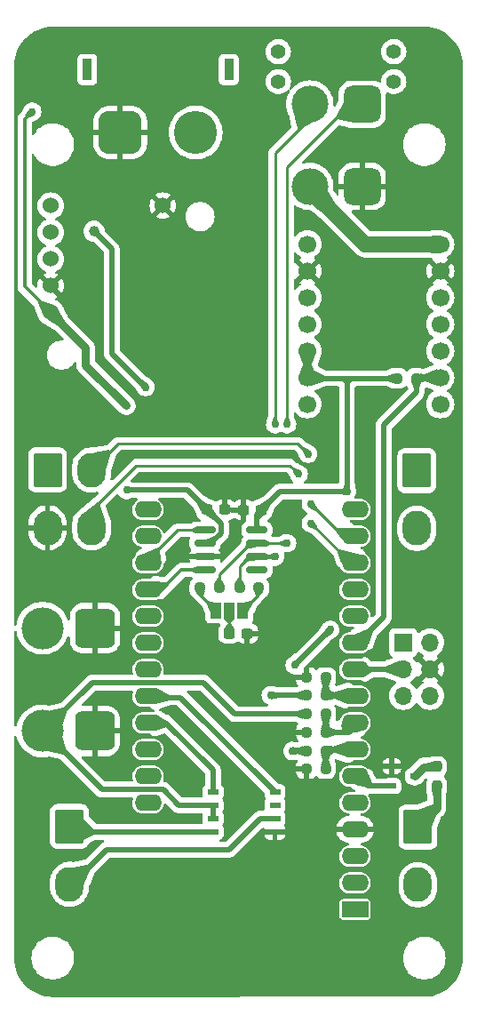
<source format=gbl>
G04 #@! TF.GenerationSoftware,KiCad,Pcbnew,8.0.7*
G04 #@! TF.CreationDate,2025-01-20T10:56:57-06:00*
G04 #@! TF.ProjectId,Digit,44696769-742e-46b6-9963-61645f706362,1.2*
G04 #@! TF.SameCoordinates,Original*
G04 #@! TF.FileFunction,Copper,L2,Bot*
G04 #@! TF.FilePolarity,Positive*
%FSLAX46Y46*%
G04 Gerber Fmt 4.6, Leading zero omitted, Abs format (unit mm)*
G04 Created by KiCad (PCBNEW 8.0.7) date 2025-01-20 10:56:57*
%MOMM*%
%LPD*%
G01*
G04 APERTURE LIST*
G04 Aperture macros list*
%AMRoundRect*
0 Rectangle with rounded corners*
0 $1 Rounding radius*
0 $2 $3 $4 $5 $6 $7 $8 $9 X,Y pos of 4 corners*
0 Add a 4 corners polygon primitive as box body*
4,1,4,$2,$3,$4,$5,$6,$7,$8,$9,$2,$3,0*
0 Add four circle primitives for the rounded corners*
1,1,$1+$1,$2,$3*
1,1,$1+$1,$4,$5*
1,1,$1+$1,$6,$7*
1,1,$1+$1,$8,$9*
0 Add four rect primitives between the rounded corners*
20,1,$1+$1,$2,$3,$4,$5,0*
20,1,$1+$1,$4,$5,$6,$7,0*
20,1,$1+$1,$6,$7,$8,$9,0*
20,1,$1+$1,$8,$9,$2,$3,0*%
G04 Aperture macros list end*
G04 #@! TA.AperFunction,SMDPad,CuDef*
%ADD10R,1.000000X1.500000*%
G04 #@! TD*
G04 #@! TA.AperFunction,ComponentPad*
%ADD11C,1.700000*%
G04 #@! TD*
G04 #@! TA.AperFunction,ComponentPad*
%ADD12RoundRect,0.250000X1.050000X0.550000X-1.050000X0.550000X-1.050000X-0.550000X1.050000X-0.550000X0*%
G04 #@! TD*
G04 #@! TA.AperFunction,ComponentPad*
%ADD13O,2.600000X1.600000*%
G04 #@! TD*
G04 #@! TA.AperFunction,ComponentPad*
%ADD14RoundRect,0.760000X1.140000X1.140000X-1.140000X1.140000X-1.140000X-1.140000X1.140000X-1.140000X0*%
G04 #@! TD*
G04 #@! TA.AperFunction,ComponentPad*
%ADD15C,4.000000*%
G04 #@! TD*
G04 #@! TA.AperFunction,ComponentPad*
%ADD16R,0.900000X2.000000*%
G04 #@! TD*
G04 #@! TA.AperFunction,ComponentPad*
%ADD17RoundRect,1.025000X-1.025000X-1.025000X1.025000X-1.025000X1.025000X1.025000X-1.025000X1.025000X0*%
G04 #@! TD*
G04 #@! TA.AperFunction,ComponentPad*
%ADD18C,4.100000*%
G04 #@! TD*
G04 #@! TA.AperFunction,ComponentPad*
%ADD19RoundRect,0.250001X-1.099999X-1.399999X1.099999X-1.399999X1.099999X1.399999X-1.099999X1.399999X0*%
G04 #@! TD*
G04 #@! TA.AperFunction,ComponentPad*
%ADD20O,2.700000X3.300000*%
G04 #@! TD*
G04 #@! TA.AperFunction,ComponentPad*
%ADD21R,1.700000X1.700000*%
G04 #@! TD*
G04 #@! TA.AperFunction,ComponentPad*
%ADD22O,1.700000X1.700000*%
G04 #@! TD*
G04 #@! TA.AperFunction,ComponentPad*
%ADD23C,1.524000*%
G04 #@! TD*
G04 #@! TA.AperFunction,ComponentPad*
%ADD24C,1.400000*%
G04 #@! TD*
G04 #@! TA.AperFunction,ComponentPad*
%ADD25RoundRect,0.770000X-0.980000X-0.980000X0.980000X-0.980000X0.980000X0.980000X-0.980000X0.980000X0*%
G04 #@! TD*
G04 #@! TA.AperFunction,ComponentPad*
%ADD26C,3.500000*%
G04 #@! TD*
G04 #@! TA.AperFunction,SMDPad,CuDef*
%ADD27RoundRect,0.037800X-0.342200X-0.232200X0.342200X-0.232200X0.342200X0.232200X-0.342200X0.232200X0*%
G04 #@! TD*
G04 #@! TA.AperFunction,SMDPad,CuDef*
%ADD28R,1.016000X0.482600*%
G04 #@! TD*
G04 #@! TA.AperFunction,SMDPad,CuDef*
%ADD29RoundRect,0.237500X-0.250000X-0.237500X0.250000X-0.237500X0.250000X0.237500X-0.250000X0.237500X0*%
G04 #@! TD*
G04 #@! TA.AperFunction,SMDPad,CuDef*
%ADD30RoundRect,0.237500X0.300000X0.237500X-0.300000X0.237500X-0.300000X-0.237500X0.300000X-0.237500X0*%
G04 #@! TD*
G04 #@! TA.AperFunction,SMDPad,CuDef*
%ADD31RoundRect,0.237500X-0.300000X-0.237500X0.300000X-0.237500X0.300000X0.237500X-0.300000X0.237500X0*%
G04 #@! TD*
G04 #@! TA.AperFunction,SMDPad,CuDef*
%ADD32RoundRect,0.237500X0.250000X0.237500X-0.250000X0.237500X-0.250000X-0.237500X0.250000X-0.237500X0*%
G04 #@! TD*
G04 #@! TA.AperFunction,ComponentPad*
%ADD33RoundRect,0.770000X0.980000X0.980000X-0.980000X0.980000X-0.980000X-0.980000X0.980000X-0.980000X0*%
G04 #@! TD*
G04 #@! TA.AperFunction,SMDPad,CuDef*
%ADD34RoundRect,0.237500X-0.237500X0.250000X-0.237500X-0.250000X0.237500X-0.250000X0.237500X0.250000X0*%
G04 #@! TD*
G04 #@! TA.AperFunction,SMDPad,CuDef*
%ADD35RoundRect,0.150000X-0.825000X-0.150000X0.825000X-0.150000X0.825000X0.150000X-0.825000X0.150000X0*%
G04 #@! TD*
G04 #@! TA.AperFunction,ViaPad*
%ADD36C,0.750000*%
G04 #@! TD*
G04 #@! TA.AperFunction,ViaPad*
%ADD37C,1.000000*%
G04 #@! TD*
G04 #@! TA.AperFunction,Conductor*
%ADD38C,0.500000*%
G04 #@! TD*
G04 #@! TA.AperFunction,Conductor*
%ADD39C,0.750000*%
G04 #@! TD*
G04 #@! TA.AperFunction,Conductor*
%ADD40C,0.350000*%
G04 #@! TD*
G04 #@! TA.AperFunction,Conductor*
%ADD41C,0.250000*%
G04 #@! TD*
G04 #@! TA.AperFunction,Conductor*
%ADD42C,1.500000*%
G04 #@! TD*
G04 APERTURE END LIST*
D10*
X46590000Y-90320000D03*
X45290000Y-90320000D03*
X43990000Y-90320000D03*
D11*
X52740000Y-55440000D03*
X52740000Y-57980000D03*
X52740000Y-60520000D03*
X52740000Y-63060000D03*
X52740000Y-65600000D03*
X52740000Y-68130000D03*
X52740000Y-70670000D03*
X65400000Y-55440000D03*
X65400000Y-57980000D03*
X65400000Y-60520000D03*
X65400000Y-63060000D03*
X65400000Y-65600000D03*
X65400000Y-68130000D03*
X65400000Y-70670000D03*
D12*
X57270000Y-118805000D03*
D13*
X57270000Y-116265000D03*
X57270000Y-113725000D03*
X57270000Y-111185000D03*
X57270000Y-108645000D03*
X57270000Y-106105000D03*
X57270000Y-103565000D03*
X57270000Y-101025000D03*
X57270000Y-98485000D03*
X57270000Y-95945000D03*
X57270000Y-93405000D03*
X57270000Y-90865000D03*
X57270000Y-88325000D03*
X57270000Y-85785000D03*
X57270000Y-83245000D03*
X57270000Y-80705000D03*
X37550000Y-80705000D03*
X37550000Y-83245000D03*
X37550000Y-85785000D03*
X37550000Y-88325000D03*
X37550000Y-90865000D03*
X37550000Y-93405000D03*
X37550000Y-95945000D03*
X37550000Y-98485000D03*
X37550000Y-101025000D03*
X37550000Y-103565000D03*
X37550000Y-106105000D03*
X37550000Y-108645000D03*
D14*
X32500000Y-92000000D03*
D15*
X27500000Y-92000000D03*
D16*
X31750000Y-38800000D03*
X45250000Y-38800000D03*
D17*
X34900000Y-44800000D03*
D18*
X42100000Y-44800000D03*
D19*
X63170000Y-77000000D03*
D20*
X63170000Y-82500000D03*
D21*
X61889564Y-93366282D03*
D22*
X64429564Y-93366282D03*
X61889564Y-95906282D03*
X64429564Y-95906282D03*
X61889564Y-98446282D03*
X64429564Y-98446282D03*
D23*
X28270000Y-51770000D03*
X28270000Y-54310000D03*
X28270000Y-56850000D03*
X28270000Y-59390000D03*
X28270000Y-61930000D03*
X38960000Y-51770000D03*
D14*
X32460000Y-101810000D03*
D15*
X27460000Y-101810000D03*
D19*
X63270000Y-110955000D03*
D20*
X63270000Y-116455000D03*
D19*
X30060000Y-110900000D03*
D20*
X30060000Y-116400000D03*
D24*
X49970000Y-39940000D03*
X60970000Y-39940000D03*
D25*
X57970000Y-49940000D03*
D26*
X52970000Y-49940000D03*
D19*
X27970000Y-76940000D03*
D20*
X32170000Y-76940000D03*
X27970000Y-82440000D03*
X32170000Y-82440000D03*
D27*
X60785000Y-107055000D03*
X60785000Y-105155000D03*
X62955000Y-106105000D03*
D28*
X43753600Y-111405000D03*
X43753600Y-110135000D03*
X43753600Y-108865000D03*
X43753600Y-107595000D03*
X49646400Y-107595000D03*
X49646400Y-108865000D03*
X49646400Y-110135000D03*
X49646400Y-111405000D03*
D29*
X46267500Y-88170000D03*
X48092500Y-88170000D03*
D30*
X47002500Y-92510000D03*
X45277500Y-92510000D03*
D29*
X52657500Y-103705000D03*
X54482500Y-103705000D03*
D31*
X46627500Y-80740000D03*
X48352500Y-80740000D03*
D29*
X61307500Y-68205000D03*
X63132500Y-68205000D03*
D32*
X54482500Y-96705000D03*
X52657500Y-96705000D03*
D24*
X60970000Y-37090000D03*
X49970000Y-37090000D03*
D33*
X57970000Y-42090000D03*
D26*
X52970000Y-42090000D03*
D34*
X65070000Y-105192500D03*
X65070000Y-107017500D03*
D29*
X42497500Y-88180000D03*
X44322500Y-88180000D03*
D32*
X54482500Y-101905000D03*
X52657500Y-101905000D03*
D29*
X52657500Y-98405000D03*
X54482500Y-98405000D03*
D31*
X43157500Y-80730000D03*
X44882500Y-80730000D03*
D29*
X52657500Y-100205000D03*
X54482500Y-100205000D03*
D35*
X42970000Y-86460000D03*
X42970000Y-85190000D03*
X42970000Y-83920000D03*
X42970000Y-82650000D03*
X47920000Y-82650000D03*
X47920000Y-83920000D03*
X47920000Y-85190000D03*
X47920000Y-86460000D03*
D32*
X54470000Y-105405000D03*
X52645000Y-105405000D03*
D36*
X56500000Y-79000000D03*
X53070000Y-80205000D03*
X52800000Y-75400000D03*
X46020000Y-94015000D03*
X58720000Y-63535000D03*
X40250000Y-75500000D03*
X40940000Y-66075000D03*
X52500000Y-83750000D03*
X43480000Y-124495000D03*
X35860000Y-114335000D03*
X53640000Y-121955000D03*
X25700000Y-119415000D03*
X25700000Y-99095000D03*
X38400000Y-116875000D03*
X28240000Y-106715000D03*
X28240000Y-114335000D03*
X33320000Y-121955000D03*
X66340000Y-116875000D03*
X66340000Y-83855000D03*
X33320000Y-35595000D03*
X51100000Y-119415000D03*
X47890000Y-108270000D03*
X48200000Y-73300000D03*
X51100000Y-116875000D03*
X53640000Y-114335000D03*
X66340000Y-86395000D03*
X40940000Y-91475000D03*
X53640000Y-35595000D03*
X56180000Y-121955000D03*
X33320000Y-38135000D03*
X33320000Y-124495000D03*
X46020000Y-68615000D03*
X51100000Y-114335000D03*
X43480000Y-121955000D03*
X61260000Y-86395000D03*
X38400000Y-53375000D03*
X53640000Y-119415000D03*
X33320000Y-119415000D03*
X56180000Y-35595000D03*
X38400000Y-35595000D03*
X40940000Y-38135000D03*
X30780000Y-73695000D03*
X43480000Y-38135000D03*
X43480000Y-68615000D03*
X48560000Y-48295000D03*
X38400000Y-58455000D03*
X48560000Y-121955000D03*
X48560000Y-63535000D03*
X46020000Y-66075000D03*
X43480000Y-119415000D03*
X35860000Y-38135000D03*
X48560000Y-124495000D03*
X38400000Y-119415000D03*
X46020000Y-124495000D03*
X58720000Y-121955000D03*
X48560000Y-71155000D03*
X25700000Y-111795000D03*
X33320000Y-48295000D03*
X43480000Y-48295000D03*
X25700000Y-68615000D03*
X46020000Y-50835000D03*
X33320000Y-109255000D03*
X66340000Y-114335000D03*
X40940000Y-124495000D03*
X28240000Y-86395000D03*
X53640000Y-116875000D03*
X58720000Y-66075000D03*
X63800000Y-35595000D03*
X40940000Y-81315000D03*
X33320000Y-40675000D03*
X61260000Y-48295000D03*
X52500000Y-73500000D03*
X33320000Y-73695000D03*
X40940000Y-55915000D03*
X46020000Y-109255000D03*
X38500000Y-72000000D03*
X43480000Y-35595000D03*
X53640000Y-111795000D03*
X30780000Y-35595000D03*
X25700000Y-106715000D03*
X30780000Y-88935000D03*
X41910000Y-110060000D03*
X63800000Y-38135000D03*
X58720000Y-60995000D03*
X40940000Y-40675000D03*
X66340000Y-76235000D03*
X28240000Y-119415000D03*
X46020000Y-106715000D03*
X46020000Y-40675000D03*
X48560000Y-116875000D03*
X38400000Y-124495000D03*
X58720000Y-35595000D03*
X48560000Y-35595000D03*
X48560000Y-68615000D03*
X51100000Y-106715000D03*
X38400000Y-55915000D03*
X25700000Y-116875000D03*
X33320000Y-86395000D03*
X63800000Y-88935000D03*
X48560000Y-55915000D03*
X33320000Y-88935000D03*
X61260000Y-124495000D03*
X38400000Y-43215000D03*
X25700000Y-63535000D03*
X35860000Y-60995000D03*
X53640000Y-38135000D03*
X53300000Y-90900000D03*
X51100000Y-124495000D03*
X35860000Y-116875000D03*
X53640000Y-109255000D03*
X63800000Y-86395000D03*
X46020000Y-35595000D03*
X25700000Y-96555000D03*
X35860000Y-55915000D03*
X66340000Y-73695000D03*
X25700000Y-109255000D03*
X33320000Y-116875000D03*
X58720000Y-71155000D03*
X61260000Y-53375000D03*
X46020000Y-63535000D03*
X46020000Y-121955000D03*
X48560000Y-91475000D03*
X40940000Y-68615000D03*
X30780000Y-40675000D03*
X55250000Y-94500000D03*
X56180000Y-124495000D03*
X25700000Y-60995000D03*
X66340000Y-81315000D03*
X42780000Y-102470000D03*
X61260000Y-58455000D03*
X66340000Y-111795000D03*
X66340000Y-119415000D03*
X43480000Y-63535000D03*
X48560000Y-43215000D03*
X35860000Y-58455000D03*
X43480000Y-60995000D03*
X51100000Y-109255000D03*
X56180000Y-60995000D03*
X45890000Y-82610000D03*
X35860000Y-124495000D03*
X66340000Y-38135000D03*
X25700000Y-114335000D03*
X66340000Y-109255000D03*
X48560000Y-94015000D03*
X46020000Y-78775000D03*
X30780000Y-60995000D03*
X48560000Y-58455000D03*
X40940000Y-121955000D03*
X56180000Y-58455000D03*
X58720000Y-38135000D03*
X25700000Y-66075000D03*
X43480000Y-71155000D03*
X66340000Y-78775000D03*
X46020000Y-114335000D03*
X48560000Y-114335000D03*
X40940000Y-94015000D03*
X48560000Y-101635000D03*
X40940000Y-88935000D03*
X28240000Y-35595000D03*
X39970000Y-99980000D03*
X38400000Y-66075000D03*
X37680000Y-77550000D03*
X66340000Y-91475000D03*
X40940000Y-119415000D03*
X66340000Y-121955000D03*
X43480000Y-78775000D03*
X46020000Y-101635000D03*
X25700000Y-71155000D03*
X46020000Y-71155000D03*
X38400000Y-121955000D03*
X35860000Y-40675000D03*
X25700000Y-73695000D03*
X30780000Y-119415000D03*
X30780000Y-50835000D03*
X53640000Y-124495000D03*
X66340000Y-43215000D03*
X40940000Y-48295000D03*
X40940000Y-35595000D03*
X28240000Y-88935000D03*
X58720000Y-58455000D03*
X46020000Y-60995000D03*
X40940000Y-63535000D03*
X38400000Y-38135000D03*
X35860000Y-53375000D03*
X35860000Y-35595000D03*
X30780000Y-43215000D03*
X58720000Y-124495000D03*
X30780000Y-53375000D03*
X41940000Y-106950000D03*
X51100000Y-121955000D03*
X43480000Y-40675000D03*
X40320000Y-77550000D03*
X61260000Y-121955000D03*
X58170000Y-77400000D03*
X35860000Y-121955000D03*
X38400000Y-40675000D03*
X48560000Y-66075000D03*
X46020000Y-58455000D03*
X43480000Y-66075000D03*
X61260000Y-60995000D03*
X51100000Y-111795000D03*
X30780000Y-86395000D03*
X66340000Y-48295000D03*
X56180000Y-38135000D03*
X61260000Y-50835000D03*
X40750000Y-85010000D03*
X28240000Y-68615000D03*
X30780000Y-48295000D03*
X66340000Y-88935000D03*
X30780000Y-58455000D03*
X38400000Y-114335000D03*
X63800000Y-119415000D03*
X33000000Y-50000000D03*
X46020000Y-48295000D03*
X48560000Y-60995000D03*
X48100000Y-75400000D03*
X25700000Y-121955000D03*
X61260000Y-101635000D03*
X63800000Y-101635000D03*
X40940000Y-116875000D03*
X35860000Y-119415000D03*
X48560000Y-96555000D03*
X46020000Y-43215000D03*
X51900000Y-77335000D03*
X53070000Y-82005000D03*
X35487500Y-70822500D03*
X51537500Y-95537500D03*
X54920000Y-92155000D03*
X51300000Y-103705000D03*
X35510000Y-78870000D03*
X26500000Y-42805000D03*
X49250000Y-98405000D03*
X37320000Y-69055000D03*
D37*
X32400000Y-54200000D03*
D36*
X49670000Y-85205000D03*
X49670000Y-72596000D03*
X50800000Y-83905000D03*
X50800000Y-72600000D03*
D38*
X32400000Y-54200000D02*
X34100000Y-55900000D01*
X34100000Y-55900000D02*
X34100000Y-65835000D01*
X34100000Y-65835000D02*
X37320000Y-69055000D01*
D39*
X35487500Y-70822500D02*
X31600000Y-66935000D01*
X31600000Y-66935000D02*
X31600000Y-65300000D01*
X31600000Y-65300000D02*
X28270000Y-61970000D01*
X28270000Y-61970000D02*
X28270000Y-61930000D01*
D40*
X26500000Y-42805000D02*
X25770000Y-43535000D01*
X25770000Y-43535000D02*
X25770000Y-59470000D01*
X28230000Y-61930000D02*
X28270000Y-61930000D01*
X25770000Y-59470000D02*
X28230000Y-61930000D01*
X42970000Y-86460000D02*
X40740000Y-86460000D01*
X40740000Y-86460000D02*
X38875000Y-88325000D01*
X38875000Y-88325000D02*
X37250000Y-88325000D01*
D38*
X43157500Y-80730000D02*
X44500000Y-82072500D01*
X43527684Y-83920000D02*
X42970000Y-83920000D01*
X44500000Y-82072500D02*
X44500000Y-82947684D01*
X44500000Y-82947684D02*
X43527684Y-83920000D01*
D41*
X47920000Y-83920000D02*
X47280000Y-83920000D01*
X47280000Y-83920000D02*
X44322500Y-86877500D01*
X44322500Y-86877500D02*
X44322500Y-88180000D01*
X47920000Y-85190000D02*
X47195000Y-85190000D01*
X46267500Y-86117500D02*
X46267500Y-87910000D01*
X47195000Y-85190000D02*
X46267500Y-86117500D01*
D38*
X63132500Y-68205000D02*
X63132500Y-69542500D01*
X63132500Y-69542500D02*
X60000000Y-72675000D01*
X60000000Y-90975000D02*
X57570000Y-93405000D01*
X60000000Y-72675000D02*
X60000000Y-90975000D01*
X43753600Y-108865000D02*
X43753600Y-110135000D01*
X54482500Y-96705000D02*
X54482500Y-98405000D01*
X54482500Y-98405000D02*
X57490000Y-98405000D01*
X57490000Y-98405000D02*
X57570000Y-98485000D01*
X54482500Y-105392500D02*
X54470000Y-105405000D01*
X54482500Y-103705000D02*
X54482500Y-105392500D01*
X57570000Y-103565000D02*
X54622500Y-103565000D01*
X54622500Y-103565000D02*
X54482500Y-103705000D01*
X61307500Y-68205000D02*
X56900000Y-68205000D01*
X56500000Y-68700000D02*
X56500000Y-68205000D01*
X56500000Y-68205000D02*
X56100000Y-68205000D01*
X56500000Y-68605000D02*
X56900000Y-68205000D01*
X56500000Y-68605000D02*
X56100000Y-68205000D01*
X52815000Y-68205000D02*
X52740000Y-68130000D01*
X56500000Y-68700000D02*
X56500000Y-68605000D01*
X56500000Y-79000000D02*
X56500000Y-68700000D01*
X56900000Y-68205000D02*
X56500000Y-68205000D01*
X47920000Y-81172500D02*
X47920000Y-82650000D01*
X52740000Y-68130000D02*
X52740000Y-65600000D01*
X56100000Y-68205000D02*
X52815000Y-68205000D01*
X56500000Y-79000000D02*
X50092500Y-79000000D01*
X48352500Y-80740000D02*
X47920000Y-81172500D01*
X50092500Y-79000000D02*
X48352500Y-80740000D01*
X60785000Y-107055000D02*
X58520000Y-107055000D01*
X58520000Y-107055000D02*
X57570000Y-106105000D01*
D41*
X53070000Y-80205000D02*
X56110000Y-83245000D01*
X34680000Y-74430000D02*
X32170000Y-76940000D01*
X52800000Y-75400000D02*
X51830000Y-74430000D01*
X51830000Y-74430000D02*
X34680000Y-74430000D01*
X56110000Y-83245000D02*
X57570000Y-83245000D01*
D38*
X65400000Y-68130000D02*
X63207500Y-68130000D01*
X63207500Y-68130000D02*
X63132500Y-68205000D01*
X54482500Y-101905000D02*
X56690000Y-101905000D01*
X54482500Y-100205000D02*
X54482500Y-101905000D01*
X56690000Y-101905000D02*
X57570000Y-101025000D01*
X54482500Y-100205000D02*
X54682500Y-100405000D01*
X54682500Y-101705000D02*
X54482500Y-101905000D01*
D41*
X40385000Y-82650000D02*
X37250000Y-85785000D01*
X42970000Y-82650000D02*
X40385000Y-82650000D01*
X56850000Y-85785000D02*
X53070000Y-82005000D01*
X32170000Y-80740000D02*
X32170000Y-82440000D01*
X51065000Y-76500000D02*
X36410000Y-76500000D01*
X57570000Y-85785000D02*
X56850000Y-85785000D01*
X51900000Y-77335000D02*
X51065000Y-76500000D01*
X36410000Y-76500000D02*
X32170000Y-80740000D01*
D38*
X54920000Y-92155000D02*
X51537500Y-95537500D01*
X41297500Y-78870000D02*
X43157500Y-80730000D01*
X35510000Y-78870000D02*
X41297500Y-78870000D01*
X51300000Y-103705000D02*
X52657500Y-103705000D01*
X49250000Y-98405000D02*
X52657500Y-98405000D01*
X40455000Y-108865000D02*
X43753600Y-108865000D01*
X52657500Y-100205000D02*
X45825000Y-100205000D01*
D42*
X52750000Y-49940000D02*
X58250000Y-55440000D01*
D38*
X32230000Y-97200000D02*
X27620000Y-101810000D01*
X42820000Y-97200000D02*
X32230000Y-97200000D01*
X45825000Y-100205000D02*
X42820000Y-97200000D01*
X27620000Y-101810000D02*
X27460000Y-101810000D01*
X27460000Y-101810000D02*
X27560000Y-101810000D01*
X33140000Y-107390000D02*
X38980000Y-107390000D01*
D42*
X58250000Y-55440000D02*
X65180000Y-55440000D01*
D38*
X27560000Y-101810000D02*
X33140000Y-107390000D01*
X38980000Y-107390000D02*
X40455000Y-108865000D01*
D41*
X49670000Y-85205000D02*
X49655000Y-85190000D01*
X49670000Y-72596000D02*
X49670000Y-46705000D01*
X49670000Y-46705000D02*
X52970000Y-43405000D01*
X49655000Y-85190000D02*
X47920000Y-85190000D01*
X52970000Y-43405000D02*
X52970000Y-42090000D01*
X50785000Y-83920000D02*
X47920000Y-83920000D01*
X50800000Y-48125000D02*
X56835000Y-42090000D01*
X50800000Y-72600000D02*
X50800000Y-48125000D01*
X56835000Y-42090000D02*
X57970000Y-42090000D01*
X50800000Y-83905000D02*
X50785000Y-83920000D01*
D39*
X63855000Y-105205000D02*
X65057500Y-105205000D01*
X65057500Y-105205000D02*
X65070000Y-105192500D01*
X62955000Y-106105000D02*
X63855000Y-105205000D01*
D41*
X45290000Y-90320000D02*
X45290000Y-92497500D01*
X45290000Y-92497500D02*
X45277500Y-92510000D01*
X48092500Y-88817500D02*
X46590000Y-90320000D01*
X48092500Y-88170000D02*
X48092500Y-88817500D01*
X42497500Y-88827500D02*
X42497500Y-88180000D01*
X43990000Y-90320000D02*
X42497500Y-88827500D01*
D39*
X65070000Y-109155000D02*
X63270000Y-110955000D01*
X65070000Y-107017500D02*
X65070000Y-109155000D01*
D38*
X61889564Y-95906282D02*
X58868718Y-95906282D01*
X58830000Y-95945000D02*
X57570000Y-95945000D01*
X58868718Y-95906282D02*
X58830000Y-95945000D01*
X37365000Y-98600000D02*
X40651400Y-98600000D01*
X40651400Y-98600000D02*
X49646400Y-107595000D01*
X37250000Y-98485000D02*
X37365000Y-98600000D01*
X43753600Y-107595000D02*
X43753600Y-105533600D01*
X43753600Y-105533600D02*
X39220000Y-101000000D01*
X37275000Y-101000000D02*
X37250000Y-101025000D01*
X39220000Y-101000000D02*
X37275000Y-101000000D01*
X30565000Y-111405000D02*
X30060000Y-110900000D01*
X43753600Y-111405000D02*
X30565000Y-111405000D01*
X48275000Y-110135000D02*
X45310000Y-113100000D01*
X45310000Y-113100000D02*
X33560000Y-113100000D01*
X49646400Y-110135000D02*
X48275000Y-110135000D01*
X30260000Y-116400000D02*
X30060000Y-116400000D01*
X33560000Y-113100000D02*
X30260000Y-116400000D01*
G04 #@! TA.AperFunction,Conductor*
G36*
X63963639Y-96099275D02*
G01*
X64029465Y-96213289D01*
X64122557Y-96306381D01*
X64236571Y-96372207D01*
X64300155Y-96389244D01*
X63668191Y-97021207D01*
X63744159Y-97074401D01*
X63787783Y-97128978D01*
X63794976Y-97198477D01*
X63763454Y-97260831D01*
X63744159Y-97277551D01*
X63558158Y-97407790D01*
X63391069Y-97574879D01*
X63261139Y-97760440D01*
X63206562Y-97804065D01*
X63137064Y-97811259D01*
X63074709Y-97779736D01*
X63057989Y-97760440D01*
X62928058Y-97574879D01*
X62760966Y-97407788D01*
X62760960Y-97407783D01*
X62575406Y-97277857D01*
X62531781Y-97223280D01*
X62524587Y-97153782D01*
X62556110Y-97091427D01*
X62575406Y-97074707D01*
X62693972Y-96991686D01*
X62760965Y-96944777D01*
X62928059Y-96777683D01*
X63058294Y-96591687D01*
X63112871Y-96548063D01*
X63182369Y-96540869D01*
X63244724Y-96572392D01*
X63261443Y-96591687D01*
X63314636Y-96667654D01*
X63314637Y-96667654D01*
X63946601Y-96035690D01*
X63963639Y-96099275D01*
G37*
G04 #@! TD.AperFunction*
G04 #@! TA.AperFunction,Conductor*
G36*
X63407982Y-94261699D02*
G01*
X63436237Y-94282851D01*
X63558163Y-94404777D01*
X63730852Y-94525695D01*
X63744159Y-94535013D01*
X63787783Y-94589590D01*
X63794976Y-94659089D01*
X63763454Y-94721443D01*
X63744158Y-94738163D01*
X63668191Y-94791355D01*
X63668190Y-94791355D01*
X64300155Y-95423319D01*
X64236571Y-95440357D01*
X64122557Y-95506183D01*
X64029465Y-95599275D01*
X63963639Y-95713289D01*
X63946601Y-95776872D01*
X63314637Y-95144908D01*
X63314636Y-95144909D01*
X63261444Y-95220877D01*
X63206867Y-95264502D01*
X63137369Y-95271696D01*
X63075014Y-95240173D01*
X63058294Y-95220877D01*
X63029280Y-95179441D01*
X62928059Y-95034881D01*
X62806131Y-94912953D01*
X62772648Y-94851633D01*
X62777632Y-94781941D01*
X62819503Y-94726007D01*
X62850479Y-94709092D01*
X62981895Y-94660078D01*
X63097110Y-94573828D01*
X63183360Y-94458613D01*
X63232374Y-94327198D01*
X63274245Y-94271266D01*
X63339709Y-94246848D01*
X63407982Y-94261699D01*
G37*
G04 #@! TD.AperFunction*
G04 #@! TA.AperFunction,Conductor*
G36*
X51618389Y-51743536D02*
G01*
X51842335Y-51893172D01*
X52106923Y-52023652D01*
X52386278Y-52118481D01*
X52675620Y-52176034D01*
X52970000Y-52195329D01*
X52974272Y-52195048D01*
X53042453Y-52210299D01*
X53058315Y-52220744D01*
X53466909Y-52537210D01*
X53948650Y-52910330D01*
X53951788Y-52912652D01*
X53953569Y-52913970D01*
X53967496Y-52925970D01*
X57435355Y-56393829D01*
X57594595Y-56509524D01*
X57769974Y-56598884D01*
X57769976Y-56598884D01*
X57769979Y-56598886D01*
X57769977Y-56598886D01*
X57865545Y-56629937D01*
X57928832Y-56650500D01*
X57957174Y-56659709D01*
X58043578Y-56673393D01*
X58151578Y-56690500D01*
X58151583Y-56690500D01*
X58151584Y-56690500D01*
X58348417Y-56690500D01*
X63645421Y-56690500D01*
X63670242Y-56693010D01*
X63677657Y-56694524D01*
X63681329Y-56695275D01*
X63681327Y-56695275D01*
X63789621Y-56701645D01*
X64521139Y-56744675D01*
X64586905Y-56768262D01*
X64629481Y-56823662D01*
X64634826Y-56861273D01*
X65262425Y-57488871D01*
X65203147Y-57504755D01*
X65086853Y-57571898D01*
X64991898Y-57666853D01*
X64924755Y-57783147D01*
X64908871Y-57842424D01*
X64285073Y-57218626D01*
X64285073Y-57218627D01*
X64226400Y-57302421D01*
X64226399Y-57302423D01*
X64126570Y-57516507D01*
X64126566Y-57516516D01*
X64065432Y-57744673D01*
X64065430Y-57744684D01*
X64044843Y-57979998D01*
X64044843Y-57980001D01*
X64065430Y-58215315D01*
X64065432Y-58215326D01*
X64126566Y-58443483D01*
X64126570Y-58443492D01*
X64226398Y-58657576D01*
X64285073Y-58741372D01*
X64908871Y-58117574D01*
X64924755Y-58176853D01*
X64991898Y-58293147D01*
X65086853Y-58388102D01*
X65203147Y-58455245D01*
X65262425Y-58471128D01*
X64638627Y-59094925D01*
X64714595Y-59148119D01*
X64758219Y-59202696D01*
X64765412Y-59272195D01*
X64733890Y-59334549D01*
X64714595Y-59351269D01*
X64528594Y-59481508D01*
X64361505Y-59648597D01*
X64225965Y-59842169D01*
X64225964Y-59842171D01*
X64126098Y-60056335D01*
X64126094Y-60056344D01*
X64064938Y-60284586D01*
X64064936Y-60284596D01*
X64044341Y-60519999D01*
X64044341Y-60520000D01*
X64064936Y-60755403D01*
X64064938Y-60755413D01*
X64126094Y-60983655D01*
X64126096Y-60983659D01*
X64126097Y-60983663D01*
X64187518Y-61115380D01*
X64225965Y-61197830D01*
X64225967Y-61197834D01*
X64295842Y-61297625D01*
X64361501Y-61391396D01*
X64361506Y-61391402D01*
X64528597Y-61558493D01*
X64528603Y-61558498D01*
X64714158Y-61688425D01*
X64757783Y-61743002D01*
X64764977Y-61812500D01*
X64733454Y-61874855D01*
X64714158Y-61891575D01*
X64528597Y-62021505D01*
X64361505Y-62188597D01*
X64225965Y-62382169D01*
X64225964Y-62382171D01*
X64126098Y-62596335D01*
X64126094Y-62596344D01*
X64064938Y-62824586D01*
X64064936Y-62824596D01*
X64044341Y-63059999D01*
X64044341Y-63060000D01*
X64064936Y-63295403D01*
X64064938Y-63295413D01*
X64126094Y-63523655D01*
X64126096Y-63523659D01*
X64126097Y-63523663D01*
X64204852Y-63692553D01*
X64225965Y-63737830D01*
X64225967Y-63737834D01*
X64311075Y-63859380D01*
X64361501Y-63931396D01*
X64361506Y-63931402D01*
X64528597Y-64098493D01*
X64528603Y-64098498D01*
X64714158Y-64228425D01*
X64757783Y-64283002D01*
X64764977Y-64352500D01*
X64733454Y-64414855D01*
X64714158Y-64431575D01*
X64528597Y-64561505D01*
X64361505Y-64728597D01*
X64225965Y-64922169D01*
X64225964Y-64922171D01*
X64126098Y-65136335D01*
X64126094Y-65136344D01*
X64064938Y-65364586D01*
X64064936Y-65364596D01*
X64044341Y-65599999D01*
X64044341Y-65600000D01*
X64064936Y-65835403D01*
X64064938Y-65835413D01*
X64126094Y-66063655D01*
X64126096Y-66063659D01*
X64126097Y-66063663D01*
X64178332Y-66175680D01*
X64225965Y-66277830D01*
X64225967Y-66277834D01*
X64361501Y-66471395D01*
X64361506Y-66471402D01*
X64528597Y-66638493D01*
X64528603Y-66638498D01*
X64684104Y-66747381D01*
X64727729Y-66801958D01*
X64734923Y-66871456D01*
X64703400Y-66933811D01*
X64657974Y-66964505D01*
X63831110Y-67286475D01*
X63761497Y-67292457D01*
X63760376Y-67292225D01*
X63692134Y-67277743D01*
X63585641Y-67255143D01*
X63585629Y-67255141D01*
X63582933Y-67254692D01*
X63582986Y-67254371D01*
X63563365Y-67249969D01*
X63532756Y-67239826D01*
X63431678Y-67229500D01*
X62833330Y-67229500D01*
X62833312Y-67229501D01*
X62732247Y-67239825D01*
X62568484Y-67294092D01*
X62568481Y-67294093D01*
X62421648Y-67384661D01*
X62307681Y-67498629D01*
X62246358Y-67532114D01*
X62176666Y-67527130D01*
X62132319Y-67498629D01*
X62018351Y-67384661D01*
X62018350Y-67384660D01*
X61927129Y-67328395D01*
X61871518Y-67294093D01*
X61871513Y-67294091D01*
X61865882Y-67292225D01*
X61707753Y-67239826D01*
X61707751Y-67239825D01*
X61606678Y-67229500D01*
X61008330Y-67229500D01*
X61008312Y-67229501D01*
X60907247Y-67239825D01*
X60907237Y-67239828D01*
X60837723Y-67262862D01*
X60820750Y-67267184D01*
X60798952Y-67271118D01*
X60267119Y-67448153D01*
X60227955Y-67454500D01*
X54571010Y-67454500D01*
X54520236Y-67443628D01*
X53847910Y-67141878D01*
X53794809Y-67096469D01*
X53783135Y-67073744D01*
X53762688Y-67021233D01*
X53719371Y-66909989D01*
X53713390Y-66840380D01*
X53719368Y-66820016D01*
X53992195Y-66119361D01*
X54000861Y-66093497D01*
X54006047Y-66080509D01*
X54013903Y-66063663D01*
X54075063Y-65835408D01*
X54095659Y-65600000D01*
X54075063Y-65364592D01*
X54013903Y-65136337D01*
X53914035Y-64922171D01*
X53888219Y-64885301D01*
X53778494Y-64728597D01*
X53611402Y-64561506D01*
X53611396Y-64561501D01*
X53425842Y-64431575D01*
X53382217Y-64376998D01*
X53375023Y-64307500D01*
X53406546Y-64245145D01*
X53425842Y-64228425D01*
X53448026Y-64212891D01*
X53611401Y-64098495D01*
X53778495Y-63931401D01*
X53914035Y-63737830D01*
X54013903Y-63523663D01*
X54075063Y-63295408D01*
X54095659Y-63060000D01*
X54075063Y-62824592D01*
X54013903Y-62596337D01*
X53914035Y-62382171D01*
X53864509Y-62311439D01*
X53778494Y-62188597D01*
X53611402Y-62021506D01*
X53611396Y-62021501D01*
X53425842Y-61891575D01*
X53382217Y-61836998D01*
X53375023Y-61767500D01*
X53406546Y-61705145D01*
X53425842Y-61688425D01*
X53448026Y-61672891D01*
X53611401Y-61558495D01*
X53778495Y-61391401D01*
X53914035Y-61197830D01*
X54013903Y-60983663D01*
X54075063Y-60755408D01*
X54095659Y-60520000D01*
X54075063Y-60284592D01*
X54013903Y-60056337D01*
X53914035Y-59842171D01*
X53900811Y-59823284D01*
X53778494Y-59648597D01*
X53611402Y-59481506D01*
X53611401Y-59481505D01*
X53425405Y-59351269D01*
X53381781Y-59296692D01*
X53374588Y-59227193D01*
X53406110Y-59164839D01*
X53425404Y-59148120D01*
X53501371Y-59094925D01*
X52877574Y-58471128D01*
X52936853Y-58455245D01*
X53053147Y-58388102D01*
X53148102Y-58293147D01*
X53215245Y-58176853D01*
X53231128Y-58117574D01*
X53854925Y-58741371D01*
X53913599Y-58657580D01*
X54013429Y-58443492D01*
X54013433Y-58443483D01*
X54074567Y-58215326D01*
X54074569Y-58215315D01*
X54095157Y-57980001D01*
X54095157Y-57979998D01*
X54074569Y-57744684D01*
X54074567Y-57744673D01*
X54013433Y-57516516D01*
X54013429Y-57516507D01*
X53913601Y-57302424D01*
X53854925Y-57218626D01*
X53231128Y-57842424D01*
X53215245Y-57783147D01*
X53148102Y-57666853D01*
X53053147Y-57571898D01*
X52936853Y-57504755D01*
X52877574Y-57488871D01*
X53501372Y-56865073D01*
X53501372Y-56865072D01*
X53425405Y-56811879D01*
X53381780Y-56757302D01*
X53374588Y-56687804D01*
X53406110Y-56625449D01*
X53425406Y-56608730D01*
X53439468Y-56598884D01*
X53611401Y-56478495D01*
X53778495Y-56311401D01*
X53914035Y-56117830D01*
X54013903Y-55903663D01*
X54075063Y-55675408D01*
X54095659Y-55440000D01*
X54075063Y-55204592D01*
X54013903Y-54976337D01*
X53914035Y-54762171D01*
X53911492Y-54758538D01*
X53778494Y-54568597D01*
X53611402Y-54401506D01*
X53611395Y-54401501D01*
X53603727Y-54396132D01*
X53572521Y-54374281D01*
X53417834Y-54265967D01*
X53417830Y-54265965D01*
X53417828Y-54265964D01*
X53203663Y-54166097D01*
X53203659Y-54166096D01*
X53203655Y-54166094D01*
X52975413Y-54104938D01*
X52975403Y-54104936D01*
X52740001Y-54084341D01*
X52739999Y-54084341D01*
X52504596Y-54104936D01*
X52504586Y-54104938D01*
X52276344Y-54166094D01*
X52276335Y-54166098D01*
X52062171Y-54265964D01*
X52062169Y-54265965D01*
X51868597Y-54401505D01*
X51701505Y-54568597D01*
X51651075Y-54640620D01*
X51596498Y-54684245D01*
X51527000Y-54691439D01*
X51464645Y-54659916D01*
X51429231Y-54599686D01*
X51425500Y-54569497D01*
X51425500Y-51846639D01*
X51445185Y-51779600D01*
X51497989Y-51733845D01*
X51567147Y-51723901D01*
X51618389Y-51743536D01*
G37*
G04 #@! TD.AperFunction*
G04 #@! TA.AperFunction,Conductor*
G36*
X52264755Y-58176853D02*
G01*
X52331898Y-58293147D01*
X52426853Y-58388102D01*
X52543147Y-58455245D01*
X52602425Y-58471128D01*
X51978627Y-59094925D01*
X52054595Y-59148119D01*
X52098219Y-59202696D01*
X52105412Y-59272195D01*
X52073890Y-59334549D01*
X52054595Y-59351269D01*
X51868594Y-59481508D01*
X51701505Y-59648597D01*
X51651075Y-59720620D01*
X51596498Y-59764245D01*
X51527000Y-59771439D01*
X51464645Y-59739916D01*
X51429231Y-59679686D01*
X51425500Y-59649497D01*
X51425500Y-58849629D01*
X51445185Y-58782590D01*
X51497989Y-58736835D01*
X51567147Y-58726891D01*
X51592644Y-58738535D01*
X51625073Y-58741372D01*
X52248871Y-58117574D01*
X52264755Y-58176853D01*
G37*
G04 #@! TD.AperFunction*
G04 #@! TA.AperFunction,Conductor*
G36*
X51630703Y-56216790D02*
G01*
X51651075Y-56239380D01*
X51701500Y-56311395D01*
X51701505Y-56311401D01*
X51868599Y-56478495D01*
X52040532Y-56598884D01*
X52054595Y-56608731D01*
X52098219Y-56663308D01*
X52105412Y-56732807D01*
X52073890Y-56795161D01*
X52054594Y-56811881D01*
X51978627Y-56865073D01*
X51978626Y-56865073D01*
X52602425Y-57488871D01*
X52543147Y-57504755D01*
X52426853Y-57571898D01*
X52331898Y-57666853D01*
X52264755Y-57783147D01*
X52248871Y-57842424D01*
X51625073Y-57218626D01*
X51602103Y-57220636D01*
X51596499Y-57225117D01*
X51527001Y-57232311D01*
X51464646Y-57200789D01*
X51429231Y-57140559D01*
X51425500Y-57110369D01*
X51425500Y-56310503D01*
X51445185Y-56243464D01*
X51497989Y-56197709D01*
X51567147Y-56187765D01*
X51630703Y-56216790D01*
G37*
G04 #@! TD.AperFunction*
G04 #@! TA.AperFunction,Conductor*
G36*
X63808241Y-34725530D02*
G01*
X63808241Y-34725528D01*
X63818979Y-34725527D01*
X63818980Y-34725528D01*
X63863525Y-34725527D01*
X63869607Y-34725675D01*
X64223112Y-34743040D01*
X64235211Y-34744232D01*
X64582287Y-34795713D01*
X64594217Y-34798086D01*
X64934585Y-34883342D01*
X64946196Y-34886863D01*
X65276578Y-35005074D01*
X65287812Y-35009727D01*
X65605002Y-35159745D01*
X65615726Y-35165478D01*
X65916681Y-35345862D01*
X65926799Y-35352623D01*
X65964857Y-35380848D01*
X66208620Y-35561634D01*
X66218023Y-35569350D01*
X66478000Y-35804978D01*
X66486598Y-35813575D01*
X66722247Y-36073573D01*
X66729950Y-36082960D01*
X66874428Y-36277764D01*
X66938963Y-36364779D01*
X66945723Y-36374896D01*
X66954715Y-36389897D01*
X67126105Y-36675844D01*
X67131841Y-36686576D01*
X67281862Y-37003765D01*
X67286519Y-37015008D01*
X67404720Y-37345357D01*
X67408253Y-37357001D01*
X67493507Y-37697354D01*
X67495881Y-37709289D01*
X67547364Y-38056359D01*
X67548557Y-38068469D01*
X67565924Y-38421966D01*
X67566073Y-38428051D01*
X67566073Y-123369792D01*
X67566072Y-123369810D01*
X67566072Y-123421961D01*
X67565923Y-123428037D01*
X67548603Y-123781054D01*
X67547413Y-123793148D01*
X67496069Y-124139754D01*
X67493702Y-124151674D01*
X67408673Y-124491601D01*
X67405150Y-124503232D01*
X67287253Y-124833209D01*
X67282608Y-124844439D01*
X67132984Y-125161277D01*
X67127262Y-125171998D01*
X66947343Y-125472668D01*
X66940600Y-125482778D01*
X66732104Y-125764404D01*
X66724403Y-125773805D01*
X66489347Y-126033662D01*
X66480763Y-126042264D01*
X66221402Y-126277863D01*
X66212017Y-126285584D01*
X65930826Y-126494673D01*
X65920730Y-126501437D01*
X65620449Y-126681982D01*
X65609740Y-126687727D01*
X65293201Y-126838023D01*
X65281981Y-126842691D01*
X64952259Y-126961278D01*
X64940636Y-126964825D01*
X64600897Y-127050565D01*
X64588982Y-127052958D01*
X64242475Y-127105032D01*
X64230384Y-127106247D01*
X63877413Y-127124308D01*
X63871335Y-127124470D01*
X63852917Y-127124508D01*
X63852649Y-127124509D01*
X63852445Y-127124509D01*
X28473081Y-127139498D01*
X28466944Y-127139349D01*
X28113469Y-127121984D01*
X28101359Y-127120791D01*
X27754287Y-127069308D01*
X27742351Y-127066934D01*
X27401998Y-126981680D01*
X27390353Y-126978147D01*
X27060003Y-126859945D01*
X27048762Y-126855289D01*
X26731570Y-126705270D01*
X26720842Y-126699535D01*
X26419897Y-126519156D01*
X26409779Y-126512396D01*
X26127950Y-126303377D01*
X26118544Y-126295657D01*
X25982338Y-126172208D01*
X25858563Y-126060025D01*
X25849974Y-126051436D01*
X25614342Y-125791455D01*
X25606622Y-125782049D01*
X25397603Y-125500220D01*
X25390843Y-125490102D01*
X25383526Y-125477894D01*
X25210459Y-125189150D01*
X25204729Y-125178429D01*
X25201687Y-125171998D01*
X25136930Y-125035078D01*
X25054710Y-124861237D01*
X25050054Y-124849996D01*
X24931852Y-124519646D01*
X24928319Y-124508001D01*
X24843062Y-124167635D01*
X24840691Y-124155712D01*
X24789208Y-123808640D01*
X24788015Y-123796530D01*
X24770746Y-123445000D01*
X26439767Y-123445000D01*
X26458676Y-123721450D01*
X26458677Y-123721452D01*
X26515050Y-123992735D01*
X26515055Y-123992754D01*
X26569440Y-124145779D01*
X26607847Y-124253847D01*
X26735330Y-124499876D01*
X26888293Y-124716577D01*
X26904623Y-124748869D01*
X26969999Y-124944999D01*
X26970000Y-124945000D01*
X27175891Y-125013630D01*
X27214931Y-125035077D01*
X27299205Y-125103639D01*
X27535961Y-125247614D01*
X27535963Y-125247615D01*
X27535965Y-125247616D01*
X27705397Y-125321210D01*
X27790116Y-125358009D01*
X28056937Y-125432769D01*
X28298279Y-125465940D01*
X28331451Y-125470500D01*
X28331452Y-125470500D01*
X28608549Y-125470500D01*
X28638144Y-125466432D01*
X28883063Y-125432769D01*
X29149884Y-125358009D01*
X29404039Y-125247614D01*
X29640795Y-125103639D01*
X29725068Y-125035076D01*
X29764107Y-125013629D01*
X29970000Y-124945000D01*
X30035375Y-124748871D01*
X30051704Y-124716580D01*
X30204670Y-124499876D01*
X30332153Y-124253847D01*
X30424946Y-123992750D01*
X30481323Y-123721450D01*
X30500233Y-123445000D01*
X61844767Y-123445000D01*
X61863676Y-123721450D01*
X61863677Y-123721452D01*
X61920050Y-123992735D01*
X61920055Y-123992754D01*
X61974440Y-124145779D01*
X62012847Y-124253847D01*
X62140330Y-124499876D01*
X62293293Y-124716577D01*
X62309623Y-124748869D01*
X62374999Y-124944999D01*
X62375000Y-124945000D01*
X62580891Y-125013630D01*
X62619931Y-125035077D01*
X62704205Y-125103639D01*
X62940961Y-125247614D01*
X62940963Y-125247615D01*
X62940965Y-125247616D01*
X63110397Y-125321210D01*
X63195116Y-125358009D01*
X63461937Y-125432769D01*
X63703279Y-125465940D01*
X63736451Y-125470500D01*
X63736452Y-125470500D01*
X64013549Y-125470500D01*
X64043144Y-125466432D01*
X64288063Y-125432769D01*
X64554884Y-125358009D01*
X64809039Y-125247614D01*
X65045795Y-125103639D01*
X65130068Y-125035076D01*
X65169107Y-125013629D01*
X65375000Y-124945000D01*
X65440375Y-124748871D01*
X65456704Y-124716580D01*
X65609670Y-124499876D01*
X65737153Y-124253847D01*
X65829946Y-123992750D01*
X65886323Y-123721450D01*
X65905233Y-123445000D01*
X65886323Y-123168550D01*
X65829946Y-122897250D01*
X65737153Y-122636153D01*
X65609670Y-122390124D01*
X65456704Y-122173419D01*
X65440375Y-122141128D01*
X65375000Y-121945000D01*
X65374999Y-121944999D01*
X65169108Y-121876369D01*
X65130065Y-121854920D01*
X65045794Y-121786360D01*
X64809034Y-121642383D01*
X64554885Y-121531991D01*
X64288068Y-121457232D01*
X64288064Y-121457231D01*
X64288063Y-121457231D01*
X64150805Y-121438365D01*
X64013549Y-121419500D01*
X64013548Y-121419500D01*
X63736452Y-121419500D01*
X63736451Y-121419500D01*
X63461937Y-121457231D01*
X63461931Y-121457232D01*
X63195114Y-121531991D01*
X62940965Y-121642383D01*
X62704202Y-121786362D01*
X62704199Y-121786364D01*
X62619931Y-121854921D01*
X62580890Y-121876369D01*
X62375000Y-121945000D01*
X62309622Y-122141131D01*
X62293290Y-122173425D01*
X62140331Y-122390121D01*
X62012845Y-122636157D01*
X61920055Y-122897245D01*
X61920050Y-122897264D01*
X61863677Y-123168547D01*
X61863676Y-123168549D01*
X61844767Y-123445000D01*
X30500233Y-123445000D01*
X30481323Y-123168550D01*
X30424946Y-122897250D01*
X30332153Y-122636153D01*
X30204670Y-122390124D01*
X30051704Y-122173419D01*
X30035375Y-122141128D01*
X29970000Y-121945000D01*
X29969999Y-121944999D01*
X29764108Y-121876369D01*
X29725065Y-121854920D01*
X29640794Y-121786360D01*
X29404034Y-121642383D01*
X29149885Y-121531991D01*
X28883068Y-121457232D01*
X28883064Y-121457231D01*
X28883063Y-121457231D01*
X28745805Y-121438365D01*
X28608549Y-121419500D01*
X28608548Y-121419500D01*
X28331452Y-121419500D01*
X28331451Y-121419500D01*
X28056937Y-121457231D01*
X28056931Y-121457232D01*
X27790114Y-121531991D01*
X27535965Y-121642383D01*
X27299202Y-121786362D01*
X27299199Y-121786364D01*
X27214931Y-121854921D01*
X27175890Y-121876369D01*
X26970000Y-121945000D01*
X26904622Y-122141131D01*
X26888290Y-122173425D01*
X26735331Y-122390121D01*
X26607845Y-122636157D01*
X26515055Y-122897245D01*
X26515050Y-122897264D01*
X26458677Y-123168547D01*
X26458676Y-123168549D01*
X26439767Y-123445000D01*
X24770746Y-123445000D01*
X24770649Y-123443032D01*
X24770500Y-123436948D01*
X24770500Y-102367376D01*
X24790185Y-102300337D01*
X24842989Y-102254582D01*
X24912147Y-102244638D01*
X24975703Y-102273663D01*
X25013477Y-102332441D01*
X25016300Y-102344125D01*
X25033269Y-102433079D01*
X25033270Y-102433083D01*
X25130497Y-102732316D01*
X25130499Y-102732321D01*
X25264461Y-103017003D01*
X25264464Y-103017009D01*
X25433051Y-103282661D01*
X25433054Y-103282665D01*
X25633606Y-103525090D01*
X25633608Y-103525092D01*
X25862968Y-103740476D01*
X25862978Y-103740484D01*
X26117504Y-103925408D01*
X26117509Y-103925410D01*
X26117516Y-103925416D01*
X26393234Y-104076994D01*
X26393239Y-104076996D01*
X26393241Y-104076997D01*
X26393242Y-104076998D01*
X26685771Y-104192818D01*
X26685774Y-104192819D01*
X26899639Y-104247730D01*
X26990527Y-104271066D01*
X27056010Y-104279338D01*
X27302670Y-104310499D01*
X27302679Y-104310499D01*
X27302682Y-104310500D01*
X27302684Y-104310500D01*
X27617316Y-104310500D01*
X27617318Y-104310500D01*
X27617321Y-104310499D01*
X27617329Y-104310499D01*
X27848280Y-104281322D01*
X27929473Y-104271066D01*
X28017554Y-104248449D01*
X28076274Y-104247730D01*
X29159755Y-104497777D01*
X29219552Y-104530920D01*
X30892174Y-106203541D01*
X32557049Y-107868416D01*
X32661584Y-107972951D01*
X32661587Y-107972953D01*
X32661588Y-107972954D01*
X32784503Y-108055083D01*
X32784506Y-108055085D01*
X32841079Y-108078518D01*
X32841080Y-108078518D01*
X32921088Y-108111659D01*
X33037241Y-108134763D01*
X33056468Y-108138587D01*
X33066081Y-108140500D01*
X33066082Y-108140500D01*
X33066083Y-108140500D01*
X33213918Y-108140500D01*
X35990459Y-108140500D01*
X36057498Y-108160185D01*
X36103253Y-108212989D01*
X36113197Y-108282147D01*
X36105021Y-108311948D01*
X36095173Y-108335722D01*
X36087949Y-108353164D01*
X36087947Y-108353170D01*
X36049500Y-108546456D01*
X36049500Y-108546459D01*
X36049500Y-108743541D01*
X36049500Y-108743543D01*
X36049499Y-108743543D01*
X36087947Y-108936829D01*
X36087950Y-108936839D01*
X36163364Y-109118907D01*
X36163371Y-109118920D01*
X36272860Y-109282781D01*
X36272863Y-109282785D01*
X36412214Y-109422136D01*
X36412218Y-109422139D01*
X36576079Y-109531628D01*
X36576092Y-109531635D01*
X36708934Y-109586659D01*
X36758165Y-109607051D01*
X36758169Y-109607051D01*
X36758170Y-109607052D01*
X36951456Y-109645500D01*
X36951459Y-109645500D01*
X38148543Y-109645500D01*
X38299359Y-109615500D01*
X38341835Y-109607051D01*
X38523914Y-109531632D01*
X38687782Y-109422139D01*
X38827139Y-109282782D01*
X38936632Y-109118914D01*
X39012051Y-108936835D01*
X39042019Y-108786173D01*
X39074403Y-108724264D01*
X39135119Y-108689690D01*
X39204888Y-108693429D01*
X39251317Y-108722685D01*
X39976586Y-109447954D01*
X40000372Y-109463846D01*
X40050270Y-109497186D01*
X40099505Y-109530084D01*
X40099506Y-109530084D01*
X40099507Y-109530085D01*
X40099509Y-109530086D01*
X40236082Y-109586656D01*
X40236087Y-109586658D01*
X40236091Y-109586658D01*
X40236092Y-109586659D01*
X40381079Y-109615500D01*
X40381082Y-109615500D01*
X40381083Y-109615500D01*
X40528917Y-109615500D01*
X42636589Y-109615500D01*
X42703628Y-109635185D01*
X42749383Y-109687989D01*
X42759327Y-109757147D01*
X42752771Y-109782834D01*
X42751509Y-109786214D01*
X42751509Y-109786216D01*
X42751509Y-109786217D01*
X42745100Y-109845827D01*
X42745100Y-109845834D01*
X42745100Y-109845835D01*
X42745100Y-110424170D01*
X42745101Y-110424176D01*
X42751508Y-110483781D01*
X42752771Y-110487166D01*
X42752972Y-110489976D01*
X42753292Y-110491331D01*
X42753072Y-110491382D01*
X42757755Y-110556858D01*
X42724270Y-110618181D01*
X42662947Y-110651666D01*
X42636589Y-110654500D01*
X32673514Y-110654500D01*
X32606475Y-110634815D01*
X32586381Y-110618726D01*
X31947367Y-109987627D01*
X31913500Y-109926514D01*
X31910500Y-109899401D01*
X31910500Y-109449997D01*
X31910499Y-109449984D01*
X31910291Y-109447952D01*
X31899999Y-109347203D01*
X31844814Y-109180666D01*
X31828472Y-109154172D01*
X31752713Y-109031348D01*
X31752710Y-109031344D01*
X31628655Y-108907289D01*
X31628651Y-108907286D01*
X31479337Y-108815187D01*
X31479335Y-108815186D01*
X31391785Y-108786175D01*
X31312797Y-108760001D01*
X31312795Y-108760000D01*
X31210015Y-108749500D01*
X31210008Y-108749500D01*
X28909992Y-108749500D01*
X28909984Y-108749500D01*
X28807204Y-108760000D01*
X28807203Y-108760001D01*
X28640664Y-108815186D01*
X28640662Y-108815187D01*
X28491348Y-108907286D01*
X28491344Y-108907289D01*
X28367289Y-109031344D01*
X28367286Y-109031348D01*
X28275187Y-109180662D01*
X28275186Y-109180664D01*
X28220001Y-109347203D01*
X28220000Y-109347204D01*
X28209500Y-109449984D01*
X28209500Y-112350015D01*
X28220000Y-112452795D01*
X28220001Y-112452796D01*
X28275186Y-112619335D01*
X28275187Y-112619337D01*
X28367286Y-112768651D01*
X28367289Y-112768655D01*
X28491344Y-112892710D01*
X28491348Y-112892713D01*
X28640662Y-112984812D01*
X28640664Y-112984813D01*
X28640666Y-112984814D01*
X28807203Y-113039999D01*
X28909992Y-113050500D01*
X28909997Y-113050500D01*
X31210003Y-113050500D01*
X31210008Y-113050500D01*
X31312797Y-113039999D01*
X31479334Y-112984814D01*
X31628655Y-112892711D01*
X31752711Y-112768655D01*
X31844814Y-112619334D01*
X31858135Y-112579131D01*
X31897907Y-112521687D01*
X31915419Y-112509852D01*
X31919106Y-112507795D01*
X32192506Y-112355236D01*
X32522286Y-112171217D01*
X32582708Y-112155500D01*
X33255684Y-112155500D01*
X33322723Y-112175185D01*
X33368478Y-112227989D01*
X33378422Y-112297147D01*
X33349397Y-112360703D01*
X33303137Y-112394061D01*
X33276709Y-112405008D01*
X33204503Y-112434916D01*
X33155269Y-112467813D01*
X33081588Y-112517044D01*
X33081580Y-112517050D01*
X31545538Y-114053092D01*
X31484215Y-114086577D01*
X31478923Y-114087608D01*
X30403158Y-114273062D01*
X30365908Y-114273804D01*
X30181290Y-114249500D01*
X30181288Y-114249500D01*
X29938712Y-114249500D01*
X29938711Y-114249500D01*
X29698214Y-114281161D01*
X29463895Y-114343947D01*
X29239794Y-114436773D01*
X29239785Y-114436777D01*
X29029706Y-114558067D01*
X28837263Y-114705733D01*
X28837256Y-114705739D01*
X28665739Y-114877256D01*
X28665733Y-114877263D01*
X28518067Y-115069706D01*
X28396777Y-115279785D01*
X28396773Y-115279794D01*
X28303947Y-115503895D01*
X28241161Y-115738214D01*
X28209500Y-115978711D01*
X28209500Y-116821288D01*
X28241161Y-117061785D01*
X28303947Y-117296104D01*
X28326729Y-117351104D01*
X28396776Y-117520212D01*
X28518064Y-117730289D01*
X28518066Y-117730292D01*
X28518067Y-117730293D01*
X28665733Y-117922736D01*
X28665739Y-117922743D01*
X28837256Y-118094260D01*
X28837263Y-118094266D01*
X28908941Y-118149266D01*
X29029711Y-118241936D01*
X29239788Y-118363224D01*
X29463900Y-118456054D01*
X29698211Y-118518838D01*
X29878586Y-118542584D01*
X29938711Y-118550500D01*
X29938712Y-118550500D01*
X30181289Y-118550500D01*
X30229388Y-118544167D01*
X30421789Y-118518838D01*
X30656100Y-118456054D01*
X30880212Y-118363224D01*
X31090289Y-118241936D01*
X31143990Y-118200730D01*
X55769500Y-118200730D01*
X55769500Y-119409269D01*
X55772353Y-119439699D01*
X55772353Y-119439701D01*
X55817206Y-119567880D01*
X55817207Y-119567882D01*
X55897850Y-119677150D01*
X56007118Y-119757793D01*
X56049845Y-119772744D01*
X56135299Y-119802646D01*
X56165730Y-119805500D01*
X56165734Y-119805500D01*
X58374270Y-119805500D01*
X58404699Y-119802646D01*
X58404701Y-119802646D01*
X58468790Y-119780219D01*
X58532882Y-119757793D01*
X58642150Y-119677150D01*
X58722793Y-119567882D01*
X58745219Y-119503790D01*
X58767646Y-119439701D01*
X58767646Y-119439699D01*
X58770500Y-119409269D01*
X58770500Y-118200730D01*
X58767646Y-118170300D01*
X58767646Y-118170298D01*
X58722793Y-118042119D01*
X58722792Y-118042117D01*
X58675282Y-117977743D01*
X58642150Y-117932850D01*
X58532882Y-117852207D01*
X58532880Y-117852206D01*
X58404700Y-117807353D01*
X58374270Y-117804500D01*
X58374266Y-117804500D01*
X56165734Y-117804500D01*
X56165730Y-117804500D01*
X56135300Y-117807353D01*
X56135298Y-117807353D01*
X56007119Y-117852206D01*
X56007117Y-117852207D01*
X55897850Y-117932850D01*
X55817207Y-118042117D01*
X55817206Y-118042119D01*
X55772353Y-118170298D01*
X55772353Y-118170300D01*
X55769500Y-118200730D01*
X31143990Y-118200730D01*
X31282738Y-118094265D01*
X31454265Y-117922738D01*
X31601936Y-117730289D01*
X31723224Y-117520212D01*
X31816054Y-117296100D01*
X31878838Y-117061789D01*
X31910500Y-116821288D01*
X31910500Y-116675856D01*
X31920497Y-116627077D01*
X32033256Y-116363543D01*
X55769499Y-116363543D01*
X55807947Y-116556829D01*
X55807950Y-116556839D01*
X55883364Y-116738907D01*
X55883371Y-116738920D01*
X55992860Y-116902781D01*
X55992863Y-116902785D01*
X56132214Y-117042136D01*
X56132218Y-117042139D01*
X56296079Y-117151628D01*
X56296092Y-117151635D01*
X56478160Y-117227049D01*
X56478165Y-117227051D01*
X56478169Y-117227051D01*
X56478170Y-117227052D01*
X56671456Y-117265500D01*
X56671459Y-117265500D01*
X57868543Y-117265500D01*
X57998582Y-117239632D01*
X58061835Y-117227051D01*
X58243914Y-117151632D01*
X58407782Y-117042139D01*
X58547139Y-116902782D01*
X58656632Y-116738914D01*
X58732051Y-116556835D01*
X58770500Y-116363541D01*
X58770500Y-116166459D01*
X58770500Y-116166456D01*
X58744095Y-116033711D01*
X61419500Y-116033711D01*
X61419500Y-116876288D01*
X61451161Y-117116785D01*
X61513947Y-117351104D01*
X61583991Y-117520205D01*
X61606776Y-117575212D01*
X61728064Y-117785289D01*
X61728066Y-117785292D01*
X61728067Y-117785293D01*
X61875733Y-117977736D01*
X61875739Y-117977743D01*
X62047256Y-118149260D01*
X62047263Y-118149266D01*
X62114333Y-118200730D01*
X62239711Y-118296936D01*
X62449788Y-118418224D01*
X62673900Y-118511054D01*
X62908211Y-118573838D01*
X63088586Y-118597584D01*
X63148711Y-118605500D01*
X63148712Y-118605500D01*
X63391289Y-118605500D01*
X63439388Y-118599167D01*
X63631789Y-118573838D01*
X63866100Y-118511054D01*
X64090212Y-118418224D01*
X64300289Y-118296936D01*
X64492738Y-118149265D01*
X64664265Y-117977738D01*
X64811936Y-117785289D01*
X64933224Y-117575212D01*
X65026054Y-117351100D01*
X65088838Y-117116789D01*
X65120500Y-116876288D01*
X65120500Y-116033712D01*
X65088838Y-115793211D01*
X65026054Y-115558900D01*
X64933224Y-115334788D01*
X64811936Y-115124711D01*
X64664265Y-114932262D01*
X64664260Y-114932256D01*
X64492743Y-114760739D01*
X64492736Y-114760733D01*
X64300293Y-114613067D01*
X64300292Y-114613066D01*
X64300289Y-114613064D01*
X64090212Y-114491776D01*
X64090205Y-114491773D01*
X63866104Y-114398947D01*
X63748944Y-114367554D01*
X63631789Y-114336162D01*
X63631788Y-114336161D01*
X63631785Y-114336161D01*
X63391289Y-114304500D01*
X63391288Y-114304500D01*
X63148712Y-114304500D01*
X63148711Y-114304500D01*
X62908214Y-114336161D01*
X62673895Y-114398947D01*
X62449794Y-114491773D01*
X62449785Y-114491777D01*
X62239706Y-114613067D01*
X62047263Y-114760733D01*
X62047256Y-114760739D01*
X61875739Y-114932256D01*
X61875733Y-114932263D01*
X61728067Y-115124706D01*
X61606777Y-115334785D01*
X61606773Y-115334794D01*
X61513947Y-115558895D01*
X61451161Y-115793214D01*
X61419500Y-116033711D01*
X58744095Y-116033711D01*
X58732052Y-115973170D01*
X58732051Y-115973169D01*
X58732051Y-115973165D01*
X58732049Y-115973160D01*
X58656635Y-115791092D01*
X58656628Y-115791079D01*
X58547139Y-115627218D01*
X58547136Y-115627214D01*
X58407785Y-115487863D01*
X58407781Y-115487860D01*
X58243920Y-115378371D01*
X58243907Y-115378364D01*
X58061839Y-115302950D01*
X58061829Y-115302947D01*
X57868543Y-115264500D01*
X57868541Y-115264500D01*
X56671459Y-115264500D01*
X56671457Y-115264500D01*
X56478170Y-115302947D01*
X56478160Y-115302950D01*
X56296092Y-115378364D01*
X56296079Y-115378371D01*
X56132218Y-115487860D01*
X56132214Y-115487863D01*
X55992863Y-115627214D01*
X55992860Y-115627218D01*
X55883371Y-115791079D01*
X55883364Y-115791092D01*
X55807950Y-115973160D01*
X55807947Y-115973170D01*
X55769500Y-116166456D01*
X55769500Y-116166459D01*
X55769500Y-116363541D01*
X55769500Y-116363543D01*
X55769499Y-116363543D01*
X32033256Y-116363543D01*
X32528977Y-115204967D01*
X32555294Y-115166072D01*
X33834549Y-113886819D01*
X33895872Y-113853334D01*
X33922230Y-113850500D01*
X45383920Y-113850500D01*
X45481462Y-113831096D01*
X45528913Y-113821658D01*
X45665495Y-113765084D01*
X45714729Y-113732186D01*
X45788416Y-113682952D01*
X47777222Y-111694144D01*
X48638400Y-111694144D01*
X48644801Y-111753672D01*
X48644803Y-111753679D01*
X48695045Y-111888386D01*
X48695049Y-111888393D01*
X48781209Y-112003487D01*
X48781212Y-112003490D01*
X48896306Y-112089650D01*
X48896313Y-112089654D01*
X49031020Y-112139896D01*
X49031027Y-112139898D01*
X49090555Y-112146299D01*
X49090572Y-112146300D01*
X49405100Y-112146300D01*
X49887700Y-112146300D01*
X50202228Y-112146300D01*
X50202244Y-112146299D01*
X50261772Y-112139898D01*
X50261779Y-112139896D01*
X50396486Y-112089654D01*
X50396493Y-112089650D01*
X50511587Y-112003490D01*
X50511590Y-112003487D01*
X50597750Y-111888393D01*
X50597754Y-111888386D01*
X50647996Y-111753679D01*
X50647998Y-111753672D01*
X50654399Y-111694144D01*
X50654400Y-111694127D01*
X50654400Y-111646300D01*
X49887700Y-111646300D01*
X49887700Y-112146300D01*
X49405100Y-112146300D01*
X49405100Y-111646300D01*
X48638400Y-111646300D01*
X48638400Y-111694144D01*
X47777222Y-111694144D01*
X48426719Y-111044647D01*
X48488042Y-111011163D01*
X48557734Y-111016147D01*
X48613667Y-111058019D01*
X48638084Y-111123483D01*
X48638400Y-111132329D01*
X48638400Y-111163700D01*
X50654400Y-111163700D01*
X50654400Y-111115872D01*
X50654399Y-111115855D01*
X50647998Y-111056327D01*
X50647996Y-111056320D01*
X50602747Y-110935000D01*
X55493391Y-110935000D01*
X57136988Y-110935000D01*
X57104075Y-110992007D01*
X57070000Y-111119174D01*
X57070000Y-111250826D01*
X57104075Y-111377993D01*
X57136988Y-111435000D01*
X55493391Y-111435000D01*
X55502009Y-111489413D01*
X55565244Y-111684029D01*
X55658140Y-111866349D01*
X55778417Y-112031894D01*
X55778417Y-112031895D01*
X55923104Y-112176582D01*
X56088650Y-112296859D01*
X56270968Y-112389755D01*
X56465582Y-112452990D01*
X56654268Y-112482875D01*
X56717403Y-112512804D01*
X56754334Y-112572116D01*
X56753336Y-112641978D01*
X56714726Y-112700211D01*
X56659062Y-112726965D01*
X56478170Y-112762947D01*
X56478160Y-112762950D01*
X56296092Y-112838364D01*
X56296079Y-112838371D01*
X56132218Y-112947860D01*
X56132214Y-112947863D01*
X55992863Y-113087214D01*
X55992860Y-113087218D01*
X55883371Y-113251079D01*
X55883364Y-113251092D01*
X55807950Y-113433160D01*
X55807947Y-113433170D01*
X55769500Y-113626456D01*
X55769500Y-113626459D01*
X55769500Y-113823541D01*
X55769500Y-113823543D01*
X55769499Y-113823543D01*
X55807947Y-114016829D01*
X55807950Y-114016839D01*
X55883364Y-114198907D01*
X55883371Y-114198920D01*
X55992860Y-114362781D01*
X55992863Y-114362785D01*
X56132214Y-114502136D01*
X56132218Y-114502139D01*
X56296079Y-114611628D01*
X56296092Y-114611635D01*
X56478160Y-114687049D01*
X56478165Y-114687051D01*
X56478169Y-114687051D01*
X56478170Y-114687052D01*
X56671456Y-114725500D01*
X56671459Y-114725500D01*
X57868543Y-114725500D01*
X57998582Y-114699632D01*
X58061835Y-114687051D01*
X58243914Y-114611632D01*
X58407782Y-114502139D01*
X58547139Y-114362782D01*
X58656632Y-114198914D01*
X58732051Y-114016835D01*
X58764574Y-113853334D01*
X58770500Y-113823543D01*
X58770500Y-113626456D01*
X58732052Y-113433170D01*
X58732051Y-113433169D01*
X58732051Y-113433165D01*
X58732049Y-113433160D01*
X58656635Y-113251092D01*
X58656628Y-113251079D01*
X58547139Y-113087218D01*
X58547136Y-113087214D01*
X58407785Y-112947863D01*
X58407781Y-112947860D01*
X58243920Y-112838371D01*
X58243907Y-112838364D01*
X58061839Y-112762950D01*
X58061829Y-112762947D01*
X57880937Y-112726965D01*
X57819026Y-112694580D01*
X57784452Y-112633864D01*
X57788192Y-112564095D01*
X57829059Y-112507423D01*
X57885731Y-112482875D01*
X58074417Y-112452990D01*
X58269031Y-112389755D01*
X58451349Y-112296859D01*
X58616894Y-112176582D01*
X58616895Y-112176582D01*
X58761582Y-112031895D01*
X58761582Y-112031894D01*
X58881859Y-111866349D01*
X58974755Y-111684029D01*
X59037990Y-111489413D01*
X59046609Y-111435000D01*
X58003012Y-111435000D01*
X58035925Y-111377993D01*
X58070000Y-111250826D01*
X58070000Y-111119174D01*
X58035925Y-110992007D01*
X58003012Y-110935000D01*
X59046609Y-110935000D01*
X59037990Y-110880586D01*
X58974755Y-110685970D01*
X58881859Y-110503650D01*
X58761582Y-110338105D01*
X58761582Y-110338104D01*
X58616895Y-110193417D01*
X58451349Y-110073140D01*
X58269031Y-109980244D01*
X58074417Y-109917009D01*
X57885731Y-109887124D01*
X57822596Y-109857194D01*
X57785665Y-109797883D01*
X57786663Y-109728020D01*
X57825273Y-109669788D01*
X57880938Y-109643034D01*
X57920397Y-109635185D01*
X58061835Y-109607051D01*
X58243914Y-109531632D01*
X58283796Y-109504984D01*
X61419500Y-109504984D01*
X61419500Y-112405008D01*
X61430000Y-112507795D01*
X61430001Y-112507797D01*
X61433067Y-112517050D01*
X61485186Y-112674335D01*
X61485187Y-112674337D01*
X61577286Y-112823651D01*
X61577289Y-112823655D01*
X61701344Y-112947710D01*
X61701348Y-112947713D01*
X61850662Y-113039812D01*
X61850664Y-113039813D01*
X61850666Y-113039814D01*
X62017203Y-113094999D01*
X62119992Y-113105500D01*
X62119997Y-113105500D01*
X64420003Y-113105500D01*
X64420008Y-113105500D01*
X64522797Y-113094999D01*
X64689334Y-113039814D01*
X64838655Y-112947711D01*
X64962711Y-112823655D01*
X65054814Y-112674334D01*
X65109999Y-112507797D01*
X65120500Y-112405008D01*
X65120500Y-111028261D01*
X65129049Y-110983017D01*
X65348057Y-110424172D01*
X65537795Y-109940012D01*
X65565561Y-109897582D01*
X65750045Y-109713099D01*
X65845858Y-109569705D01*
X65911855Y-109410374D01*
X65945500Y-109241229D01*
X65945500Y-109068771D01*
X65945500Y-108059589D01*
X65946703Y-108042355D01*
X65947008Y-108040184D01*
X66032215Y-107433075D01*
X66033758Y-107424365D01*
X66035173Y-107417757D01*
X66035174Y-107417753D01*
X66037099Y-107398911D01*
X66037661Y-107394274D01*
X66044452Y-107345891D01*
X66044452Y-107345889D01*
X66044805Y-107334040D01*
X66045115Y-107323608D01*
X66045365Y-107319839D01*
X66045339Y-107319838D01*
X66045500Y-107316685D01*
X66045500Y-107316671D01*
X66045499Y-107312583D01*
X66045554Y-107308874D01*
X66045645Y-107305823D01*
X66047748Y-107235322D01*
X66047342Y-107230247D01*
X66046123Y-107218139D01*
X66045499Y-107205715D01*
X66045499Y-106718330D01*
X66045498Y-106718313D01*
X66035174Y-106617247D01*
X66030513Y-106603181D01*
X65980908Y-106453484D01*
X65890340Y-106306650D01*
X65776371Y-106192681D01*
X65742886Y-106131358D01*
X65747870Y-106061666D01*
X65776371Y-106017319D01*
X65787234Y-106006456D01*
X65890340Y-105903350D01*
X65980908Y-105756516D01*
X66035174Y-105592753D01*
X66045500Y-105491677D01*
X66045499Y-104893324D01*
X66045306Y-104891438D01*
X66035174Y-104792247D01*
X66010045Y-104716414D01*
X65980908Y-104628484D01*
X65890340Y-104481650D01*
X65768350Y-104359660D01*
X65624718Y-104271067D01*
X65621518Y-104269093D01*
X65621513Y-104269091D01*
X65620069Y-104268612D01*
X65457753Y-104214826D01*
X65457751Y-104214825D01*
X65356678Y-104204500D01*
X64783330Y-104204500D01*
X64783312Y-104204501D01*
X64682248Y-104214825D01*
X64657426Y-104223050D01*
X64639483Y-104227541D01*
X64273128Y-104290666D01*
X64058199Y-104327699D01*
X64037145Y-104329500D01*
X63768768Y-104329500D01*
X63599633Y-104363143D01*
X63599621Y-104363146D01*
X63440301Y-104429138D01*
X63440288Y-104429145D01*
X63296901Y-104524954D01*
X63296897Y-104524957D01*
X62490510Y-105331344D01*
X62448320Y-105359017D01*
X62346493Y-105399173D01*
X62228585Y-105488585D01*
X62139173Y-105606493D01*
X62139172Y-105606495D01*
X62084888Y-105744149D01*
X62084888Y-105744151D01*
X62074500Y-105830655D01*
X62074500Y-105830660D01*
X62074500Y-105830661D01*
X62074500Y-106379338D01*
X62084888Y-106465848D01*
X62084889Y-106465852D01*
X62139172Y-106603504D01*
X62139173Y-106603506D01*
X62228585Y-106721414D01*
X62346493Y-106810826D01*
X62346495Y-106810827D01*
X62361847Y-106816881D01*
X62484151Y-106865112D01*
X62495439Y-106866467D01*
X62534556Y-106878791D01*
X62534666Y-106878527D01*
X62537685Y-106879777D01*
X62539121Y-106880230D01*
X62540289Y-106880854D01*
X62540295Y-106880858D01*
X62540301Y-106880860D01*
X62540302Y-106880861D01*
X62622719Y-106914999D01*
X62699626Y-106946855D01*
X62868766Y-106980499D01*
X62868769Y-106980500D01*
X62868771Y-106980500D01*
X63041231Y-106980500D01*
X63041232Y-106980499D01*
X63210374Y-106946855D01*
X63369705Y-106880858D01*
X63369721Y-106880847D01*
X63370872Y-106880233D01*
X63372296Y-106879784D01*
X63375334Y-106878526D01*
X63375444Y-106878792D01*
X63414559Y-106866467D01*
X63425849Y-106865112D01*
X63563507Y-106810826D01*
X63681414Y-106721414D01*
X63770826Y-106603507D01*
X63810982Y-106501677D01*
X63838653Y-106459489D01*
X63944965Y-106353177D01*
X64006286Y-106319694D01*
X64075978Y-106324678D01*
X64131911Y-106366550D01*
X64156328Y-106432014D01*
X64150350Y-106479863D01*
X64104826Y-106617244D01*
X64104825Y-106617248D01*
X64094500Y-106718315D01*
X64094500Y-107316671D01*
X64094947Y-107321043D01*
X64095586Y-107334040D01*
X64095546Y-107345888D01*
X64095546Y-107345890D01*
X64102344Y-107394327D01*
X64102905Y-107398953D01*
X64104826Y-107417757D01*
X64106241Y-107424365D01*
X64107784Y-107433085D01*
X64193153Y-108041335D01*
X64193062Y-108041347D01*
X64194500Y-108059466D01*
X64194500Y-108355165D01*
X64174815Y-108422204D01*
X64122011Y-108467959D01*
X64114516Y-108471090D01*
X63257691Y-108796425D01*
X63213675Y-108804500D01*
X62119984Y-108804500D01*
X62017204Y-108815000D01*
X62017203Y-108815001D01*
X61850664Y-108870186D01*
X61850662Y-108870187D01*
X61701348Y-108962286D01*
X61701344Y-108962289D01*
X61577289Y-109086344D01*
X61577286Y-109086348D01*
X61485187Y-109235662D01*
X61485186Y-109235664D01*
X61430001Y-109402203D01*
X61430000Y-109402204D01*
X61419500Y-109504984D01*
X58283796Y-109504984D01*
X58407782Y-109422139D01*
X58547139Y-109282782D01*
X58656632Y-109118914D01*
X58732051Y-108936835D01*
X58756286Y-108815000D01*
X58770500Y-108743543D01*
X58770500Y-108546456D01*
X58732052Y-108353170D01*
X58732051Y-108353169D01*
X58732051Y-108353165D01*
X58696010Y-108266154D01*
X58656635Y-108171092D01*
X58656628Y-108171079D01*
X58543755Y-108002153D01*
X58545006Y-108001316D01*
X58520603Y-107943847D01*
X58532399Y-107874980D01*
X58579554Y-107823423D01*
X58643770Y-107805500D01*
X60266211Y-107805500D01*
X60311699Y-107814145D01*
X60314151Y-107815112D01*
X60400655Y-107825500D01*
X61169344Y-107825499D01*
X61255849Y-107815112D01*
X61393507Y-107760826D01*
X61511414Y-107671414D01*
X61600826Y-107553507D01*
X61655112Y-107415849D01*
X61665500Y-107329345D01*
X61665499Y-106780656D01*
X61655112Y-106694151D01*
X61600826Y-106556493D01*
X61559259Y-106501679D01*
X61511414Y-106438585D01*
X61393506Y-106349173D01*
X61393504Y-106349172D01*
X61255850Y-106294888D01*
X61245036Y-106293589D01*
X61169345Y-106284500D01*
X61169338Y-106284500D01*
X60400661Y-106284500D01*
X60314152Y-106294887D01*
X60312941Y-106295364D01*
X60311699Y-106295854D01*
X60266211Y-106304500D01*
X59328243Y-106304500D01*
X59261204Y-106284815D01*
X59215449Y-106232011D01*
X59213368Y-106227187D01*
X59123660Y-106006456D01*
X59026426Y-105767207D01*
X58956131Y-105645890D01*
X58952169Y-105640830D01*
X58952163Y-105640823D01*
X58952154Y-105640812D01*
X58919215Y-105602804D01*
X58919207Y-105602797D01*
X58805913Y-105514120D01*
X58805914Y-105514120D01*
X58672210Y-105460947D01*
X58672208Y-105460946D01*
X58663517Y-105458859D01*
X58663509Y-105458857D01*
X58624594Y-105451690D01*
X58610262Y-105449051D01*
X58610260Y-105449051D01*
X58610256Y-105449050D01*
X58582508Y-105449446D01*
X58515195Y-105430718D01*
X58513412Y-105429302D01*
X59905000Y-105429302D01*
X59915379Y-105515728D01*
X59915380Y-105515733D01*
X59969612Y-105653255D01*
X59969615Y-105653261D01*
X60058942Y-105771057D01*
X60176738Y-105860384D01*
X60176744Y-105860387D01*
X60314266Y-105914619D01*
X60314271Y-105914620D01*
X60400697Y-105925000D01*
X60535000Y-105925000D01*
X61035000Y-105925000D01*
X61169303Y-105925000D01*
X61255728Y-105914620D01*
X61255733Y-105914619D01*
X61393255Y-105860387D01*
X61393261Y-105860384D01*
X61511057Y-105771057D01*
X61600384Y-105653261D01*
X61600387Y-105653255D01*
X61654619Y-105515733D01*
X61654620Y-105515728D01*
X61665000Y-105429302D01*
X61665000Y-105405000D01*
X61035000Y-105405000D01*
X61035000Y-105925000D01*
X60535000Y-105925000D01*
X60535000Y-105405000D01*
X59905000Y-105405000D01*
X59905000Y-105429302D01*
X58513412Y-105429302D01*
X58493064Y-105413143D01*
X58407782Y-105327861D01*
X58407781Y-105327860D01*
X58407780Y-105327859D01*
X58243920Y-105218371D01*
X58243907Y-105218364D01*
X58061839Y-105142950D01*
X58061829Y-105142947D01*
X57868543Y-105104500D01*
X57868541Y-105104500D01*
X56671459Y-105104500D01*
X56671457Y-105104500D01*
X56478170Y-105142947D01*
X56478160Y-105142950D01*
X56296092Y-105218364D01*
X56296079Y-105218371D01*
X56132218Y-105327860D01*
X56132214Y-105327863D01*
X55992863Y-105467214D01*
X55992860Y-105467218D01*
X55883371Y-105631079D01*
X55883364Y-105631092D01*
X55807950Y-105813160D01*
X55807947Y-105813170D01*
X55769500Y-106006456D01*
X55769500Y-106006459D01*
X55769500Y-106203541D01*
X55769500Y-106203543D01*
X55769499Y-106203543D01*
X55807947Y-106396829D01*
X55807950Y-106396839D01*
X55883364Y-106578907D01*
X55883371Y-106578920D01*
X55992860Y-106742781D01*
X55992863Y-106742785D01*
X56132214Y-106882136D01*
X56132218Y-106882139D01*
X56296079Y-106991628D01*
X56296092Y-106991635D01*
X56478160Y-107067049D01*
X56478165Y-107067051D01*
X56478169Y-107067051D01*
X56478170Y-107067052D01*
X56671456Y-107105500D01*
X56671459Y-107105500D01*
X56785272Y-107105500D01*
X56852311Y-107125185D01*
X56893905Y-107169709D01*
X56914420Y-107206983D01*
X56914422Y-107206985D01*
X57016491Y-107308376D01*
X57016501Y-107308385D01*
X57022178Y-107312605D01*
X57023685Y-107313725D01*
X57054310Y-107334040D01*
X57068783Y-107343640D01*
X57074272Y-107345892D01*
X57201893Y-107398255D01*
X57209820Y-107400250D01*
X57270028Y-107435701D01*
X57301512Y-107498076D01*
X57294275Y-107567570D01*
X57250616Y-107622119D01*
X57184396Y-107644406D01*
X57179556Y-107644500D01*
X56671457Y-107644500D01*
X56478170Y-107682947D01*
X56478160Y-107682950D01*
X56296092Y-107758364D01*
X56296079Y-107758371D01*
X56132218Y-107867860D01*
X56132214Y-107867863D01*
X55992863Y-108007214D01*
X55992860Y-108007218D01*
X55883371Y-108171079D01*
X55883364Y-108171092D01*
X55807950Y-108353160D01*
X55807947Y-108353170D01*
X55769500Y-108546456D01*
X55769500Y-108546459D01*
X55769500Y-108743541D01*
X55769500Y-108743543D01*
X55769499Y-108743543D01*
X55807947Y-108936829D01*
X55807950Y-108936839D01*
X55883364Y-109118907D01*
X55883371Y-109118920D01*
X55992860Y-109282781D01*
X55992863Y-109282785D01*
X56132214Y-109422136D01*
X56132218Y-109422139D01*
X56296079Y-109531628D01*
X56296092Y-109531635D01*
X56428934Y-109586659D01*
X56478165Y-109607051D01*
X56610674Y-109633409D01*
X56659061Y-109643034D01*
X56720972Y-109675419D01*
X56755546Y-109736134D01*
X56751807Y-109805904D01*
X56710940Y-109862576D01*
X56654269Y-109887124D01*
X56465581Y-109917010D01*
X56270968Y-109980244D01*
X56088650Y-110073140D01*
X55923105Y-110193417D01*
X55923104Y-110193417D01*
X55778417Y-110338104D01*
X55778417Y-110338105D01*
X55658140Y-110503650D01*
X55565244Y-110685970D01*
X55502009Y-110880586D01*
X55493391Y-110935000D01*
X50602747Y-110935000D01*
X50597754Y-110921613D01*
X50597752Y-110921610D01*
X50540198Y-110844727D01*
X50515781Y-110779262D01*
X50530633Y-110710989D01*
X50540194Y-110696110D01*
X50598196Y-110618631D01*
X50648491Y-110483783D01*
X50654900Y-110424173D01*
X50654899Y-109845828D01*
X50648491Y-109786217D01*
X50647229Y-109782834D01*
X50598197Y-109651371D01*
X50598193Y-109651364D01*
X50540511Y-109574311D01*
X50516093Y-109508847D01*
X50530944Y-109440574D01*
X50540511Y-109425689D01*
X50598193Y-109348635D01*
X50598192Y-109348635D01*
X50598196Y-109348631D01*
X50648491Y-109213783D01*
X50654900Y-109154173D01*
X50654899Y-108575828D01*
X50648491Y-108516217D01*
X50613426Y-108422204D01*
X50598197Y-108381371D01*
X50598193Y-108381364D01*
X50540511Y-108304311D01*
X50516093Y-108238847D01*
X50530944Y-108170574D01*
X50540511Y-108155689D01*
X50598193Y-108078635D01*
X50598192Y-108078635D01*
X50598196Y-108078631D01*
X50648491Y-107943783D01*
X50654900Y-107884173D01*
X50654899Y-107305828D01*
X50648491Y-107246217D01*
X50644427Y-107235322D01*
X50598197Y-107111371D01*
X50598193Y-107111364D01*
X50511947Y-106996155D01*
X50511944Y-106996152D01*
X50396735Y-106909906D01*
X50396728Y-106909902D01*
X50261882Y-106859608D01*
X50261883Y-106859608D01*
X50202283Y-106853201D01*
X50202281Y-106853200D01*
X50202273Y-106853200D01*
X50202265Y-106853200D01*
X50017330Y-106853200D01*
X49950291Y-106833515D01*
X49929649Y-106816881D01*
X48804422Y-105691654D01*
X51657501Y-105691654D01*
X51667819Y-105792652D01*
X51722046Y-105956300D01*
X51722051Y-105956311D01*
X51812552Y-106103034D01*
X51812555Y-106103038D01*
X51934461Y-106224944D01*
X51934465Y-106224947D01*
X52081188Y-106315448D01*
X52081199Y-106315453D01*
X52244847Y-106369680D01*
X52345851Y-106379999D01*
X52394999Y-106379998D01*
X52395000Y-106379998D01*
X52395000Y-105655000D01*
X51657501Y-105655000D01*
X51657501Y-105691654D01*
X48804422Y-105691654D01*
X41274950Y-98162181D01*
X41241465Y-98100858D01*
X41246449Y-98031166D01*
X41288321Y-97975233D01*
X41353785Y-97950816D01*
X41362631Y-97950500D01*
X42457770Y-97950500D01*
X42524809Y-97970185D01*
X42545451Y-97986819D01*
X45346586Y-100787954D01*
X45382557Y-100811988D01*
X45400544Y-100824006D01*
X45469505Y-100870084D01*
X45511998Y-100887685D01*
X45606088Y-100926659D01*
X45698708Y-100945082D01*
X45724895Y-100950291D01*
X45751081Y-100955500D01*
X45751082Y-100955500D01*
X45751083Y-100955500D01*
X45898918Y-100955500D01*
X51577960Y-100955500D01*
X51617124Y-100961847D01*
X51767377Y-101011863D01*
X51824767Y-101051713D01*
X51851502Y-101116265D01*
X51839094Y-101185024D01*
X51825485Y-101206417D01*
X51825055Y-101206960D01*
X51734551Y-101353688D01*
X51734546Y-101353699D01*
X51680319Y-101517347D01*
X51670000Y-101618345D01*
X51670000Y-101655000D01*
X52533500Y-101655000D01*
X52600539Y-101674685D01*
X52646294Y-101727489D01*
X52657500Y-101779000D01*
X52657500Y-102031000D01*
X52637815Y-102098039D01*
X52585011Y-102143794D01*
X52533500Y-102155000D01*
X51670001Y-102155000D01*
X51670001Y-102191654D01*
X51680319Y-102292652D01*
X51734546Y-102456300D01*
X51734551Y-102456311D01*
X51825052Y-102603034D01*
X51890112Y-102668095D01*
X51923596Y-102729419D01*
X51918611Y-102799110D01*
X51876740Y-102855044D01*
X51841594Y-102873429D01*
X51802003Y-102886608D01*
X51742454Y-102891268D01*
X51468004Y-102845527D01*
X51462609Y-102844504D01*
X51392019Y-102829500D01*
X51371269Y-102829500D01*
X51358272Y-102828691D01*
X51358269Y-102828737D01*
X51356157Y-102828560D01*
X51355906Y-102828544D01*
X51355759Y-102828526D01*
X51354277Y-102828401D01*
X51353862Y-102828367D01*
X51263635Y-102829312D01*
X51258982Y-102829361D01*
X51258981Y-102829361D01*
X51251638Y-102829438D01*
X51251637Y-102829389D01*
X51249915Y-102829500D01*
X51207981Y-102829500D01*
X51027966Y-102867763D01*
X51027961Y-102867765D01*
X50859839Y-102942619D01*
X50859834Y-102942621D01*
X50710951Y-103050791D01*
X50710949Y-103050793D01*
X50587804Y-103187561D01*
X50495786Y-103346940D01*
X50495783Y-103346946D01*
X50438916Y-103521967D01*
X50438915Y-103521971D01*
X50419678Y-103705000D01*
X50438915Y-103888029D01*
X50438916Y-103888032D01*
X50495783Y-104063053D01*
X50495786Y-104063059D01*
X50587805Y-104222440D01*
X50667094Y-104310500D01*
X50710949Y-104359206D01*
X50710951Y-104359208D01*
X50859834Y-104467378D01*
X50859835Y-104467378D01*
X50859839Y-104467381D01*
X50993860Y-104527051D01*
X51027961Y-104542234D01*
X51027966Y-104542236D01*
X51207981Y-104580500D01*
X51392017Y-104580500D01*
X51392019Y-104580500D01*
X51462679Y-104565480D01*
X51467993Y-104564472D01*
X51680802Y-104529004D01*
X51750163Y-104537400D01*
X51803976Y-104581963D01*
X51825154Y-104648546D01*
X51806973Y-104716008D01*
X51806724Y-104716414D01*
X51722048Y-104853694D01*
X51722046Y-104853699D01*
X51667819Y-105017347D01*
X51657500Y-105118345D01*
X51657500Y-105155000D01*
X52521000Y-105155000D01*
X52588039Y-105174685D01*
X52633794Y-105227489D01*
X52645000Y-105279000D01*
X52645000Y-105405000D01*
X52771000Y-105405000D01*
X52838039Y-105424685D01*
X52883794Y-105477489D01*
X52895000Y-105529000D01*
X52895000Y-106379999D01*
X52944140Y-106379999D01*
X52944154Y-106379998D01*
X53045152Y-106369680D01*
X53208800Y-106315453D01*
X53208811Y-106315448D01*
X53355533Y-106224948D01*
X53469464Y-106111017D01*
X53530787Y-106077532D01*
X53600479Y-106082516D01*
X53644827Y-106111017D01*
X53759150Y-106225340D01*
X53905984Y-106315908D01*
X54069747Y-106370174D01*
X54170823Y-106380500D01*
X54769176Y-106380499D01*
X54769184Y-106380498D01*
X54769187Y-106380498D01*
X54824530Y-106374844D01*
X54870253Y-106370174D01*
X55034016Y-106315908D01*
X55180850Y-106225340D01*
X55302840Y-106103350D01*
X55393408Y-105956516D01*
X55447674Y-105792753D01*
X55458000Y-105691677D01*
X55457999Y-105118324D01*
X55447674Y-105017247D01*
X55424546Y-104947455D01*
X55420225Y-104930476D01*
X55416294Y-104908690D01*
X55406976Y-104880697D01*
X59905000Y-104880697D01*
X59905000Y-104905000D01*
X60535000Y-104905000D01*
X61035000Y-104905000D01*
X61665000Y-104905000D01*
X61665000Y-104880697D01*
X61654620Y-104794271D01*
X61654619Y-104794266D01*
X61600387Y-104656744D01*
X61600384Y-104656738D01*
X61511057Y-104538942D01*
X61393261Y-104449615D01*
X61393255Y-104449612D01*
X61255733Y-104395380D01*
X61255728Y-104395379D01*
X61169303Y-104385000D01*
X61035000Y-104385000D01*
X61035000Y-104905000D01*
X60535000Y-104905000D01*
X60535000Y-104385000D01*
X60400697Y-104385000D01*
X60314271Y-104395379D01*
X60314266Y-104395380D01*
X60176744Y-104449612D01*
X60176738Y-104449615D01*
X60058942Y-104538942D01*
X59969615Y-104656738D01*
X59969612Y-104656744D01*
X59915380Y-104794266D01*
X59915379Y-104794271D01*
X59905000Y-104880697D01*
X55406976Y-104880697D01*
X55320495Y-104620901D01*
X55318000Y-104551078D01*
X55353649Y-104490988D01*
X55416127Y-104459710D01*
X55481610Y-104465604D01*
X56430439Y-104820698D01*
X56430448Y-104820700D01*
X56430456Y-104820704D01*
X56493183Y-104839641D01*
X56493192Y-104839643D01*
X56493208Y-104839648D01*
X56496156Y-104840333D01*
X56588606Y-104850540D01*
X56614806Y-104853433D01*
X56614806Y-104853432D01*
X56614808Y-104853433D01*
X56757047Y-104831762D01*
X56765618Y-104829167D01*
X56816505Y-104810733D01*
X56939622Y-104736277D01*
X57036642Y-104656738D01*
X57113650Y-104593606D01*
X57177974Y-104566326D01*
X57192265Y-104565500D01*
X57868543Y-104565500D01*
X58002056Y-104538942D01*
X58061835Y-104527051D01*
X58205895Y-104467380D01*
X58243907Y-104451635D01*
X58243907Y-104451634D01*
X58243914Y-104451632D01*
X58407782Y-104342139D01*
X58547139Y-104202782D01*
X58656632Y-104038914D01*
X58732051Y-103856835D01*
X58770500Y-103663541D01*
X58770500Y-103466459D01*
X58770500Y-103466456D01*
X58732052Y-103273170D01*
X58732051Y-103273169D01*
X58732051Y-103273165D01*
X58680170Y-103147912D01*
X58656635Y-103091092D01*
X58656628Y-103091079D01*
X58547139Y-102927218D01*
X58547136Y-102927214D01*
X58407785Y-102787863D01*
X58407781Y-102787860D01*
X58243920Y-102678371D01*
X58243907Y-102678364D01*
X58061839Y-102602950D01*
X58061829Y-102602947D01*
X57869879Y-102564765D01*
X57807968Y-102532380D01*
X57773394Y-102471664D01*
X57777135Y-102401894D01*
X57818001Y-102345223D01*
X57869152Y-102321678D01*
X57880631Y-102319323D01*
X57881482Y-102319132D01*
X57951558Y-102297972D01*
X58077233Y-102227919D01*
X58084355Y-102222490D01*
X58162807Y-102148161D01*
X58239536Y-102026448D01*
X58266319Y-101932197D01*
X58303577Y-101873096D01*
X58316695Y-101863000D01*
X58407782Y-101802139D01*
X58547139Y-101662782D01*
X58656632Y-101498914D01*
X58732051Y-101316835D01*
X58761224Y-101170174D01*
X58770500Y-101123543D01*
X58770500Y-100926456D01*
X58732052Y-100733170D01*
X58732051Y-100733169D01*
X58732051Y-100733165D01*
X58701881Y-100660327D01*
X58656635Y-100551092D01*
X58656628Y-100551079D01*
X58547139Y-100387218D01*
X58547136Y-100387214D01*
X58407785Y-100247863D01*
X58407781Y-100247860D01*
X58243920Y-100138371D01*
X58243907Y-100138364D01*
X58061839Y-100062950D01*
X58061829Y-100062947D01*
X57868543Y-100024500D01*
X57868541Y-100024500D01*
X56671459Y-100024500D01*
X56671457Y-100024500D01*
X56478170Y-100062947D01*
X56478160Y-100062950D01*
X56296092Y-100138364D01*
X56296079Y-100138371D01*
X56132218Y-100247860D01*
X56132214Y-100247863D01*
X55992863Y-100387214D01*
X55992860Y-100387218D01*
X55883371Y-100551079D01*
X55883368Y-100551085D01*
X55838118Y-100660327D01*
X55794276Y-100714730D01*
X55775445Y-100724973D01*
X55775570Y-100725224D01*
X55771607Y-100727190D01*
X55771603Y-100727192D01*
X55764174Y-100730879D01*
X55764169Y-100730881D01*
X55764165Y-100730884D01*
X55685287Y-100779515D01*
X55685283Y-100779517D01*
X55685280Y-100779520D01*
X55648926Y-100815996D01*
X55632437Y-100832541D01*
X55571169Y-100866128D01*
X55501470Y-100861260D01*
X55445466Y-100819482D01*
X55420940Y-100754059D01*
X55425011Y-100713952D01*
X55424808Y-100713909D01*
X55425203Y-100712061D01*
X55425283Y-100711282D01*
X55425636Y-100710031D01*
X55425641Y-100710018D01*
X55425643Y-100710004D01*
X55425646Y-100709997D01*
X55432138Y-100679696D01*
X55435680Y-100666669D01*
X55439422Y-100655377D01*
X55460174Y-100592753D01*
X55470500Y-100491677D01*
X55470499Y-99918324D01*
X55466535Y-99879523D01*
X55460174Y-99817247D01*
X55448277Y-99781345D01*
X55405908Y-99653484D01*
X55405904Y-99653478D01*
X55405903Y-99653475D01*
X55317051Y-99509424D01*
X55298610Y-99442032D01*
X55319532Y-99375368D01*
X55373174Y-99330598D01*
X55442505Y-99321937D01*
X55471984Y-99330589D01*
X55604090Y-99387963D01*
X56119004Y-99611590D01*
X56127949Y-99615172D01*
X56145975Y-99622393D01*
X56147232Y-99622855D01*
X56227278Y-99645006D01*
X56371013Y-99651468D01*
X56379925Y-99650593D01*
X56379952Y-99650588D01*
X56379959Y-99650588D01*
X56433401Y-99642434D01*
X56433402Y-99642433D01*
X56433405Y-99642433D01*
X56568673Y-99593403D01*
X56743329Y-99500121D01*
X56801746Y-99485500D01*
X57868543Y-99485500D01*
X57998582Y-99459632D01*
X58061835Y-99447051D01*
X58221995Y-99380711D01*
X58243907Y-99371635D01*
X58243907Y-99371634D01*
X58243914Y-99371632D01*
X58407782Y-99262139D01*
X58547139Y-99122782D01*
X58656632Y-98958914D01*
X58732051Y-98776835D01*
X58769607Y-98588032D01*
X58770500Y-98583543D01*
X58770500Y-98386456D01*
X58732052Y-98193170D01*
X58732051Y-98193169D01*
X58732051Y-98193165D01*
X58702554Y-98121953D01*
X58656635Y-98011092D01*
X58656628Y-98011079D01*
X58547139Y-97847218D01*
X58547136Y-97847214D01*
X58407785Y-97707863D01*
X58407781Y-97707860D01*
X58243920Y-97598371D01*
X58243907Y-97598364D01*
X58061839Y-97522950D01*
X58061829Y-97522947D01*
X57868543Y-97484500D01*
X57868541Y-97484500D01*
X57192267Y-97484500D01*
X57125228Y-97464815D01*
X57113652Y-97456394D01*
X56939341Y-97313491D01*
X56939324Y-97313477D01*
X56896658Y-97282086D01*
X56894627Y-97280750D01*
X56894594Y-97280731D01*
X56799713Y-97231810D01*
X56799710Y-97231809D01*
X56799708Y-97231808D01*
X56659533Y-97199365D01*
X56650611Y-97198608D01*
X56650593Y-97198607D01*
X56650568Y-97198606D01*
X56596499Y-97196926D01*
X56596498Y-97196926D01*
X56525538Y-97208764D01*
X56454578Y-97220603D01*
X55528707Y-97515254D01*
X55458855Y-97516826D01*
X55399241Y-97480384D01*
X55368793Y-97417498D01*
X55374173Y-97355821D01*
X55425641Y-97210018D01*
X55432138Y-97179696D01*
X55435680Y-97166669D01*
X55438395Y-97158477D01*
X55460174Y-97092753D01*
X55470500Y-96991677D01*
X55470499Y-96418324D01*
X55466046Y-96374736D01*
X55460174Y-96317247D01*
X55447184Y-96278047D01*
X55405908Y-96153484D01*
X55338096Y-96043543D01*
X55769499Y-96043543D01*
X55807947Y-96236829D01*
X55807950Y-96236839D01*
X55883364Y-96418907D01*
X55883371Y-96418920D01*
X55992860Y-96582781D01*
X55992863Y-96582785D01*
X56132214Y-96722136D01*
X56132218Y-96722139D01*
X56296079Y-96831628D01*
X56296092Y-96831635D01*
X56456408Y-96898039D01*
X56478165Y-96907051D01*
X56478169Y-96907051D01*
X56478170Y-96907052D01*
X56671456Y-96945500D01*
X56671459Y-96945500D01*
X57789596Y-96945500D01*
X57856635Y-96965185D01*
X57864939Y-96971015D01*
X57960934Y-97044453D01*
X57960938Y-97044455D01*
X57960945Y-97044461D01*
X57960951Y-97044464D01*
X57960952Y-97044465D01*
X57966760Y-97047716D01*
X57966772Y-97047722D01*
X57966784Y-97047729D01*
X58017470Y-97072490D01*
X58156668Y-97108894D01*
X58300485Y-97104607D01*
X58309307Y-97103069D01*
X58362017Y-97090942D01*
X58493249Y-97031952D01*
X58589321Y-96971015D01*
X59054322Y-96676070D01*
X59120740Y-96656782D01*
X60058489Y-96656782D01*
X60103482Y-96665233D01*
X60392269Y-96777683D01*
X61085751Y-97047716D01*
X61156717Y-97075349D01*
X61212045Y-97118017D01*
X61235522Y-97183825D01*
X61219694Y-97251878D01*
X61182848Y-97292473D01*
X61018158Y-97407790D01*
X60851069Y-97574879D01*
X60715529Y-97768451D01*
X60715528Y-97768453D01*
X60615662Y-97982617D01*
X60615658Y-97982626D01*
X60554502Y-98210868D01*
X60554500Y-98210878D01*
X60533905Y-98446281D01*
X60533905Y-98446282D01*
X60554500Y-98681685D01*
X60554502Y-98681695D01*
X60615658Y-98909937D01*
X60615660Y-98909941D01*
X60615661Y-98909945D01*
X60710267Y-99112828D01*
X60715529Y-99124112D01*
X60715531Y-99124116D01*
X60812177Y-99262139D01*
X60851069Y-99317683D01*
X61018163Y-99484777D01*
X61101317Y-99543002D01*
X61211729Y-99620314D01*
X61211731Y-99620315D01*
X61211734Y-99620317D01*
X61425901Y-99720185D01*
X61654156Y-99781345D01*
X61842482Y-99797821D01*
X61889563Y-99801941D01*
X61889564Y-99801941D01*
X61889565Y-99801941D01*
X61928798Y-99798508D01*
X62124972Y-99781345D01*
X62353227Y-99720185D01*
X62567394Y-99620317D01*
X62760965Y-99484777D01*
X62928059Y-99317683D01*
X63057989Y-99132124D01*
X63112566Y-99088499D01*
X63182064Y-99081305D01*
X63244419Y-99112828D01*
X63261139Y-99132124D01*
X63391064Y-99317677D01*
X63391069Y-99317683D01*
X63558163Y-99484777D01*
X63641317Y-99543002D01*
X63751729Y-99620314D01*
X63751731Y-99620315D01*
X63751734Y-99620317D01*
X63965901Y-99720185D01*
X64194156Y-99781345D01*
X64382482Y-99797821D01*
X64429563Y-99801941D01*
X64429564Y-99801941D01*
X64429565Y-99801941D01*
X64468798Y-99798508D01*
X64664972Y-99781345D01*
X64893227Y-99720185D01*
X65107394Y-99620317D01*
X65300965Y-99484777D01*
X65468059Y-99317683D01*
X65603599Y-99124112D01*
X65703467Y-98909945D01*
X65764627Y-98681690D01*
X65785223Y-98446282D01*
X65764627Y-98210874D01*
X65703467Y-97982619D01*
X65603599Y-97768453D01*
X65597989Y-97760440D01*
X65468058Y-97574879D01*
X65300966Y-97407788D01*
X65300965Y-97407787D01*
X65114969Y-97277551D01*
X65071345Y-97222974D01*
X65064152Y-97153475D01*
X65095674Y-97091121D01*
X65114968Y-97074402D01*
X65190935Y-97021207D01*
X64558972Y-96389244D01*
X64622557Y-96372207D01*
X64736571Y-96306381D01*
X64829663Y-96213289D01*
X64895489Y-96099275D01*
X64912526Y-96035690D01*
X65544489Y-96667653D01*
X65603163Y-96583862D01*
X65702993Y-96369774D01*
X65702997Y-96369765D01*
X65764131Y-96141608D01*
X65764133Y-96141597D01*
X65784721Y-95906283D01*
X65784721Y-95906280D01*
X65764133Y-95670966D01*
X65764131Y-95670955D01*
X65702997Y-95442798D01*
X65702993Y-95442789D01*
X65603165Y-95228706D01*
X65544489Y-95144908D01*
X64912526Y-95776872D01*
X64895489Y-95713289D01*
X64829663Y-95599275D01*
X64736571Y-95506183D01*
X64622557Y-95440357D01*
X64558973Y-95423319D01*
X65190936Y-94791355D01*
X65190936Y-94791354D01*
X65114969Y-94738161D01*
X65071344Y-94683584D01*
X65064152Y-94614086D01*
X65095674Y-94551731D01*
X65114970Y-94535012D01*
X65300965Y-94404777D01*
X65468059Y-94237683D01*
X65603599Y-94044112D01*
X65703467Y-93829945D01*
X65764627Y-93601690D01*
X65785223Y-93366282D01*
X65783798Y-93350000D01*
X65779989Y-93306456D01*
X65764627Y-93130874D01*
X65708745Y-92922316D01*
X65703469Y-92902626D01*
X65703468Y-92902625D01*
X65703467Y-92902619D01*
X65603599Y-92688453D01*
X65592384Y-92672435D01*
X65468058Y-92494879D01*
X65300966Y-92327788D01*
X65300959Y-92327783D01*
X65281296Y-92314015D01*
X65262085Y-92300563D01*
X65107398Y-92192249D01*
X65107394Y-92192247D01*
X65107392Y-92192246D01*
X64893227Y-92092379D01*
X64893223Y-92092378D01*
X64893219Y-92092376D01*
X64664977Y-92031220D01*
X64664967Y-92031218D01*
X64429565Y-92010623D01*
X64429563Y-92010623D01*
X64194160Y-92031218D01*
X64194150Y-92031220D01*
X63965908Y-92092376D01*
X63965899Y-92092380D01*
X63751735Y-92192246D01*
X63751733Y-92192247D01*
X63558164Y-92327785D01*
X63436237Y-92449712D01*
X63374914Y-92483196D01*
X63305222Y-92478212D01*
X63249289Y-92436340D01*
X63232374Y-92405363D01*
X63183361Y-92273953D01*
X63183357Y-92273946D01*
X63097111Y-92158737D01*
X63097108Y-92158734D01*
X62981899Y-92072488D01*
X62981892Y-92072484D01*
X62847046Y-92022190D01*
X62847047Y-92022190D01*
X62787447Y-92015783D01*
X62787445Y-92015782D01*
X62787437Y-92015782D01*
X62787428Y-92015782D01*
X60991693Y-92015782D01*
X60991687Y-92015783D01*
X60932080Y-92022190D01*
X60797235Y-92072484D01*
X60797228Y-92072488D01*
X60682019Y-92158734D01*
X60682016Y-92158737D01*
X60595770Y-92273946D01*
X60595766Y-92273953D01*
X60545472Y-92408799D01*
X60539065Y-92468398D01*
X60539064Y-92468417D01*
X60539064Y-94264152D01*
X60539065Y-94264158D01*
X60545472Y-94323765D01*
X60595766Y-94458610D01*
X60595770Y-94458617D01*
X60682016Y-94573826D01*
X60682019Y-94573829D01*
X60804333Y-94665394D01*
X60803225Y-94666873D01*
X60844871Y-94708510D01*
X60859730Y-94776781D01*
X60835320Y-94842248D01*
X60781039Y-94883497D01*
X60392264Y-95034882D01*
X60103479Y-95147331D01*
X60058487Y-95155782D01*
X58869260Y-95155782D01*
X58802221Y-95136097D01*
X58784246Y-95122052D01*
X58604576Y-94952844D01*
X58569421Y-94919736D01*
X58569418Y-94919733D01*
X58569408Y-94919724D01*
X58530991Y-94887007D01*
X58530988Y-94887004D01*
X58462272Y-94848322D01*
X58405609Y-94816425D01*
X58400009Y-94814253D01*
X58397396Y-94813240D01*
X58296516Y-94785723D01*
X58224589Y-94784294D01*
X58152663Y-94782865D01*
X58152662Y-94782865D01*
X58013831Y-94820648D01*
X58005620Y-94824203D01*
X57957190Y-94848322D01*
X57866364Y-94918581D01*
X57801294Y-94944029D01*
X57790495Y-94944500D01*
X56671457Y-94944500D01*
X56478170Y-94982947D01*
X56478160Y-94982950D01*
X56296092Y-95058364D01*
X56296079Y-95058371D01*
X56132218Y-95167860D01*
X56132214Y-95167863D01*
X55992863Y-95307214D01*
X55992860Y-95307218D01*
X55883371Y-95471079D01*
X55883364Y-95471092D01*
X55807950Y-95653160D01*
X55807947Y-95653170D01*
X55769500Y-95846456D01*
X55769500Y-95846459D01*
X55769500Y-96043541D01*
X55769500Y-96043543D01*
X55769499Y-96043543D01*
X55338096Y-96043543D01*
X55315340Y-96006650D01*
X55193350Y-95884660D01*
X55102129Y-95828395D01*
X55046518Y-95794093D01*
X55046513Y-95794091D01*
X55043984Y-95793253D01*
X54882753Y-95739826D01*
X54882751Y-95739825D01*
X54781678Y-95729500D01*
X54183330Y-95729500D01*
X54183312Y-95729501D01*
X54082247Y-95739825D01*
X53918484Y-95794092D01*
X53918481Y-95794093D01*
X53771651Y-95884659D01*
X53657327Y-95998983D01*
X53596004Y-96032467D01*
X53526312Y-96027483D01*
X53481965Y-95998982D01*
X53368038Y-95885055D01*
X53368034Y-95885052D01*
X53221311Y-95794551D01*
X53221300Y-95794546D01*
X53057652Y-95740319D01*
X52956654Y-95730000D01*
X52907500Y-95730000D01*
X52907500Y-96581000D01*
X52887815Y-96648039D01*
X52835011Y-96693794D01*
X52783500Y-96705000D01*
X52657500Y-96705000D01*
X52657500Y-96831000D01*
X52637815Y-96898039D01*
X52585011Y-96943794D01*
X52533500Y-96955000D01*
X51670001Y-96955000D01*
X51670001Y-96991654D01*
X51680319Y-97092652D01*
X51734546Y-97256300D01*
X51734551Y-97256311D01*
X51825054Y-97403038D01*
X51825479Y-97403575D01*
X51825655Y-97404012D01*
X51828846Y-97409185D01*
X51827962Y-97409730D01*
X51851618Y-97468371D01*
X51838576Y-97537013D01*
X51790494Y-97587707D01*
X51767375Y-97598136D01*
X51617119Y-97648153D01*
X51577955Y-97654500D01*
X50082104Y-97654500D01*
X50061718Y-97652813D01*
X49418000Y-97545526D01*
X49412626Y-97544507D01*
X49342019Y-97529500D01*
X49342015Y-97529500D01*
X49321269Y-97529500D01*
X49308272Y-97528691D01*
X49308269Y-97528737D01*
X49306157Y-97528560D01*
X49305906Y-97528544D01*
X49305759Y-97528526D01*
X49304277Y-97528401D01*
X49303862Y-97528367D01*
X49213635Y-97529312D01*
X49208982Y-97529361D01*
X49208981Y-97529361D01*
X49201638Y-97529438D01*
X49201637Y-97529389D01*
X49199915Y-97529500D01*
X49157981Y-97529500D01*
X48977966Y-97567763D01*
X48977961Y-97567765D01*
X48809839Y-97642619D01*
X48809834Y-97642621D01*
X48660951Y-97750791D01*
X48660949Y-97750793D01*
X48537804Y-97887561D01*
X48445786Y-98046940D01*
X48445783Y-98046946D01*
X48392519Y-98210878D01*
X48388915Y-98221971D01*
X48369678Y-98405000D01*
X48388915Y-98588029D01*
X48388916Y-98588032D01*
X48445783Y-98763053D01*
X48445786Y-98763059D01*
X48537805Y-98922440D01*
X48570652Y-98958920D01*
X48660949Y-99059206D01*
X48660951Y-99059208D01*
X48776874Y-99143431D01*
X48809839Y-99167381D01*
X48921783Y-99217221D01*
X48975018Y-99262471D01*
X48995339Y-99329320D01*
X48976294Y-99396544D01*
X48923928Y-99442799D01*
X48871345Y-99454500D01*
X46187230Y-99454500D01*
X46120191Y-99434815D01*
X46099549Y-99418181D01*
X43298421Y-96617052D01*
X43298420Y-96617051D01*
X43260459Y-96591687D01*
X43212253Y-96559477D01*
X43195171Y-96548063D01*
X43175500Y-96534919D01*
X43175488Y-96534912D01*
X43038917Y-96478343D01*
X43038907Y-96478340D01*
X42893920Y-96449500D01*
X42893918Y-96449500D01*
X39109541Y-96449500D01*
X39042502Y-96429815D01*
X38996747Y-96377011D01*
X38986803Y-96307853D01*
X38994978Y-96278051D01*
X39012051Y-96236835D01*
X39050500Y-96043541D01*
X39050500Y-95846459D01*
X39050500Y-95846456D01*
X39012052Y-95653170D01*
X39012051Y-95653169D01*
X39012051Y-95653165D01*
X38970449Y-95552728D01*
X38964141Y-95537500D01*
X50657178Y-95537500D01*
X50676415Y-95720529D01*
X50676416Y-95720532D01*
X50733283Y-95895553D01*
X50733286Y-95895559D01*
X50825305Y-96054940D01*
X50903331Y-96141597D01*
X50948449Y-96191706D01*
X50948451Y-96191708D01*
X51097334Y-96299878D01*
X51097335Y-96299878D01*
X51097339Y-96299881D01*
X51204329Y-96347516D01*
X51265461Y-96374734D01*
X51265466Y-96374736D01*
X51445481Y-96413000D01*
X51576638Y-96413000D01*
X51643677Y-96432685D01*
X51664319Y-96449319D01*
X51670000Y-96455000D01*
X52407500Y-96455000D01*
X52407500Y-95865326D01*
X52427185Y-95798287D01*
X52430597Y-95793253D01*
X52613277Y-95537500D01*
X52643340Y-95495410D01*
X52656556Y-95479810D01*
X54862308Y-93274058D01*
X54877902Y-93260847D01*
X55347970Y-92925084D01*
X55358054Y-92918596D01*
X55360146Y-92917387D01*
X55360161Y-92917381D01*
X55441669Y-92858160D01*
X55442296Y-92857709D01*
X55467771Y-92839514D01*
X55472415Y-92835902D01*
X55475567Y-92833532D01*
X55509050Y-92809207D01*
X55548355Y-92765552D01*
X55551860Y-92761820D01*
X55568160Y-92745183D01*
X55568162Y-92745178D01*
X55568165Y-92745176D01*
X55572654Y-92739352D01*
X55573036Y-92739646D01*
X55579144Y-92731357D01*
X55632195Y-92672440D01*
X55724214Y-92513059D01*
X55781085Y-92338029D01*
X55800322Y-92155000D01*
X55781085Y-91971971D01*
X55733998Y-91827052D01*
X55724216Y-91796946D01*
X55724213Y-91796940D01*
X55698056Y-91751635D01*
X55632195Y-91637560D01*
X55509050Y-91500793D01*
X55509048Y-91500791D01*
X55360165Y-91392621D01*
X55360162Y-91392619D01*
X55360161Y-91392619D01*
X55299112Y-91365438D01*
X55192038Y-91317765D01*
X55192033Y-91317763D01*
X55012019Y-91279500D01*
X54827981Y-91279500D01*
X54647966Y-91317763D01*
X54647961Y-91317765D01*
X54479839Y-91392619D01*
X54479834Y-91392621D01*
X54330951Y-91500791D01*
X54330949Y-91500793D01*
X54207807Y-91637557D01*
X54207801Y-91637566D01*
X54185445Y-91676287D01*
X54178962Y-91686360D01*
X53814150Y-92197095D01*
X53800928Y-92212702D01*
X51595200Y-94418430D01*
X51579593Y-94431652D01*
X51109529Y-94767412D01*
X51099477Y-94773883D01*
X51097345Y-94775114D01*
X51015963Y-94834240D01*
X51015157Y-94834821D01*
X50989704Y-94853003D01*
X50985095Y-94856586D01*
X50981882Y-94859001D01*
X50948450Y-94883292D01*
X50948447Y-94883294D01*
X50909213Y-94926867D01*
X50905655Y-94930655D01*
X50889346Y-94947307D01*
X50884856Y-94953133D01*
X50884482Y-94952844D01*
X50878356Y-94961138D01*
X50825306Y-95020058D01*
X50825302Y-95020063D01*
X50733286Y-95179440D01*
X50733283Y-95179446D01*
X50676416Y-95354467D01*
X50676415Y-95354471D01*
X50657178Y-95537500D01*
X38964141Y-95537500D01*
X38936635Y-95471092D01*
X38936628Y-95471079D01*
X38827139Y-95307218D01*
X38827136Y-95307214D01*
X38687785Y-95167863D01*
X38687781Y-95167860D01*
X38523920Y-95058371D01*
X38523907Y-95058364D01*
X38341839Y-94982950D01*
X38341829Y-94982947D01*
X38148543Y-94944500D01*
X38148541Y-94944500D01*
X36951459Y-94944500D01*
X36951457Y-94944500D01*
X36758170Y-94982947D01*
X36758160Y-94982950D01*
X36576092Y-95058364D01*
X36576079Y-95058371D01*
X36412218Y-95167860D01*
X36412214Y-95167863D01*
X36272863Y-95307214D01*
X36272860Y-95307218D01*
X36163371Y-95471079D01*
X36163364Y-95471092D01*
X36087950Y-95653160D01*
X36087947Y-95653170D01*
X36049500Y-95846456D01*
X36049500Y-95846459D01*
X36049500Y-96043541D01*
X36049500Y-96043543D01*
X36049499Y-96043543D01*
X36087947Y-96236829D01*
X36087949Y-96236835D01*
X36105020Y-96278048D01*
X36112489Y-96347516D01*
X36081214Y-96409995D01*
X36021126Y-96445648D01*
X35990459Y-96449500D01*
X32156076Y-96449500D01*
X32127242Y-96455234D01*
X32127243Y-96455235D01*
X32011093Y-96478339D01*
X32011083Y-96478342D01*
X31931081Y-96511479D01*
X31931082Y-96511480D01*
X31874515Y-96534912D01*
X31874505Y-96534916D01*
X31837749Y-96559476D01*
X31819954Y-96571366D01*
X31751582Y-96617049D01*
X29251116Y-99117515D01*
X29189793Y-99151000D01*
X29189361Y-99151093D01*
X28110000Y-99381865D01*
X28053238Y-99380711D01*
X28032428Y-99375368D01*
X27929473Y-99348934D01*
X27929470Y-99348933D01*
X27929464Y-99348932D01*
X27617329Y-99309500D01*
X27617318Y-99309500D01*
X27302682Y-99309500D01*
X27302670Y-99309500D01*
X26990536Y-99348932D01*
X26990523Y-99348934D01*
X26685774Y-99427180D01*
X26685771Y-99427181D01*
X26393242Y-99543001D01*
X26393241Y-99543002D01*
X26117516Y-99694584D01*
X26117504Y-99694591D01*
X25862978Y-99879515D01*
X25862968Y-99879523D01*
X25633608Y-100094907D01*
X25633606Y-100094909D01*
X25433054Y-100337334D01*
X25433051Y-100337338D01*
X25264464Y-100602990D01*
X25264461Y-100602996D01*
X25130499Y-100887678D01*
X25130497Y-100887683D01*
X25033270Y-101186916D01*
X25033269Y-101186920D01*
X25033269Y-101186921D01*
X25016303Y-101275859D01*
X24984406Y-101338022D01*
X24923963Y-101373072D01*
X24854167Y-101369880D01*
X24797175Y-101329460D01*
X24771084Y-101264645D01*
X24770500Y-101252623D01*
X24770500Y-92347691D01*
X24790185Y-92280652D01*
X24842989Y-92234897D01*
X24912147Y-92224953D01*
X24975703Y-92253978D01*
X25013477Y-92312756D01*
X25016302Y-92324450D01*
X25053295Y-92518371D01*
X25073270Y-92623083D01*
X25170497Y-92922316D01*
X25170499Y-92922321D01*
X25304461Y-93207003D01*
X25304464Y-93207009D01*
X25473051Y-93472661D01*
X25473054Y-93472665D01*
X25673606Y-93715090D01*
X25673608Y-93715092D01*
X25673610Y-93715094D01*
X25854582Y-93885038D01*
X25902968Y-93930476D01*
X25902978Y-93930484D01*
X26157504Y-94115408D01*
X26157509Y-94115410D01*
X26157516Y-94115416D01*
X26433234Y-94266994D01*
X26433239Y-94266996D01*
X26433241Y-94266997D01*
X26433242Y-94266998D01*
X26725771Y-94382818D01*
X26725774Y-94382819D01*
X27020973Y-94458613D01*
X27030527Y-94461066D01*
X27096010Y-94469338D01*
X27342670Y-94500499D01*
X27342679Y-94500499D01*
X27342682Y-94500500D01*
X27342684Y-94500500D01*
X27657316Y-94500500D01*
X27657318Y-94500500D01*
X27657321Y-94500499D01*
X27657329Y-94500499D01*
X27843593Y-94476968D01*
X27969473Y-94461066D01*
X28274225Y-94382819D01*
X28274228Y-94382818D01*
X28566757Y-94266998D01*
X28566758Y-94266997D01*
X28566756Y-94266997D01*
X28566766Y-94266994D01*
X28842484Y-94115416D01*
X29097030Y-93930478D01*
X29326390Y-93715094D01*
X29526947Y-93472663D01*
X29695537Y-93207007D01*
X29829503Y-92922315D01*
X29858069Y-92834397D01*
X29897506Y-92776723D01*
X29961865Y-92749524D01*
X30030711Y-92761439D01*
X30082187Y-92808683D01*
X30100000Y-92872716D01*
X30100000Y-93204719D01*
X30110482Y-93337906D01*
X30110483Y-93337912D01*
X30165898Y-93557829D01*
X30165899Y-93557832D01*
X30259695Y-93764330D01*
X30259698Y-93764336D01*
X30388851Y-93950758D01*
X30388861Y-93950770D01*
X30549229Y-94111138D01*
X30549241Y-94111148D01*
X30735663Y-94240301D01*
X30735669Y-94240304D01*
X30942167Y-94334100D01*
X30942170Y-94334101D01*
X31162087Y-94389516D01*
X31162093Y-94389517D01*
X31295280Y-94399999D01*
X31295294Y-94400000D01*
X32250000Y-94400000D01*
X32250000Y-93327231D01*
X32393753Y-93350000D01*
X32606247Y-93350000D01*
X32750000Y-93327231D01*
X32750000Y-94400000D01*
X33704706Y-94400000D01*
X33704719Y-94399999D01*
X33837906Y-94389517D01*
X33837912Y-94389516D01*
X34057829Y-94334101D01*
X34057832Y-94334100D01*
X34264330Y-94240304D01*
X34264336Y-94240301D01*
X34450758Y-94111148D01*
X34450770Y-94111138D01*
X34611138Y-93950770D01*
X34611148Y-93950758D01*
X34740301Y-93764336D01*
X34740304Y-93764330D01*
X34834100Y-93557832D01*
X34834101Y-93557829D01*
X34847780Y-93503543D01*
X36049499Y-93503543D01*
X36087947Y-93696829D01*
X36087950Y-93696839D01*
X36163364Y-93878907D01*
X36163371Y-93878920D01*
X36272860Y-94042781D01*
X36272863Y-94042785D01*
X36412214Y-94182136D01*
X36412218Y-94182139D01*
X36576079Y-94291628D01*
X36576092Y-94291635D01*
X36758160Y-94367049D01*
X36758165Y-94367051D01*
X36758169Y-94367051D01*
X36758170Y-94367052D01*
X36951456Y-94405500D01*
X36951459Y-94405500D01*
X38148543Y-94405500D01*
X38278582Y-94379632D01*
X38341835Y-94367051D01*
X38523914Y-94291632D01*
X38687782Y-94182139D01*
X38827139Y-94042782D01*
X38936632Y-93878914D01*
X39012051Y-93696835D01*
X39039701Y-93557832D01*
X39050500Y-93503543D01*
X39050500Y-93306456D01*
X39012052Y-93113170D01*
X39012051Y-93113169D01*
X39012051Y-93113165D01*
X38990658Y-93061518D01*
X38936635Y-92931092D01*
X38936628Y-92931079D01*
X38827139Y-92767218D01*
X38827136Y-92767214D01*
X38687785Y-92627863D01*
X38687781Y-92627860D01*
X38523920Y-92518371D01*
X38523907Y-92518364D01*
X38341839Y-92442950D01*
X38341829Y-92442947D01*
X38148543Y-92404500D01*
X38148541Y-92404500D01*
X36951459Y-92404500D01*
X36951457Y-92404500D01*
X36758170Y-92442947D01*
X36758160Y-92442950D01*
X36576092Y-92518364D01*
X36576079Y-92518371D01*
X36412218Y-92627860D01*
X36412214Y-92627863D01*
X36272863Y-92767214D01*
X36272860Y-92767218D01*
X36163371Y-92931079D01*
X36163364Y-92931092D01*
X36087950Y-93113160D01*
X36087947Y-93113170D01*
X36049500Y-93306456D01*
X36049500Y-93306459D01*
X36049500Y-93503541D01*
X36049500Y-93503543D01*
X36049499Y-93503543D01*
X34847780Y-93503543D01*
X34889516Y-93337912D01*
X34889517Y-93337906D01*
X34899999Y-93204719D01*
X34900000Y-93204706D01*
X34900000Y-92250000D01*
X33827231Y-92250000D01*
X33850000Y-92106247D01*
X33850000Y-91893753D01*
X33827231Y-91750000D01*
X34900000Y-91750000D01*
X34900000Y-90963543D01*
X36049499Y-90963543D01*
X36087947Y-91156829D01*
X36087950Y-91156839D01*
X36163364Y-91338907D01*
X36163371Y-91338920D01*
X36272860Y-91502781D01*
X36272863Y-91502785D01*
X36412214Y-91642136D01*
X36412218Y-91642139D01*
X36576079Y-91751628D01*
X36576092Y-91751635D01*
X36720983Y-91811650D01*
X36758165Y-91827051D01*
X36758169Y-91827051D01*
X36758170Y-91827052D01*
X36951456Y-91865500D01*
X36951459Y-91865500D01*
X38148543Y-91865500D01*
X38278582Y-91839632D01*
X38341835Y-91827051D01*
X38523914Y-91751632D01*
X38687782Y-91642139D01*
X38827139Y-91502782D01*
X38936632Y-91338914D01*
X39012051Y-91156835D01*
X39027795Y-91077685D01*
X39050500Y-90963543D01*
X39050500Y-90766456D01*
X39012052Y-90573170D01*
X39012051Y-90573169D01*
X39012051Y-90573165D01*
X38993069Y-90527337D01*
X38936635Y-90391092D01*
X38936628Y-90391079D01*
X38827139Y-90227218D01*
X38827136Y-90227214D01*
X38687785Y-90087863D01*
X38687781Y-90087860D01*
X38523920Y-89978371D01*
X38523907Y-89978364D01*
X38341839Y-89902950D01*
X38341829Y-89902947D01*
X38148543Y-89864500D01*
X38148541Y-89864500D01*
X36951459Y-89864500D01*
X36951457Y-89864500D01*
X36758170Y-89902947D01*
X36758160Y-89902950D01*
X36576092Y-89978364D01*
X36576079Y-89978371D01*
X36412218Y-90087860D01*
X36412214Y-90087863D01*
X36272863Y-90227214D01*
X36272860Y-90227218D01*
X36163371Y-90391079D01*
X36163364Y-90391092D01*
X36087950Y-90573160D01*
X36087947Y-90573170D01*
X36049500Y-90766456D01*
X36049500Y-90766459D01*
X36049500Y-90963541D01*
X36049500Y-90963543D01*
X36049499Y-90963543D01*
X34900000Y-90963543D01*
X34900000Y-90795293D01*
X34899999Y-90795280D01*
X34889517Y-90662093D01*
X34889516Y-90662087D01*
X34834101Y-90442170D01*
X34834100Y-90442167D01*
X34740304Y-90235669D01*
X34740301Y-90235663D01*
X34611148Y-90049241D01*
X34611138Y-90049229D01*
X34450770Y-89888861D01*
X34450758Y-89888851D01*
X34264336Y-89759698D01*
X34264330Y-89759695D01*
X34057832Y-89665899D01*
X34057829Y-89665898D01*
X33837912Y-89610483D01*
X33837906Y-89610482D01*
X33704719Y-89600000D01*
X32750000Y-89600000D01*
X32750000Y-90672768D01*
X32606247Y-90650000D01*
X32393753Y-90650000D01*
X32250000Y-90672768D01*
X32250000Y-89600000D01*
X31295280Y-89600000D01*
X31162093Y-89610482D01*
X31162087Y-89610483D01*
X30942170Y-89665898D01*
X30942167Y-89665899D01*
X30735669Y-89759695D01*
X30735663Y-89759698D01*
X30549241Y-89888851D01*
X30549229Y-89888861D01*
X30388861Y-90049229D01*
X30388851Y-90049241D01*
X30259698Y-90235663D01*
X30259695Y-90235669D01*
X30165899Y-90442167D01*
X30165898Y-90442170D01*
X30110483Y-90662087D01*
X30110482Y-90662093D01*
X30100000Y-90795280D01*
X30100000Y-91127283D01*
X30080315Y-91194322D01*
X30027511Y-91240077D01*
X29958353Y-91250021D01*
X29894797Y-91220996D01*
X29858069Y-91165601D01*
X29845618Y-91127283D01*
X29829503Y-91077685D01*
X29695537Y-90792993D01*
X29623708Y-90679808D01*
X29526948Y-90527338D01*
X29526945Y-90527334D01*
X29326393Y-90284909D01*
X29326391Y-90284907D01*
X29097031Y-90069523D01*
X29097021Y-90069515D01*
X28842495Y-89884591D01*
X28842488Y-89884586D01*
X28842484Y-89884584D01*
X28566766Y-89733006D01*
X28566763Y-89733004D01*
X28566758Y-89733002D01*
X28566757Y-89733001D01*
X28274228Y-89617181D01*
X28274225Y-89617180D01*
X27969476Y-89538934D01*
X27969463Y-89538932D01*
X27657329Y-89499500D01*
X27657318Y-89499500D01*
X27342682Y-89499500D01*
X27342670Y-89499500D01*
X27030536Y-89538932D01*
X27030523Y-89538934D01*
X26725774Y-89617180D01*
X26725771Y-89617181D01*
X26433242Y-89733001D01*
X26433241Y-89733002D01*
X26157516Y-89884584D01*
X26157504Y-89884591D01*
X25902978Y-90069515D01*
X25902968Y-90069523D01*
X25673608Y-90284907D01*
X25673606Y-90284909D01*
X25473054Y-90527334D01*
X25473051Y-90527338D01*
X25304464Y-90792990D01*
X25304461Y-90792996D01*
X25170499Y-91077678D01*
X25170497Y-91077683D01*
X25132599Y-91194322D01*
X25073269Y-91376921D01*
X25018443Y-91664330D01*
X25016304Y-91675544D01*
X24984406Y-91737707D01*
X24923963Y-91772757D01*
X24854167Y-91769565D01*
X24797175Y-91729145D01*
X24771084Y-91664330D01*
X24770500Y-91652308D01*
X24770500Y-82018751D01*
X26120000Y-82018751D01*
X26120000Y-82190000D01*
X27315879Y-82190000D01*
X27296901Y-82235818D01*
X27270000Y-82371056D01*
X27270000Y-82508944D01*
X27296901Y-82644182D01*
X27315879Y-82690000D01*
X26120000Y-82690000D01*
X26120000Y-82861248D01*
X26120001Y-82861264D01*
X26151653Y-83101687D01*
X26214421Y-83335939D01*
X26307220Y-83559978D01*
X26307227Y-83559993D01*
X26428480Y-83770009D01*
X26576110Y-83962405D01*
X26576116Y-83962412D01*
X26747587Y-84133883D01*
X26747594Y-84133889D01*
X26939990Y-84281519D01*
X27150006Y-84402772D01*
X27150021Y-84402779D01*
X27374060Y-84495578D01*
X27608312Y-84558346D01*
X27720000Y-84573049D01*
X27720000Y-83094120D01*
X27765818Y-83113099D01*
X27901056Y-83140000D01*
X28038944Y-83140000D01*
X28174182Y-83113099D01*
X28220000Y-83094120D01*
X28220000Y-84573048D01*
X28331687Y-84558346D01*
X28565939Y-84495578D01*
X28789978Y-84402779D01*
X28789993Y-84402772D01*
X29000009Y-84281519D01*
X29192405Y-84133889D01*
X29192412Y-84133883D01*
X29363883Y-83962412D01*
X29363889Y-83962405D01*
X29511519Y-83770009D01*
X29632772Y-83559993D01*
X29632779Y-83559978D01*
X29725578Y-83335939D01*
X29788346Y-83101687D01*
X29819998Y-82861264D01*
X29820000Y-82861248D01*
X29820000Y-82690000D01*
X28624121Y-82690000D01*
X28643099Y-82644182D01*
X28670000Y-82508944D01*
X28670000Y-82371056D01*
X28643099Y-82235818D01*
X28624121Y-82190000D01*
X29820000Y-82190000D01*
X29820000Y-82018751D01*
X29819998Y-82018735D01*
X29788346Y-81778312D01*
X29725578Y-81544060D01*
X29632779Y-81320021D01*
X29632772Y-81320006D01*
X29511519Y-81109990D01*
X29363889Y-80917594D01*
X29363883Y-80917587D01*
X29192412Y-80746116D01*
X29192405Y-80746110D01*
X29000009Y-80598480D01*
X28789993Y-80477227D01*
X28789978Y-80477220D01*
X28565939Y-80384421D01*
X28331687Y-80321653D01*
X28220000Y-80306948D01*
X28220000Y-81785879D01*
X28174182Y-81766901D01*
X28038944Y-81740000D01*
X27901056Y-81740000D01*
X27765818Y-81766901D01*
X27720000Y-81785879D01*
X27720000Y-80306948D01*
X27719999Y-80306948D01*
X27608312Y-80321653D01*
X27374060Y-80384421D01*
X27150021Y-80477220D01*
X27150006Y-80477227D01*
X26939990Y-80598480D01*
X26747594Y-80746110D01*
X26747587Y-80746116D01*
X26576116Y-80917587D01*
X26576110Y-80917594D01*
X26428480Y-81109990D01*
X26307227Y-81320006D01*
X26307220Y-81320021D01*
X26214421Y-81544060D01*
X26151653Y-81778312D01*
X26120001Y-82018735D01*
X26120000Y-82018751D01*
X24770500Y-82018751D01*
X24770500Y-75489984D01*
X26119500Y-75489984D01*
X26119500Y-78390015D01*
X26130000Y-78492795D01*
X26130001Y-78492796D01*
X26185186Y-78659335D01*
X26185187Y-78659337D01*
X26277286Y-78808651D01*
X26277289Y-78808655D01*
X26401344Y-78932710D01*
X26401348Y-78932713D01*
X26550662Y-79024812D01*
X26550664Y-79024813D01*
X26550666Y-79024814D01*
X26717203Y-79079999D01*
X26819992Y-79090500D01*
X26819997Y-79090500D01*
X29120003Y-79090500D01*
X29120008Y-79090500D01*
X29222797Y-79079999D01*
X29389334Y-79024814D01*
X29538655Y-78932711D01*
X29662711Y-78808655D01*
X29754814Y-78659334D01*
X29809999Y-78492797D01*
X29820500Y-78390008D01*
X29820500Y-76518711D01*
X30319500Y-76518711D01*
X30319500Y-77361288D01*
X30351161Y-77601785D01*
X30413947Y-77836104D01*
X30448946Y-77920598D01*
X30506776Y-78060212D01*
X30628064Y-78270289D01*
X30628066Y-78270292D01*
X30628067Y-78270293D01*
X30775733Y-78462736D01*
X30775739Y-78462743D01*
X30947256Y-78634260D01*
X30947263Y-78634266D01*
X31058126Y-78719334D01*
X31139711Y-78781936D01*
X31349788Y-78903224D01*
X31573900Y-78996054D01*
X31808211Y-79058838D01*
X31968940Y-79079998D01*
X32048711Y-79090500D01*
X32048712Y-79090500D01*
X32291289Y-79090500D01*
X32334493Y-79084812D01*
X32531789Y-79058838D01*
X32678710Y-79019470D01*
X32748557Y-79021133D01*
X32806419Y-79060295D01*
X32833924Y-79124523D01*
X32822338Y-79193426D01*
X32798482Y-79226926D01*
X32441950Y-79583458D01*
X32422977Y-79598210D01*
X32423279Y-79598645D01*
X32419637Y-79601175D01*
X31302178Y-80502542D01*
X31286328Y-80513414D01*
X31139711Y-80598064D01*
X31139702Y-80598070D01*
X30947263Y-80745733D01*
X30947256Y-80745739D01*
X30775739Y-80917256D01*
X30775733Y-80917263D01*
X30628067Y-81109706D01*
X30506777Y-81319785D01*
X30506773Y-81319794D01*
X30413947Y-81543895D01*
X30351161Y-81778214D01*
X30319500Y-82018711D01*
X30319500Y-82861288D01*
X30351148Y-83101687D01*
X30351162Y-83101789D01*
X30362103Y-83142621D01*
X30413947Y-83336104D01*
X30501279Y-83546941D01*
X30506776Y-83560212D01*
X30628064Y-83770289D01*
X30628066Y-83770292D01*
X30628067Y-83770293D01*
X30775733Y-83962736D01*
X30775739Y-83962743D01*
X30947256Y-84134260D01*
X30947262Y-84134265D01*
X31139711Y-84281936D01*
X31349788Y-84403224D01*
X31573900Y-84496054D01*
X31808211Y-84558838D01*
X31988586Y-84582584D01*
X32048711Y-84590500D01*
X32048712Y-84590500D01*
X32291289Y-84590500D01*
X32339388Y-84584167D01*
X32531789Y-84558838D01*
X32766100Y-84496054D01*
X32990212Y-84403224D01*
X33200289Y-84281936D01*
X33392738Y-84134265D01*
X33564265Y-83962738D01*
X33711936Y-83770289D01*
X33833224Y-83560212D01*
X33926054Y-83336100D01*
X33988838Y-83101789D01*
X34020500Y-82861288D01*
X34020500Y-82018712D01*
X33988838Y-81778211D01*
X33926054Y-81543900D01*
X33901940Y-81485685D01*
X33894610Y-81460992D01*
X33892981Y-81452263D01*
X33524709Y-80367692D01*
X33521795Y-80297884D01*
X33554443Y-80240145D01*
X34540550Y-79254039D01*
X34601869Y-79220557D01*
X34671561Y-79225541D01*
X34727494Y-79267413D01*
X34735614Y-79279723D01*
X34797804Y-79387438D01*
X34797803Y-79387438D01*
X34920949Y-79524206D01*
X34920951Y-79524208D01*
X35069834Y-79632378D01*
X35069835Y-79632378D01*
X35069839Y-79632381D01*
X35187608Y-79684815D01*
X35237961Y-79707234D01*
X35237966Y-79707236D01*
X35417981Y-79745500D01*
X35602019Y-79745500D01*
X35782034Y-79707236D01*
X35950161Y-79632381D01*
X35950160Y-79632381D01*
X35952769Y-79631220D01*
X36003204Y-79620500D01*
X36463442Y-79620500D01*
X36530481Y-79640185D01*
X36576236Y-79692989D01*
X36586180Y-79762147D01*
X36557155Y-79825703D01*
X36532333Y-79847602D01*
X36412218Y-79927860D01*
X36412214Y-79927863D01*
X36272863Y-80067214D01*
X36272860Y-80067218D01*
X36163371Y-80231079D01*
X36163364Y-80231092D01*
X36087950Y-80413160D01*
X36087947Y-80413170D01*
X36049500Y-80606456D01*
X36049500Y-80606459D01*
X36049500Y-80803541D01*
X36049500Y-80803543D01*
X36049499Y-80803543D01*
X36087947Y-80996829D01*
X36087950Y-80996839D01*
X36163364Y-81178907D01*
X36163371Y-81178920D01*
X36272860Y-81342781D01*
X36272863Y-81342785D01*
X36412214Y-81482136D01*
X36412218Y-81482139D01*
X36576079Y-81591628D01*
X36576092Y-81591635D01*
X36719192Y-81650908D01*
X36758165Y-81667051D01*
X36758169Y-81667051D01*
X36758170Y-81667052D01*
X36951456Y-81705500D01*
X36951459Y-81705500D01*
X38148543Y-81705500D01*
X38317412Y-81671909D01*
X38341835Y-81667051D01*
X38494308Y-81603895D01*
X38523907Y-81591635D01*
X38523907Y-81591634D01*
X38523914Y-81591632D01*
X38687782Y-81482139D01*
X38827139Y-81342782D01*
X38936632Y-81178914D01*
X38941251Y-81167764D01*
X38957825Y-81127750D01*
X39012051Y-80996835D01*
X39039427Y-80859207D01*
X39050500Y-80803543D01*
X39050500Y-80606456D01*
X39012052Y-80413170D01*
X39012051Y-80413169D01*
X39012051Y-80413165D01*
X39001641Y-80388032D01*
X38936635Y-80231092D01*
X38936628Y-80231079D01*
X38827139Y-80067218D01*
X38827136Y-80067214D01*
X38687785Y-79927863D01*
X38687781Y-79927860D01*
X38567667Y-79847602D01*
X38522862Y-79793990D01*
X38514155Y-79724665D01*
X38544310Y-79661637D01*
X38603753Y-79624918D01*
X38636558Y-79620500D01*
X40935270Y-79620500D01*
X41002309Y-79640185D01*
X41022951Y-79656819D01*
X41786412Y-80420279D01*
X41806904Y-80447341D01*
X42105490Y-80980157D01*
X42120675Y-81028174D01*
X42129033Y-81109990D01*
X42129826Y-81117753D01*
X42171203Y-81242621D01*
X42184092Y-81281515D01*
X42184093Y-81281518D01*
X42207698Y-81319788D01*
X42274660Y-81428350D01*
X42396650Y-81550340D01*
X42483485Y-81603900D01*
X42509524Y-81619961D01*
X42556248Y-81671909D01*
X42567471Y-81740872D01*
X42539627Y-81804954D01*
X42481558Y-81843810D01*
X42444427Y-81849500D01*
X42079298Y-81849500D01*
X42042434Y-81852401D01*
X41904871Y-81892367D01*
X41901200Y-81893372D01*
X41889169Y-81896470D01*
X41887217Y-81897124D01*
X41877955Y-81901129D01*
X41876438Y-81901773D01*
X41604792Y-82014961D01*
X41557099Y-82024500D01*
X40452741Y-82024500D01*
X40452721Y-82024499D01*
X40446607Y-82024499D01*
X40323394Y-82024499D01*
X40323392Y-82024499D01*
X40225277Y-82044016D01*
X40211588Y-82046738D01*
X40202546Y-82048537D01*
X40202544Y-82048538D01*
X40186015Y-82055385D01*
X40088717Y-82095686D01*
X40088708Y-82095691D01*
X39986267Y-82164141D01*
X39986263Y-82164144D01*
X39197516Y-82952891D01*
X39136193Y-82986376D01*
X39066501Y-82981392D01*
X39010568Y-82939520D01*
X38995274Y-82912662D01*
X38991093Y-82902569D01*
X38954627Y-82814529D01*
X38936635Y-82771092D01*
X38936628Y-82771079D01*
X38827139Y-82607218D01*
X38827136Y-82607214D01*
X38687785Y-82467863D01*
X38687781Y-82467860D01*
X38523920Y-82358371D01*
X38523907Y-82358364D01*
X38341839Y-82282950D01*
X38341829Y-82282947D01*
X38148543Y-82244500D01*
X38148541Y-82244500D01*
X36951459Y-82244500D01*
X36951457Y-82244500D01*
X36758170Y-82282947D01*
X36758160Y-82282950D01*
X36576092Y-82358364D01*
X36576079Y-82358371D01*
X36412218Y-82467860D01*
X36412214Y-82467863D01*
X36272863Y-82607214D01*
X36272860Y-82607218D01*
X36163371Y-82771079D01*
X36163364Y-82771092D01*
X36087950Y-82953160D01*
X36087947Y-82953170D01*
X36049500Y-83146456D01*
X36049500Y-83146459D01*
X36049500Y-83343541D01*
X36049500Y-83343543D01*
X36049499Y-83343543D01*
X36087947Y-83536829D01*
X36087950Y-83536839D01*
X36163364Y-83718907D01*
X36163371Y-83718920D01*
X36272860Y-83882781D01*
X36272863Y-83882785D01*
X36412214Y-84022136D01*
X36412218Y-84022139D01*
X36576079Y-84131628D01*
X36576092Y-84131635D01*
X36727299Y-84194266D01*
X36758165Y-84207051D01*
X36802705Y-84215910D01*
X36856446Y-84226601D01*
X36918357Y-84258986D01*
X36952931Y-84319702D01*
X36949192Y-84389471D01*
X36908325Y-84446143D01*
X36879476Y-84462875D01*
X36722765Y-84527415D01*
X36718040Y-84529388D01*
X36717873Y-84529459D01*
X36717862Y-84529464D01*
X36663682Y-84556353D01*
X36663672Y-84556359D01*
X36550315Y-84644950D01*
X36550308Y-84644957D01*
X36544113Y-84651415D01*
X36478062Y-84736955D01*
X36478061Y-84736958D01*
X36421023Y-84869045D01*
X36408049Y-84974838D01*
X36380350Y-85038982D01*
X36372654Y-85047423D01*
X36272858Y-85147221D01*
X36163371Y-85311079D01*
X36163364Y-85311092D01*
X36087950Y-85493160D01*
X36087947Y-85493170D01*
X36049500Y-85686456D01*
X36049500Y-85686459D01*
X36049500Y-85883541D01*
X36049500Y-85883543D01*
X36049499Y-85883543D01*
X36087947Y-86076829D01*
X36087950Y-86076839D01*
X36163364Y-86258907D01*
X36163371Y-86258920D01*
X36272860Y-86422781D01*
X36272863Y-86422785D01*
X36412214Y-86562136D01*
X36412218Y-86562139D01*
X36576079Y-86671628D01*
X36576092Y-86671635D01*
X36724496Y-86733105D01*
X36758165Y-86747051D01*
X36758169Y-86747051D01*
X36758170Y-86747052D01*
X36951456Y-86785500D01*
X36951459Y-86785500D01*
X38148543Y-86785500D01*
X38278582Y-86759632D01*
X38341835Y-86747051D01*
X38482655Y-86688721D01*
X38523907Y-86671635D01*
X38523907Y-86671634D01*
X38523914Y-86671632D01*
X38687782Y-86562139D01*
X38827139Y-86422782D01*
X38936632Y-86258914D01*
X39012051Y-86076835D01*
X39040203Y-85935306D01*
X39050500Y-85883543D01*
X39050500Y-85870481D01*
X39070185Y-85803442D01*
X39085779Y-85783852D01*
X39152356Y-85715666D01*
X39156302Y-85708231D01*
X39219798Y-85588570D01*
X39222827Y-85580143D01*
X39238389Y-85528272D01*
X39252049Y-85385042D01*
X39221961Y-84755045D01*
X39238425Y-84687144D01*
X39258135Y-84661454D01*
X40607772Y-83311819D01*
X40669095Y-83278334D01*
X40695453Y-83275500D01*
X41464308Y-83275500D01*
X41531347Y-83295185D01*
X41577102Y-83347989D01*
X41587046Y-83417147D01*
X41571041Y-83462620D01*
X41543254Y-83509605D01*
X41543254Y-83509606D01*
X41497402Y-83667426D01*
X41497401Y-83667432D01*
X41494500Y-83704298D01*
X41494500Y-84135701D01*
X41497401Y-84172567D01*
X41497402Y-84172573D01*
X41543254Y-84330393D01*
X41543255Y-84330396D01*
X41626917Y-84471862D01*
X41631702Y-84478031D01*
X41629369Y-84479840D01*
X41656210Y-84528995D01*
X41651226Y-84598687D01*
X41630470Y-84631021D01*
X41632097Y-84632283D01*
X41627313Y-84638449D01*
X41543718Y-84779801D01*
X41497899Y-84937513D01*
X41497704Y-84939998D01*
X41497705Y-84940000D01*
X44442295Y-84940000D01*
X44442295Y-84939998D01*
X44442100Y-84937513D01*
X44396281Y-84779801D01*
X44312685Y-84638447D01*
X44307900Y-84632278D01*
X44310366Y-84630364D01*
X44283802Y-84581776D01*
X44288749Y-84512082D01*
X44309856Y-84479232D01*
X44308301Y-84478026D01*
X44313077Y-84471868D01*
X44313081Y-84471865D01*
X44396744Y-84330398D01*
X44442598Y-84172569D01*
X44445500Y-84135694D01*
X44445500Y-84114913D01*
X44465185Y-84047874D01*
X44481819Y-84027232D01*
X44513904Y-83995147D01*
X44523963Y-83986128D01*
X44524303Y-83985854D01*
X44530967Y-83980506D01*
X44532254Y-83979393D01*
X44595190Y-83914233D01*
X44595189Y-83914233D01*
X44600209Y-83909037D01*
X44600256Y-83909082D01*
X44602254Y-83906796D01*
X45082951Y-83426100D01*
X45165084Y-83303179D01*
X45221658Y-83166597D01*
X45226352Y-83143000D01*
X45233387Y-83107632D01*
X45250500Y-83021604D01*
X45250500Y-81998580D01*
X45239522Y-81943394D01*
X45239522Y-81943393D01*
X45221659Y-81853588D01*
X45221658Y-81853586D01*
X45220470Y-81847612D01*
X45221875Y-81847332D01*
X45221314Y-81784646D01*
X45258560Y-81725532D01*
X45321853Y-81695939D01*
X45328002Y-81695156D01*
X45332651Y-81694681D01*
X45496300Y-81640453D01*
X45496311Y-81640448D01*
X45643034Y-81549947D01*
X45643038Y-81549944D01*
X45662319Y-81530664D01*
X45723642Y-81497179D01*
X45793334Y-81502163D01*
X45837681Y-81530664D01*
X45866961Y-81559944D01*
X45866965Y-81559947D01*
X46013688Y-81650448D01*
X46013699Y-81650453D01*
X46177347Y-81704680D01*
X46278351Y-81714999D01*
X46377500Y-81714998D01*
X46377500Y-80990000D01*
X45521362Y-80990000D01*
X45487306Y-80980000D01*
X45006500Y-80980000D01*
X44939461Y-80960315D01*
X44893706Y-80907511D01*
X44882500Y-80856000D01*
X44882500Y-80730000D01*
X44756500Y-80730000D01*
X44689461Y-80710315D01*
X44643706Y-80657511D01*
X44632500Y-80606000D01*
X44632500Y-80480000D01*
X45132500Y-80480000D01*
X45988638Y-80480000D01*
X46022694Y-80490000D01*
X46377500Y-80490000D01*
X46377500Y-79764999D01*
X46278360Y-79765000D01*
X46278344Y-79765001D01*
X46177347Y-79775319D01*
X46013699Y-79829546D01*
X46013688Y-79829551D01*
X45866965Y-79920052D01*
X45866961Y-79920055D01*
X45847681Y-79939336D01*
X45786358Y-79972821D01*
X45716666Y-79967837D01*
X45672319Y-79939336D01*
X45643038Y-79910055D01*
X45643034Y-79910052D01*
X45496311Y-79819551D01*
X45496300Y-79819546D01*
X45332652Y-79765319D01*
X45231654Y-79755000D01*
X45132500Y-79755000D01*
X45132500Y-80480000D01*
X44632500Y-80480000D01*
X44632500Y-79754999D01*
X44533360Y-79755000D01*
X44533344Y-79755001D01*
X44432347Y-79765319D01*
X44268699Y-79819546D01*
X44268688Y-79819551D01*
X44121965Y-79910052D01*
X44108032Y-79923985D01*
X44046708Y-79957468D01*
X43977016Y-79952482D01*
X43932672Y-79923982D01*
X43918351Y-79909661D01*
X43918350Y-79909660D01*
X43815911Y-79846475D01*
X43771518Y-79819093D01*
X43771513Y-79819091D01*
X43761959Y-79815925D01*
X43607753Y-79764826D01*
X43607750Y-79764825D01*
X43527978Y-79756676D01*
X43477149Y-79739866D01*
X42893368Y-79392321D01*
X42876571Y-79382321D01*
X42852322Y-79363454D01*
X41775921Y-78287052D01*
X41775918Y-78287049D01*
X41701939Y-78237619D01*
X41663477Y-78211920D01*
X41652995Y-78204916D01*
X41652992Y-78204914D01*
X41652991Y-78204914D01*
X41516417Y-78148343D01*
X41516407Y-78148340D01*
X41371420Y-78119500D01*
X41371418Y-78119500D01*
X36003204Y-78119500D01*
X35952768Y-78108779D01*
X35932873Y-78099921D01*
X35879636Y-78054671D01*
X35859315Y-77987822D01*
X35878361Y-77920598D01*
X35895623Y-77898966D01*
X36632772Y-77161819D01*
X36694095Y-77128334D01*
X36720453Y-77125500D01*
X50752801Y-77125500D01*
X50819840Y-77145185D01*
X50865237Y-77197211D01*
X51091277Y-77683263D01*
X51093232Y-77687325D01*
X51095785Y-77693057D01*
X51100666Y-77701511D01*
X51103403Y-77706513D01*
X51110131Y-77719513D01*
X51113225Y-77724337D01*
X51113170Y-77724372D01*
X51118007Y-77731548D01*
X51187805Y-77852440D01*
X51310949Y-77989206D01*
X51310951Y-77989208D01*
X51360465Y-78025182D01*
X51403131Y-78080512D01*
X51409110Y-78150125D01*
X51376504Y-78211920D01*
X51315665Y-78246278D01*
X51287580Y-78249500D01*
X50018576Y-78249500D01*
X49989742Y-78255234D01*
X49989743Y-78255235D01*
X49873592Y-78278339D01*
X49873586Y-78278341D01*
X49823882Y-78298930D01*
X49737008Y-78334914D01*
X49736999Y-78334919D01*
X49696945Y-78361683D01*
X49614082Y-78417049D01*
X48657677Y-79373454D01*
X48633427Y-79392321D01*
X48032844Y-79749867D01*
X47982015Y-79766677D01*
X47902247Y-79774826D01*
X47738484Y-79829092D01*
X47738481Y-79829093D01*
X47591648Y-79919661D01*
X47577325Y-79933984D01*
X47516001Y-79967468D01*
X47446309Y-79962482D01*
X47401965Y-79933982D01*
X47388038Y-79920055D01*
X47388034Y-79920052D01*
X47241311Y-79829551D01*
X47241300Y-79829546D01*
X47077652Y-79775319D01*
X46976654Y-79765000D01*
X46877500Y-79765000D01*
X46877500Y-81726492D01*
X46897160Y-81762497D01*
X46892176Y-81832189D01*
X46850304Y-81888122D01*
X46839115Y-81895587D01*
X46693137Y-81981917D01*
X46693129Y-81981923D01*
X46576923Y-82098129D01*
X46576917Y-82098137D01*
X46493255Y-82239603D01*
X46493254Y-82239606D01*
X46447402Y-82397426D01*
X46447401Y-82397432D01*
X46444500Y-82434298D01*
X46444500Y-82865701D01*
X46447401Y-82902567D01*
X46447402Y-82902573D01*
X46493254Y-83060393D01*
X46493255Y-83060396D01*
X46493256Y-83060398D01*
X46521041Y-83107380D01*
X46576917Y-83201862D01*
X46581702Y-83208031D01*
X46579256Y-83209927D01*
X46605857Y-83258642D01*
X46600873Y-83328334D01*
X46580069Y-83360703D01*
X46581702Y-83361969D01*
X46576917Y-83368137D01*
X46493255Y-83509603D01*
X46493254Y-83509606D01*
X46447402Y-83667426D01*
X46447401Y-83667432D01*
X46444500Y-83704298D01*
X46444500Y-83789145D01*
X46424815Y-83856184D01*
X46418205Y-83865498D01*
X46382318Y-83911421D01*
X46317458Y-83994417D01*
X46312513Y-84001055D01*
X46300763Y-84014645D01*
X44607177Y-85708231D01*
X44545854Y-85741716D01*
X44476162Y-85736732D01*
X44420229Y-85694860D01*
X44395812Y-85629396D01*
X44400420Y-85585955D01*
X44442099Y-85442494D01*
X44442100Y-85442488D01*
X44442295Y-85440001D01*
X44442295Y-85440000D01*
X41497705Y-85440000D01*
X41497704Y-85440001D01*
X41497899Y-85442486D01*
X41543719Y-85600200D01*
X41546815Y-85607354D01*
X41544802Y-85608224D01*
X41559233Y-85665105D01*
X41537073Y-85731367D01*
X41482606Y-85775129D01*
X41435319Y-85784500D01*
X40673467Y-85784500D01*
X40542969Y-85810458D01*
X40542959Y-85810461D01*
X40420030Y-85861380D01*
X40420027Y-85861381D01*
X40338485Y-85915867D01*
X40309392Y-85935306D01*
X40309388Y-85935309D01*
X39152106Y-87092591D01*
X39090783Y-87126076D01*
X39050339Y-87128107D01*
X38268256Y-87038687D01*
X38268209Y-87038683D01*
X38206311Y-87035433D01*
X38185028Y-87038687D01*
X38064077Y-87057179D01*
X38064075Y-87057179D01*
X38064072Y-87057180D01*
X38055511Y-87059777D01*
X38032836Y-87068006D01*
X38004600Y-87078253D01*
X38004599Y-87078253D01*
X38004595Y-87078255D01*
X37881528Y-87152781D01*
X37881527Y-87152782D01*
X37706619Y-87296347D01*
X37642314Y-87323665D01*
X37627949Y-87324500D01*
X36951457Y-87324500D01*
X36758170Y-87362947D01*
X36758160Y-87362950D01*
X36576092Y-87438364D01*
X36576079Y-87438371D01*
X36412218Y-87547860D01*
X36412214Y-87547863D01*
X36272863Y-87687214D01*
X36272860Y-87687218D01*
X36163371Y-87851079D01*
X36163364Y-87851092D01*
X36087950Y-88033160D01*
X36087947Y-88033170D01*
X36049500Y-88226456D01*
X36049500Y-88226459D01*
X36049500Y-88423541D01*
X36049500Y-88423543D01*
X36049499Y-88423543D01*
X36087947Y-88616829D01*
X36087950Y-88616839D01*
X36163364Y-88798907D01*
X36163371Y-88798920D01*
X36272860Y-88962781D01*
X36272863Y-88962785D01*
X36412214Y-89102136D01*
X36412218Y-89102139D01*
X36576079Y-89211628D01*
X36576092Y-89211635D01*
X36712688Y-89268214D01*
X36758165Y-89287051D01*
X36758169Y-89287051D01*
X36758170Y-89287052D01*
X36951456Y-89325500D01*
X36951459Y-89325500D01*
X38148543Y-89325500D01*
X38278582Y-89299632D01*
X38341835Y-89287051D01*
X38443797Y-89244816D01*
X38513261Y-89237348D01*
X38527163Y-89240694D01*
X38551563Y-89248081D01*
X38551569Y-89248083D01*
X38561843Y-89251193D01*
X38639808Y-89268213D01*
X38643457Y-89268712D01*
X38741456Y-89269039D01*
X38777089Y-89269158D01*
X38777090Y-89269158D01*
X38777090Y-89269157D01*
X38777093Y-89269158D01*
X38915683Y-89230498D01*
X38923878Y-89226889D01*
X38972158Y-89202463D01*
X39085405Y-89113711D01*
X39893233Y-88269322D01*
X39907014Y-88253457D01*
X39925043Y-88232706D01*
X39925045Y-88232702D01*
X39925052Y-88232695D01*
X39925056Y-88232686D01*
X39925166Y-88232534D01*
X39938422Y-88216877D01*
X40983482Y-87171819D01*
X41044805Y-87138334D01*
X41071163Y-87135500D01*
X41588487Y-87135500D01*
X41622948Y-87140385D01*
X41718317Y-87167976D01*
X41777245Y-87205516D01*
X41806523Y-87268956D01*
X41796855Y-87338153D01*
X41771538Y-87374772D01*
X41664659Y-87481651D01*
X41574093Y-87628481D01*
X41574092Y-87628484D01*
X41519826Y-87792247D01*
X41519826Y-87792248D01*
X41519825Y-87792248D01*
X41509500Y-87893315D01*
X41509500Y-88466669D01*
X41509501Y-88466687D01*
X41519825Y-88567752D01*
X41556109Y-88677249D01*
X41570778Y-88721516D01*
X41574092Y-88731515D01*
X41574093Y-88731518D01*
X41664661Y-88878351D01*
X41786652Y-89000342D01*
X41792319Y-89004823D01*
X41791928Y-89005316D01*
X41806203Y-89016742D01*
X41960843Y-89175144D01*
X41960844Y-89175145D01*
X42052625Y-89269158D01*
X42253062Y-89474471D01*
X42255528Y-89476980D01*
X42255596Y-89477048D01*
X42255604Y-89477056D01*
X42292972Y-89510792D01*
X42297645Y-89515011D01*
X42300661Y-89517233D01*
X42314797Y-89529387D01*
X42604007Y-89818597D01*
X42629211Y-89854966D01*
X42978385Y-90623149D01*
X42989500Y-90674461D01*
X42989500Y-91117870D01*
X42989501Y-91117876D01*
X42995908Y-91177483D01*
X43046202Y-91312328D01*
X43046206Y-91312335D01*
X43132452Y-91427544D01*
X43132455Y-91427547D01*
X43247664Y-91513793D01*
X43247671Y-91513797D01*
X43382517Y-91564091D01*
X43382516Y-91564091D01*
X43389444Y-91564835D01*
X43442127Y-91570500D01*
X44325447Y-91570499D01*
X44392486Y-91590183D01*
X44438241Y-91642987D01*
X44448185Y-91712146D01*
X44429280Y-91762283D01*
X44408596Y-91793967D01*
X44398960Y-91805841D01*
X44399140Y-91805984D01*
X44394661Y-91811648D01*
X44304093Y-91958481D01*
X44304091Y-91958486D01*
X44276719Y-92041088D01*
X44249826Y-92122247D01*
X44249826Y-92122248D01*
X44249825Y-92122248D01*
X44239500Y-92223315D01*
X44239500Y-92796669D01*
X44239501Y-92796687D01*
X44249825Y-92897752D01*
X44286109Y-93007249D01*
X44304092Y-93061516D01*
X44394660Y-93208350D01*
X44516650Y-93330340D01*
X44663484Y-93420908D01*
X44827247Y-93475174D01*
X44928323Y-93485500D01*
X45626676Y-93485499D01*
X45626684Y-93485498D01*
X45626687Y-93485498D01*
X45682030Y-93479844D01*
X45727753Y-93475174D01*
X45891516Y-93420908D01*
X46038350Y-93330340D01*
X46052671Y-93316018D01*
X46113989Y-93282533D01*
X46183681Y-93287514D01*
X46228034Y-93316017D01*
X46241961Y-93329944D01*
X46241965Y-93329947D01*
X46388688Y-93420448D01*
X46388699Y-93420453D01*
X46552347Y-93474680D01*
X46653351Y-93484999D01*
X47252500Y-93484999D01*
X47351640Y-93484999D01*
X47351654Y-93484998D01*
X47452652Y-93474680D01*
X47616300Y-93420453D01*
X47616311Y-93420448D01*
X47763034Y-93329947D01*
X47763038Y-93329944D01*
X47884944Y-93208038D01*
X47884947Y-93208034D01*
X47975448Y-93061311D01*
X47975453Y-93061300D01*
X48029680Y-92897652D01*
X48039999Y-92796654D01*
X48040000Y-92796641D01*
X48040000Y-92760000D01*
X47252500Y-92760000D01*
X47252500Y-93484999D01*
X46653351Y-93484999D01*
X46752500Y-93484998D01*
X46752500Y-92634000D01*
X46772185Y-92566961D01*
X46824989Y-92521206D01*
X46876500Y-92510000D01*
X47002500Y-92510000D01*
X47002500Y-92384000D01*
X47022185Y-92316961D01*
X47074989Y-92271206D01*
X47126500Y-92260000D01*
X48039999Y-92260000D01*
X48039999Y-92223360D01*
X48039998Y-92223345D01*
X48029680Y-92122347D01*
X47975453Y-91958699D01*
X47975448Y-91958688D01*
X47884947Y-91811965D01*
X47884944Y-91811961D01*
X47763038Y-91690055D01*
X47763034Y-91690052D01*
X47616311Y-91599551D01*
X47616302Y-91599547D01*
X47541377Y-91574719D01*
X47483933Y-91534946D01*
X47457110Y-91470430D01*
X47469425Y-91401654D01*
X47481111Y-91382708D01*
X47533796Y-91312331D01*
X47584091Y-91177483D01*
X47590500Y-91117873D01*
X47590499Y-90674458D01*
X47601614Y-90623148D01*
X47624331Y-90573170D01*
X47950787Y-89854966D01*
X47975987Y-89818601D01*
X48301911Y-89492677D01*
X48314085Y-89481999D01*
X48336972Y-89464435D01*
X48783796Y-89006739D01*
X48798079Y-88995310D01*
X48797689Y-88994816D01*
X48803347Y-88990342D01*
X48803347Y-88990341D01*
X48803350Y-88990340D01*
X48925340Y-88868350D01*
X49015908Y-88721516D01*
X49070174Y-88557753D01*
X49080500Y-88456677D01*
X49080500Y-88423543D01*
X55769499Y-88423543D01*
X55807947Y-88616829D01*
X55807950Y-88616839D01*
X55883364Y-88798907D01*
X55883371Y-88798920D01*
X55992860Y-88962781D01*
X55992863Y-88962785D01*
X56132214Y-89102136D01*
X56132218Y-89102139D01*
X56296079Y-89211628D01*
X56296092Y-89211635D01*
X56432688Y-89268214D01*
X56478165Y-89287051D01*
X56478169Y-89287051D01*
X56478170Y-89287052D01*
X56671456Y-89325500D01*
X56671459Y-89325500D01*
X57868543Y-89325500D01*
X57998582Y-89299632D01*
X58061835Y-89287051D01*
X58243914Y-89211632D01*
X58407782Y-89102139D01*
X58547139Y-88962782D01*
X58656632Y-88798914D01*
X58732051Y-88616835D01*
X58761921Y-88466669D01*
X58770500Y-88423543D01*
X58770500Y-88226456D01*
X58732052Y-88033170D01*
X58732051Y-88033169D01*
X58732051Y-88033165D01*
X58669988Y-87883330D01*
X58656635Y-87851092D01*
X58656628Y-87851079D01*
X58547139Y-87687218D01*
X58547136Y-87687214D01*
X58407785Y-87547863D01*
X58407781Y-87547860D01*
X58243920Y-87438371D01*
X58243907Y-87438364D01*
X58061839Y-87362950D01*
X58061829Y-87362947D01*
X57868543Y-87324500D01*
X57868541Y-87324500D01*
X56671459Y-87324500D01*
X56671457Y-87324500D01*
X56478170Y-87362947D01*
X56478160Y-87362950D01*
X56296092Y-87438364D01*
X56296079Y-87438371D01*
X56132218Y-87547860D01*
X56132214Y-87547863D01*
X55992863Y-87687214D01*
X55992860Y-87687218D01*
X55883371Y-87851079D01*
X55883364Y-87851092D01*
X55807950Y-88033160D01*
X55807947Y-88033170D01*
X55769500Y-88226456D01*
X55769500Y-88226459D01*
X55769500Y-88423541D01*
X55769500Y-88423543D01*
X55769499Y-88423543D01*
X49080500Y-88423543D01*
X49080499Y-87883324D01*
X49071195Y-87792247D01*
X49070174Y-87782247D01*
X49015908Y-87618484D01*
X48925340Y-87471650D01*
X48890228Y-87436538D01*
X48856743Y-87375215D01*
X48861727Y-87305523D01*
X48903599Y-87249590D01*
X48943310Y-87229782D01*
X49005398Y-87211744D01*
X49146865Y-87128081D01*
X49263081Y-87011865D01*
X49346744Y-86870398D01*
X49392598Y-86712569D01*
X49395500Y-86675694D01*
X49395500Y-86244306D01*
X49392598Y-86207431D01*
X49392313Y-86203808D01*
X49406678Y-86135431D01*
X49455729Y-86085675D01*
X49523895Y-86070336D01*
X49541699Y-86072788D01*
X49577981Y-86080500D01*
X49577984Y-86080500D01*
X49762019Y-86080500D01*
X49942034Y-86042236D01*
X50110161Y-85967381D01*
X50259050Y-85859207D01*
X50382195Y-85722440D01*
X50474214Y-85563059D01*
X50531085Y-85388029D01*
X50550322Y-85205000D01*
X50531085Y-85021971D01*
X50500049Y-84926455D01*
X50498055Y-84856617D01*
X50534135Y-84796784D01*
X50596836Y-84765955D01*
X50643758Y-84766848D01*
X50707981Y-84780500D01*
X50707982Y-84780500D01*
X50892019Y-84780500D01*
X51072034Y-84742236D01*
X51240161Y-84667381D01*
X51389050Y-84559207D01*
X51512195Y-84422440D01*
X51604214Y-84263059D01*
X51661085Y-84088029D01*
X51680322Y-83905000D01*
X51661085Y-83721971D01*
X51604214Y-83546941D01*
X51512195Y-83387560D01*
X51389050Y-83250793D01*
X51389048Y-83250791D01*
X51240165Y-83142621D01*
X51240162Y-83142619D01*
X51240161Y-83142619D01*
X51161013Y-83107380D01*
X51072038Y-83067765D01*
X51072033Y-83067763D01*
X50892019Y-83029500D01*
X50707981Y-83029500D01*
X50527969Y-83067763D01*
X50527967Y-83067763D01*
X50527966Y-83067764D01*
X50506751Y-83077208D01*
X50497452Y-83081349D01*
X50475371Y-83088783D01*
X50461420Y-83092059D01*
X50461418Y-83092059D01*
X50445117Y-83098447D01*
X50445116Y-83098448D01*
X49994972Y-83274815D01*
X49966539Y-83285955D01*
X49921304Y-83294500D01*
X49425692Y-83294500D01*
X49358653Y-83274815D01*
X49312898Y-83222011D01*
X49302954Y-83152853D01*
X49318959Y-83107380D01*
X49346744Y-83060398D01*
X49392598Y-82902569D01*
X49395500Y-82865694D01*
X49395500Y-82434306D01*
X49392598Y-82397431D01*
X49384935Y-82371056D01*
X49346745Y-82239606D01*
X49346744Y-82239603D01*
X49346744Y-82239602D01*
X49263081Y-82098135D01*
X49263079Y-82098133D01*
X49263076Y-82098129D01*
X49146870Y-81981923D01*
X49146862Y-81981917D01*
X49049893Y-81924570D01*
X49005398Y-81898256D01*
X49005397Y-81898255D01*
X49005396Y-81898255D01*
X48970037Y-81887982D01*
X48911152Y-81850375D01*
X48881947Y-81786902D01*
X48891694Y-81717715D01*
X48937298Y-81664782D01*
X48965634Y-81651200D01*
X48966516Y-81650908D01*
X49113350Y-81560340D01*
X49235340Y-81438350D01*
X49325908Y-81291516D01*
X49380174Y-81127753D01*
X49389326Y-81038164D01*
X49404508Y-80990155D01*
X49703095Y-80457338D01*
X49723580Y-80430285D01*
X50367048Y-79786819D01*
X50428371Y-79753334D01*
X50454729Y-79750500D01*
X52126450Y-79750500D01*
X52193489Y-79770185D01*
X52239244Y-79822989D01*
X52249188Y-79892147D01*
X52244381Y-79912818D01*
X52237505Y-79933982D01*
X52208915Y-80021971D01*
X52189678Y-80205000D01*
X52208915Y-80388029D01*
X52208916Y-80388032D01*
X52265783Y-80563053D01*
X52265786Y-80563059D01*
X52357805Y-80722440D01*
X52442951Y-80817005D01*
X52480949Y-80859206D01*
X52480951Y-80859208D01*
X52629837Y-80967380D01*
X52629838Y-80967381D01*
X52684505Y-80991720D01*
X52737742Y-81036970D01*
X52758064Y-81103819D01*
X52739019Y-81171043D01*
X52686653Y-81217299D01*
X52684507Y-81218279D01*
X52629836Y-81242620D01*
X52629834Y-81242621D01*
X52480951Y-81350791D01*
X52480949Y-81350793D01*
X52357804Y-81487561D01*
X52265786Y-81646940D01*
X52265783Y-81646946D01*
X52214444Y-81804954D01*
X52208915Y-81821971D01*
X52189678Y-82005000D01*
X52208915Y-82188029D01*
X52208916Y-82188032D01*
X52265783Y-82363053D01*
X52265786Y-82363059D01*
X52357805Y-82522440D01*
X52434136Y-82607214D01*
X52480949Y-82659206D01*
X52480951Y-82659208D01*
X52629837Y-82767380D01*
X52629838Y-82767381D01*
X52688088Y-82793315D01*
X52705411Y-82802745D01*
X52723472Y-82814529D01*
X52931098Y-82911086D01*
X52931097Y-82911086D01*
X53211050Y-83041278D01*
X53246443Y-83066033D01*
X55142353Y-84961943D01*
X55170910Y-85006443D01*
X55229826Y-85165037D01*
X55229827Y-85165041D01*
X55508749Y-85915862D01*
X55553924Y-86007711D01*
X55556425Y-86011712D01*
X55562985Y-86021936D01*
X55562989Y-86021940D01*
X55658438Y-86129599D01*
X55719397Y-86167802D01*
X55780355Y-86206006D01*
X55788542Y-86209633D01*
X55834509Y-86227116D01*
X55890171Y-86269345D01*
X55893531Y-86274125D01*
X55992860Y-86422781D01*
X55992863Y-86422785D01*
X56132214Y-86562136D01*
X56132218Y-86562139D01*
X56296079Y-86671628D01*
X56296092Y-86671635D01*
X56444496Y-86733105D01*
X56478165Y-86747051D01*
X56478169Y-86747051D01*
X56478170Y-86747052D01*
X56671456Y-86785500D01*
X56671459Y-86785500D01*
X57868543Y-86785500D01*
X57998582Y-86759632D01*
X58061835Y-86747051D01*
X58202655Y-86688721D01*
X58243907Y-86671635D01*
X58243907Y-86671634D01*
X58243914Y-86671632D01*
X58407782Y-86562139D01*
X58547139Y-86422782D01*
X58656632Y-86258914D01*
X58732051Y-86076835D01*
X58760203Y-85935306D01*
X58770500Y-85883543D01*
X58770500Y-85686456D01*
X58732052Y-85493170D01*
X58732051Y-85493169D01*
X58732051Y-85493165D01*
X58688503Y-85388029D01*
X58656635Y-85311092D01*
X58656628Y-85311079D01*
X58547139Y-85147218D01*
X58547136Y-85147214D01*
X58407784Y-85007862D01*
X58382228Y-84990786D01*
X58342751Y-84964408D01*
X58297946Y-84910798D01*
X58292479Y-84895602D01*
X58264889Y-84799679D01*
X58192154Y-84675537D01*
X58087391Y-84576916D01*
X58080063Y-84571768D01*
X58080058Y-84571765D01*
X58080054Y-84571762D01*
X58054933Y-84556052D01*
X58034197Y-84543084D01*
X58034194Y-84543083D01*
X58034193Y-84543082D01*
X57952464Y-84512082D01*
X57899670Y-84492057D01*
X57891490Y-84490230D01*
X57874380Y-84486408D01*
X57813245Y-84452581D01*
X57780102Y-84391073D01*
X57785474Y-84321410D01*
X57827657Y-84265710D01*
X57877221Y-84243773D01*
X58061835Y-84207051D01*
X58232055Y-84136544D01*
X58243907Y-84131635D01*
X58243907Y-84131634D01*
X58243914Y-84131632D01*
X58407782Y-84022139D01*
X58547139Y-83882782D01*
X58656632Y-83718914D01*
X58732051Y-83536835D01*
X58755859Y-83417147D01*
X58770500Y-83343543D01*
X58770500Y-83146456D01*
X58732052Y-82953170D01*
X58732051Y-82953169D01*
X58732051Y-82953165D01*
X58715274Y-82912662D01*
X58656635Y-82771092D01*
X58656628Y-82771079D01*
X58547139Y-82607218D01*
X58547136Y-82607214D01*
X58407785Y-82467863D01*
X58407781Y-82467860D01*
X58243920Y-82358371D01*
X58243907Y-82358364D01*
X58061839Y-82282950D01*
X58061829Y-82282947D01*
X57868543Y-82244500D01*
X57868541Y-82244500D01*
X57335746Y-82244500D01*
X57268707Y-82224815D01*
X57248069Y-82208185D01*
X57130950Y-82091066D01*
X57130949Y-82091065D01*
X57130795Y-82090911D01*
X57128466Y-82088599D01*
X57128388Y-82088522D01*
X57128247Y-82088383D01*
X57083864Y-82049468D01*
X57074311Y-82044016D01*
X56958903Y-81978149D01*
X56958898Y-81978147D01*
X56950581Y-81974865D01*
X56950573Y-81974862D01*
X56899253Y-81957726D01*
X56899244Y-81957724D01*
X56858117Y-81952518D01*
X56794080Y-81924570D01*
X56755319Y-81866438D01*
X56754140Y-81796578D01*
X56790917Y-81737171D01*
X56853974Y-81707077D01*
X56873690Y-81705500D01*
X57868543Y-81705500D01*
X58037412Y-81671909D01*
X58061835Y-81667051D01*
X58214308Y-81603895D01*
X58243907Y-81591635D01*
X58243907Y-81591634D01*
X58243914Y-81591632D01*
X58407782Y-81482139D01*
X58547139Y-81342782D01*
X58656632Y-81178914D01*
X58661251Y-81167764D01*
X58677825Y-81127750D01*
X58732051Y-80996835D01*
X58759427Y-80859207D01*
X58770500Y-80803543D01*
X58770500Y-80606456D01*
X58732052Y-80413170D01*
X58732051Y-80413169D01*
X58732051Y-80413165D01*
X58721641Y-80388032D01*
X58656635Y-80231092D01*
X58656628Y-80231079D01*
X58547139Y-80067218D01*
X58547136Y-80067214D01*
X58407785Y-79927863D01*
X58407781Y-79927860D01*
X58243920Y-79818371D01*
X58243907Y-79818364D01*
X58061839Y-79742950D01*
X58061829Y-79742947D01*
X57868543Y-79704500D01*
X57868541Y-79704500D01*
X57318970Y-79704500D01*
X57251931Y-79684815D01*
X57206176Y-79632011D01*
X57196232Y-79562853D01*
X57211583Y-79518500D01*
X57212195Y-79517440D01*
X57304214Y-79358059D01*
X57361085Y-79183029D01*
X57380322Y-79000000D01*
X57372211Y-78922838D01*
X57371565Y-78912672D01*
X57371357Y-78903310D01*
X57368728Y-78887540D01*
X57367723Y-78880133D01*
X57366517Y-78868655D01*
X57361085Y-78816971D01*
X57355489Y-78799751D01*
X57351108Y-78781820D01*
X57340694Y-78719337D01*
X57262389Y-78249500D01*
X57252187Y-78188284D01*
X57250500Y-78167899D01*
X57250500Y-69079500D01*
X57270185Y-69012461D01*
X57322989Y-68966706D01*
X57374500Y-68955500D01*
X60227960Y-68955500D01*
X60267124Y-68961847D01*
X60798950Y-69138880D01*
X60829282Y-69145195D01*
X60842994Y-69148881D01*
X60907247Y-69170174D01*
X61008323Y-69180500D01*
X61606676Y-69180499D01*
X61606684Y-69180498D01*
X61606687Y-69180498D01*
X61662030Y-69174844D01*
X61707753Y-69170174D01*
X61871516Y-69115908D01*
X62018350Y-69025340D01*
X62087891Y-68955798D01*
X62149210Y-68922316D01*
X62218902Y-68927300D01*
X62274836Y-68969171D01*
X62292498Y-69002208D01*
X62334497Y-69121191D01*
X62334515Y-69121239D01*
X62349691Y-69164234D01*
X62353442Y-69234003D01*
X62320442Y-69293188D01*
X59417047Y-72196584D01*
X59417042Y-72196590D01*
X59389417Y-72237938D01*
X59389415Y-72237941D01*
X59368925Y-72268607D01*
X59334914Y-72319507D01*
X59278343Y-72456082D01*
X59278340Y-72456092D01*
X59249500Y-72601079D01*
X59249500Y-90612769D01*
X59229815Y-90679808D01*
X59213181Y-90700450D01*
X58982181Y-90931450D01*
X58920858Y-90964935D01*
X58851166Y-90959951D01*
X58795233Y-90918079D01*
X58770816Y-90852615D01*
X58770500Y-90843769D01*
X58770500Y-90766456D01*
X58732052Y-90573170D01*
X58732051Y-90573169D01*
X58732051Y-90573165D01*
X58713069Y-90527337D01*
X58656635Y-90391092D01*
X58656628Y-90391079D01*
X58547139Y-90227218D01*
X58547136Y-90227214D01*
X58407785Y-90087863D01*
X58407781Y-90087860D01*
X58243920Y-89978371D01*
X58243907Y-89978364D01*
X58061839Y-89902950D01*
X58061829Y-89902947D01*
X57868543Y-89864500D01*
X57868541Y-89864500D01*
X56671459Y-89864500D01*
X56671457Y-89864500D01*
X56478170Y-89902947D01*
X56478160Y-89902950D01*
X56296092Y-89978364D01*
X56296079Y-89978371D01*
X56132218Y-90087860D01*
X56132214Y-90087863D01*
X55992863Y-90227214D01*
X55992860Y-90227218D01*
X55883371Y-90391079D01*
X55883364Y-90391092D01*
X55807950Y-90573160D01*
X55807947Y-90573170D01*
X55769500Y-90766456D01*
X55769500Y-90766459D01*
X55769500Y-90963541D01*
X55769500Y-90963543D01*
X55769499Y-90963543D01*
X55807947Y-91156829D01*
X55807950Y-91156839D01*
X55883364Y-91338907D01*
X55883371Y-91338920D01*
X55992860Y-91502781D01*
X55992863Y-91502785D01*
X56132214Y-91642136D01*
X56132218Y-91642139D01*
X56296079Y-91751628D01*
X56296092Y-91751635D01*
X56440983Y-91811650D01*
X56478165Y-91827051D01*
X56478169Y-91827051D01*
X56478170Y-91827052D01*
X56671456Y-91865500D01*
X56671459Y-91865500D01*
X57075588Y-91865500D01*
X57142627Y-91885185D01*
X57188382Y-91937989D01*
X57198326Y-92007147D01*
X57169301Y-92070703D01*
X57124989Y-92103234D01*
X57047803Y-92136759D01*
X57047776Y-92136771D01*
X57047776Y-92136772D01*
X57003365Y-92158707D01*
X56952931Y-92197095D01*
X56888873Y-92245852D01*
X56882740Y-92252083D01*
X56818040Y-92332948D01*
X56814050Y-92339427D01*
X56812764Y-92338635D01*
X56772617Y-92384879D01*
X56705677Y-92404500D01*
X56671457Y-92404500D01*
X56478170Y-92442947D01*
X56478160Y-92442950D01*
X56296092Y-92518364D01*
X56296079Y-92518371D01*
X56132218Y-92627860D01*
X56132214Y-92627863D01*
X55992863Y-92767214D01*
X55992860Y-92767218D01*
X55883371Y-92931079D01*
X55883364Y-92931092D01*
X55807950Y-93113160D01*
X55807947Y-93113170D01*
X55769500Y-93306456D01*
X55769500Y-93306459D01*
X55769500Y-93503541D01*
X55769500Y-93503543D01*
X55769499Y-93503543D01*
X55807947Y-93696829D01*
X55807950Y-93696839D01*
X55883364Y-93878907D01*
X55883371Y-93878920D01*
X55992860Y-94042781D01*
X55992863Y-94042785D01*
X56132214Y-94182136D01*
X56132218Y-94182139D01*
X56296079Y-94291628D01*
X56296092Y-94291635D01*
X56478160Y-94367049D01*
X56478165Y-94367051D01*
X56478169Y-94367051D01*
X56478170Y-94367052D01*
X56671456Y-94405500D01*
X56671459Y-94405500D01*
X57868543Y-94405500D01*
X57998582Y-94379632D01*
X58061835Y-94367051D01*
X58243914Y-94291632D01*
X58407782Y-94182139D01*
X58503340Y-94086579D01*
X58564663Y-94053094D01*
X58589828Y-94050266D01*
X58621789Y-94049959D01*
X58628611Y-94048911D01*
X58688218Y-94036032D01*
X58819831Y-93977897D01*
X58929734Y-93885038D01*
X58935682Y-93878344D01*
X58969434Y-93835990D01*
X59035424Y-93708135D01*
X59401274Y-92652680D01*
X59430752Y-92605614D01*
X60582952Y-91453416D01*
X60582954Y-91453414D01*
X60634062Y-91376923D01*
X60634064Y-91376920D01*
X60665079Y-91330503D01*
X60665080Y-91330500D01*
X60665084Y-91330495D01*
X60721658Y-91193913D01*
X60736784Y-91117870D01*
X60750500Y-91048920D01*
X60750500Y-82078711D01*
X61319500Y-82078711D01*
X61319500Y-82921288D01*
X61351161Y-83161785D01*
X61413947Y-83396104D01*
X61481920Y-83560205D01*
X61506776Y-83620212D01*
X61628064Y-83830289D01*
X61628066Y-83830292D01*
X61628067Y-83830293D01*
X61775733Y-84022736D01*
X61775739Y-84022743D01*
X61947256Y-84194260D01*
X61947262Y-84194265D01*
X62139711Y-84341936D01*
X62349788Y-84463224D01*
X62573900Y-84556054D01*
X62808211Y-84618838D01*
X62957159Y-84638447D01*
X63048711Y-84650500D01*
X63048712Y-84650500D01*
X63291289Y-84650500D01*
X63339388Y-84644167D01*
X63531789Y-84618838D01*
X63766100Y-84556054D01*
X63990212Y-84463224D01*
X64200289Y-84341936D01*
X64392738Y-84194265D01*
X64564265Y-84022738D01*
X64711936Y-83830289D01*
X64833224Y-83620212D01*
X64926054Y-83396100D01*
X64988838Y-83161789D01*
X65020500Y-82921288D01*
X65020500Y-82078712D01*
X65016527Y-82048537D01*
X65007261Y-81978147D01*
X64988838Y-81838211D01*
X64926054Y-81603900D01*
X64833224Y-81379788D01*
X64711936Y-81169711D01*
X64651018Y-81090321D01*
X64564266Y-80977263D01*
X64564260Y-80977256D01*
X64392743Y-80805739D01*
X64392736Y-80805733D01*
X64200293Y-80658067D01*
X64200292Y-80658066D01*
X64200289Y-80658064D01*
X63990212Y-80536776D01*
X63990205Y-80536773D01*
X63766104Y-80443947D01*
X63557417Y-80388029D01*
X63531789Y-80381162D01*
X63531788Y-80381161D01*
X63531785Y-80381161D01*
X63291289Y-80349500D01*
X63291288Y-80349500D01*
X63048712Y-80349500D01*
X63048711Y-80349500D01*
X62808214Y-80381161D01*
X62573895Y-80443947D01*
X62349794Y-80536773D01*
X62349785Y-80536777D01*
X62139706Y-80658067D01*
X61947263Y-80805733D01*
X61947256Y-80805739D01*
X61775739Y-80977256D01*
X61775733Y-80977263D01*
X61628067Y-81169706D01*
X61506777Y-81379785D01*
X61506773Y-81379794D01*
X61413947Y-81603895D01*
X61351161Y-81838214D01*
X61319500Y-82078711D01*
X60750500Y-82078711D01*
X60750500Y-75549984D01*
X61319500Y-75549984D01*
X61319500Y-78450015D01*
X61330000Y-78552795D01*
X61330001Y-78552796D01*
X61385186Y-78719335D01*
X61385187Y-78719337D01*
X61477286Y-78868651D01*
X61477289Y-78868655D01*
X61601344Y-78992710D01*
X61601348Y-78992713D01*
X61750662Y-79084812D01*
X61750664Y-79084813D01*
X61750666Y-79084814D01*
X61917203Y-79139999D01*
X62019992Y-79150500D01*
X62019997Y-79150500D01*
X64320003Y-79150500D01*
X64320008Y-79150500D01*
X64422797Y-79139999D01*
X64589334Y-79084814D01*
X64738655Y-78992711D01*
X64862711Y-78868655D01*
X64954814Y-78719334D01*
X65009999Y-78552797D01*
X65020500Y-78450008D01*
X65020500Y-75549992D01*
X65009999Y-75447203D01*
X64954814Y-75280666D01*
X64933268Y-75245735D01*
X64862713Y-75131348D01*
X64862710Y-75131344D01*
X64738655Y-75007289D01*
X64738651Y-75007286D01*
X64589337Y-74915187D01*
X64589335Y-74915186D01*
X64490875Y-74882560D01*
X64422797Y-74860001D01*
X64422795Y-74860000D01*
X64320015Y-74849500D01*
X64320008Y-74849500D01*
X62019992Y-74849500D01*
X62019984Y-74849500D01*
X61917204Y-74860000D01*
X61917203Y-74860001D01*
X61750664Y-74915186D01*
X61750662Y-74915187D01*
X61601348Y-75007286D01*
X61601344Y-75007289D01*
X61477289Y-75131344D01*
X61477286Y-75131348D01*
X61385187Y-75280662D01*
X61385186Y-75280664D01*
X61330001Y-75447203D01*
X61330000Y-75447204D01*
X61319500Y-75549984D01*
X60750500Y-75549984D01*
X60750500Y-73037230D01*
X60770185Y-72970191D01*
X60786819Y-72949549D01*
X63715447Y-70020921D01*
X63715452Y-70020916D01*
X63735321Y-69991178D01*
X63775857Y-69930513D01*
X63775859Y-69930508D01*
X63775865Y-69930500D01*
X63797584Y-69897995D01*
X63854158Y-69761413D01*
X63878963Y-69636715D01*
X63883000Y-69616420D01*
X63883000Y-69277005D01*
X63890071Y-69235731D01*
X63909567Y-69180499D01*
X63921701Y-69146121D01*
X63962577Y-69089458D01*
X64027600Y-69063889D01*
X64083623Y-69071848D01*
X64667153Y-69299067D01*
X64722481Y-69341735D01*
X64745958Y-69407543D01*
X64730130Y-69475596D01*
X64693284Y-69516191D01*
X64528594Y-69631508D01*
X64361505Y-69798597D01*
X64225965Y-69992169D01*
X64225964Y-69992171D01*
X64126098Y-70206335D01*
X64126094Y-70206344D01*
X64064938Y-70434586D01*
X64064936Y-70434596D01*
X64044341Y-70669999D01*
X64044341Y-70670000D01*
X64064936Y-70905403D01*
X64064938Y-70905413D01*
X64126094Y-71133655D01*
X64126096Y-71133659D01*
X64126097Y-71133663D01*
X64165454Y-71218064D01*
X64225965Y-71347830D01*
X64225967Y-71347834D01*
X64311075Y-71469380D01*
X64361505Y-71541401D01*
X64528599Y-71708495D01*
X64612873Y-71767504D01*
X64722165Y-71844032D01*
X64722167Y-71844033D01*
X64722170Y-71844035D01*
X64936337Y-71943903D01*
X65164592Y-72005063D01*
X65352918Y-72021539D01*
X65399999Y-72025659D01*
X65400000Y-72025659D01*
X65400001Y-72025659D01*
X65439234Y-72022226D01*
X65635408Y-72005063D01*
X65863663Y-71943903D01*
X66077830Y-71844035D01*
X66271401Y-71708495D01*
X66438495Y-71541401D01*
X66574035Y-71347830D01*
X66673903Y-71133663D01*
X66735063Y-70905408D01*
X66755659Y-70670000D01*
X66735063Y-70434592D01*
X66673903Y-70206337D01*
X66574035Y-69992171D01*
X66524509Y-69921439D01*
X66438494Y-69798597D01*
X66271402Y-69631506D01*
X66271396Y-69631501D01*
X66085842Y-69501575D01*
X66042217Y-69446998D01*
X66035023Y-69377500D01*
X66066546Y-69315145D01*
X66085842Y-69298425D01*
X66177846Y-69234003D01*
X66271401Y-69168495D01*
X66438495Y-69001401D01*
X66574035Y-68807830D01*
X66673903Y-68593663D01*
X66735063Y-68365408D01*
X66755659Y-68130000D01*
X66735063Y-67894592D01*
X66673903Y-67666337D01*
X66574035Y-67452171D01*
X66568054Y-67443628D01*
X66438494Y-67258597D01*
X66271402Y-67091506D01*
X66271395Y-67091501D01*
X66246035Y-67073744D01*
X66178616Y-67026536D01*
X66092983Y-66966575D01*
X66049358Y-66911998D01*
X66042164Y-66842500D01*
X66073687Y-66780145D01*
X66092983Y-66763425D01*
X66168400Y-66710617D01*
X66271401Y-66638495D01*
X66438495Y-66471401D01*
X66574035Y-66277830D01*
X66673903Y-66063663D01*
X66735063Y-65835408D01*
X66755659Y-65600000D01*
X66735063Y-65364592D01*
X66673903Y-65136337D01*
X66574035Y-64922171D01*
X66548219Y-64885301D01*
X66438494Y-64728597D01*
X66271402Y-64561506D01*
X66271396Y-64561501D01*
X66085842Y-64431575D01*
X66042217Y-64376998D01*
X66035023Y-64307500D01*
X66066546Y-64245145D01*
X66085842Y-64228425D01*
X66108026Y-64212891D01*
X66271401Y-64098495D01*
X66438495Y-63931401D01*
X66574035Y-63737830D01*
X66673903Y-63523663D01*
X66735063Y-63295408D01*
X66755659Y-63060000D01*
X66735063Y-62824592D01*
X66673903Y-62596337D01*
X66574035Y-62382171D01*
X66524509Y-62311439D01*
X66438494Y-62188597D01*
X66271402Y-62021506D01*
X66271396Y-62021501D01*
X66085842Y-61891575D01*
X66042217Y-61836998D01*
X66035023Y-61767500D01*
X66066546Y-61705145D01*
X66085842Y-61688425D01*
X66108026Y-61672891D01*
X66271401Y-61558495D01*
X66438495Y-61391401D01*
X66574035Y-61197830D01*
X66673903Y-60983663D01*
X66735063Y-60755408D01*
X66755659Y-60520000D01*
X66735063Y-60284592D01*
X66673903Y-60056337D01*
X66574035Y-59842171D01*
X66560811Y-59823284D01*
X66438494Y-59648597D01*
X66271402Y-59481506D01*
X66271401Y-59481505D01*
X66085405Y-59351269D01*
X66041781Y-59296692D01*
X66034588Y-59227193D01*
X66066110Y-59164839D01*
X66085404Y-59148120D01*
X66161371Y-59094925D01*
X65537574Y-58471128D01*
X65596853Y-58455245D01*
X65713147Y-58388102D01*
X65808102Y-58293147D01*
X65875245Y-58176853D01*
X65891128Y-58117574D01*
X66514925Y-58741371D01*
X66573599Y-58657580D01*
X66673429Y-58443492D01*
X66673433Y-58443483D01*
X66734567Y-58215326D01*
X66734569Y-58215315D01*
X66755157Y-57980001D01*
X66755157Y-57979998D01*
X66734569Y-57744684D01*
X66734567Y-57744673D01*
X66673433Y-57516516D01*
X66673429Y-57516507D01*
X66573601Y-57302424D01*
X66514925Y-57218626D01*
X65891128Y-57842424D01*
X65875245Y-57783147D01*
X65808102Y-57666853D01*
X65713147Y-57571898D01*
X65596853Y-57504755D01*
X65537574Y-57488871D01*
X66161372Y-56865073D01*
X66161372Y-56865072D01*
X66085405Y-56811879D01*
X66041780Y-56757302D01*
X66034588Y-56687804D01*
X66066110Y-56625449D01*
X66085406Y-56608730D01*
X66099468Y-56598884D01*
X66271401Y-56478495D01*
X66438495Y-56311401D01*
X66574035Y-56117830D01*
X66673903Y-55903663D01*
X66735063Y-55675408D01*
X66755659Y-55440000D01*
X66735063Y-55204592D01*
X66673903Y-54976337D01*
X66574035Y-54762171D01*
X66571492Y-54758538D01*
X66438494Y-54568597D01*
X66271402Y-54401506D01*
X66271395Y-54401501D01*
X66263727Y-54396132D01*
X66232521Y-54374281D01*
X66077834Y-54265967D01*
X66077830Y-54265965D01*
X66077828Y-54265964D01*
X65863663Y-54166097D01*
X65863659Y-54166096D01*
X65863655Y-54166094D01*
X65635413Y-54104938D01*
X65635403Y-54104936D01*
X65400002Y-54084341D01*
X65399995Y-54084341D01*
X65379735Y-54086113D01*
X65362369Y-54086142D01*
X65362369Y-54086155D01*
X65361497Y-54086143D01*
X65358539Y-54086149D01*
X65357945Y-54086099D01*
X65357944Y-54086099D01*
X63681327Y-54184724D01*
X63666211Y-54186205D01*
X63642191Y-54188559D01*
X63642190Y-54188559D01*
X63638621Y-54188909D01*
X63626529Y-54189500D01*
X58819336Y-54189500D01*
X58752297Y-54169815D01*
X58731655Y-54153181D01*
X56980154Y-52401680D01*
X56946669Y-52340357D01*
X56951653Y-52270665D01*
X56993525Y-52214732D01*
X57058989Y-52190315D01*
X57067835Y-52189999D01*
X57719999Y-52189999D01*
X57720000Y-52189998D01*
X57720000Y-50858883D01*
X57876433Y-50890000D01*
X58063567Y-50890000D01*
X58220000Y-50858883D01*
X58220000Y-52189999D01*
X59015212Y-52189999D01*
X59015227Y-52189998D01*
X59149474Y-52179433D01*
X59371152Y-52123576D01*
X59579287Y-52029037D01*
X59579296Y-52029032D01*
X59767203Y-51898848D01*
X59928848Y-51737203D01*
X60059032Y-51549296D01*
X60059037Y-51549287D01*
X60153576Y-51341152D01*
X60209433Y-51119474D01*
X60219999Y-50985226D01*
X60220000Y-50985213D01*
X60220000Y-50190000D01*
X58888884Y-50190000D01*
X58920000Y-50033567D01*
X58920000Y-49846433D01*
X58888884Y-49690000D01*
X60219999Y-49690000D01*
X60219999Y-48894787D01*
X60219998Y-48894772D01*
X60209433Y-48760525D01*
X60153576Y-48538847D01*
X60059037Y-48330712D01*
X60059032Y-48330703D01*
X59928848Y-48142796D01*
X59767203Y-47981151D01*
X59579296Y-47850967D01*
X59579287Y-47850962D01*
X59371152Y-47756423D01*
X59149474Y-47700566D01*
X59015226Y-47690000D01*
X58220000Y-47690000D01*
X58220000Y-49021116D01*
X58063567Y-48990000D01*
X57876433Y-48990000D01*
X57720000Y-49021116D01*
X57720000Y-47690000D01*
X56924787Y-47690000D01*
X56924772Y-47690001D01*
X56790525Y-47700566D01*
X56568847Y-47756423D01*
X56360712Y-47850962D01*
X56360703Y-47850967D01*
X56172796Y-47981151D01*
X56011151Y-48142796D01*
X55880967Y-48330703D01*
X55880962Y-48330712D01*
X55786423Y-48538847D01*
X55730566Y-48760525D01*
X55720000Y-48894773D01*
X55720000Y-49690000D01*
X57051116Y-49690000D01*
X57020000Y-49846433D01*
X57020000Y-50033567D01*
X57051116Y-50190000D01*
X55720001Y-50190000D01*
X55720001Y-50675168D01*
X55700316Y-50742207D01*
X55647512Y-50787962D01*
X55578354Y-50797906D01*
X55514798Y-50768881D01*
X55489305Y-50738351D01*
X55224070Y-50290453D01*
X55206849Y-50222739D01*
X55207032Y-50219160D01*
X55225329Y-49940007D01*
X55225329Y-49939992D01*
X55206035Y-49645636D01*
X55206034Y-49645620D01*
X55148481Y-49356278D01*
X55053652Y-49076923D01*
X54923172Y-48812336D01*
X54759273Y-48567043D01*
X54716655Y-48518447D01*
X54564758Y-48345241D01*
X54342955Y-48150725D01*
X54097667Y-47986829D01*
X54097660Y-47986825D01*
X53833080Y-47856349D01*
X53553730Y-47761521D01*
X53553724Y-47761519D01*
X53553722Y-47761519D01*
X53264380Y-47703966D01*
X53264373Y-47703965D01*
X53264363Y-47703964D01*
X52970007Y-47684671D01*
X52969993Y-47684671D01*
X52675636Y-47703964D01*
X52675624Y-47703965D01*
X52675620Y-47703966D01*
X52675612Y-47703967D01*
X52675609Y-47703968D01*
X52386283Y-47761518D01*
X52386276Y-47761519D01*
X52377844Y-47764382D01*
X52308034Y-47767289D01*
X52247736Y-47731992D01*
X52216092Y-47669699D01*
X52223149Y-47600187D01*
X52250306Y-47559282D01*
X53854588Y-45955000D01*
X61844767Y-45955000D01*
X61863676Y-46231450D01*
X61863677Y-46231452D01*
X61920050Y-46502735D01*
X61920055Y-46502754D01*
X61970038Y-46643394D01*
X62012847Y-46763847D01*
X62140330Y-47009876D01*
X62293293Y-47226577D01*
X62309623Y-47258869D01*
X62374999Y-47454999D01*
X62375000Y-47455000D01*
X62580891Y-47523630D01*
X62619931Y-47545077D01*
X62704205Y-47613639D01*
X62940961Y-47757614D01*
X62940963Y-47757615D01*
X62940965Y-47757616D01*
X62963235Y-47767289D01*
X63195116Y-47868009D01*
X63461937Y-47942769D01*
X63703279Y-47975940D01*
X63736451Y-47980500D01*
X63736452Y-47980500D01*
X64013549Y-47980500D01*
X64043144Y-47976432D01*
X64288063Y-47942769D01*
X64554884Y-47868009D01*
X64809039Y-47757614D01*
X65045795Y-47613639D01*
X65130068Y-47545076D01*
X65169107Y-47523629D01*
X65375000Y-47455000D01*
X65440375Y-47258871D01*
X65456704Y-47226580D01*
X65609670Y-47009876D01*
X65737153Y-46763847D01*
X65829946Y-46502750D01*
X65886323Y-46231450D01*
X65905233Y-45955000D01*
X65886323Y-45678550D01*
X65829946Y-45407250D01*
X65737153Y-45146153D01*
X65609670Y-44900124D01*
X65456704Y-44683419D01*
X65440375Y-44651128D01*
X65375000Y-44455000D01*
X65374999Y-44454999D01*
X65169108Y-44386369D01*
X65130065Y-44364920D01*
X65111170Y-44349548D01*
X65045795Y-44296361D01*
X65045794Y-44296360D01*
X64809034Y-44152383D01*
X64554885Y-44041991D01*
X64288068Y-43967232D01*
X64288064Y-43967231D01*
X64288063Y-43967231D01*
X64150805Y-43948365D01*
X64013549Y-43929500D01*
X64013548Y-43929500D01*
X63736452Y-43929500D01*
X63736451Y-43929500D01*
X63461937Y-43967231D01*
X63461931Y-43967232D01*
X63195114Y-44041991D01*
X62940965Y-44152383D01*
X62704202Y-44296362D01*
X62704199Y-44296364D01*
X62619931Y-44364921D01*
X62580890Y-44386369D01*
X62375000Y-44455000D01*
X62309622Y-44651131D01*
X62293290Y-44683425D01*
X62140331Y-44900121D01*
X62012845Y-45146157D01*
X61920055Y-45407245D01*
X61920050Y-45407264D01*
X61863677Y-45678547D01*
X61863676Y-45678549D01*
X61844767Y-45955000D01*
X53854588Y-45955000D01*
X55699207Y-44110381D01*
X55760528Y-44076898D01*
X55817722Y-44077959D01*
X56541503Y-44263785D01*
X56561951Y-44270992D01*
X56568684Y-44274051D01*
X56790447Y-44329930D01*
X56924753Y-44340500D01*
X59015246Y-44340499D01*
X59149553Y-44329930D01*
X59371316Y-44274051D01*
X59579536Y-44179472D01*
X59579538Y-44179470D01*
X59579543Y-44179468D01*
X59767514Y-44049240D01*
X59767523Y-44049234D01*
X59929234Y-43887523D01*
X60010462Y-43770278D01*
X60059468Y-43699543D01*
X60059471Y-43699537D01*
X60059472Y-43699536D01*
X60154051Y-43491316D01*
X60209930Y-43269553D01*
X60220500Y-43135247D01*
X60220499Y-41110541D01*
X60240184Y-41043503D01*
X60292987Y-40997748D01*
X60362146Y-40987804D01*
X60409773Y-41005113D01*
X60432599Y-41019247D01*
X60640060Y-41099618D01*
X60858757Y-41140500D01*
X60858759Y-41140500D01*
X61081241Y-41140500D01*
X61081243Y-41140500D01*
X61299940Y-41099618D01*
X61507401Y-41019247D01*
X61696562Y-40902124D01*
X61836282Y-40774751D01*
X61860979Y-40752238D01*
X61862949Y-40749630D01*
X61995058Y-40574689D01*
X62011770Y-40541128D01*
X62094224Y-40375538D01*
X62094223Y-40375538D01*
X62094229Y-40375528D01*
X62155115Y-40161536D01*
X62175643Y-39940000D01*
X62167105Y-39847864D01*
X62155115Y-39718464D01*
X62155114Y-39718462D01*
X62094230Y-39504476D01*
X62094229Y-39504472D01*
X62094224Y-39504461D01*
X61995061Y-39305316D01*
X61995056Y-39305308D01*
X61860979Y-39127761D01*
X61696562Y-38977876D01*
X61696560Y-38977874D01*
X61507404Y-38860754D01*
X61507398Y-38860752D01*
X61299940Y-38780382D01*
X61081243Y-38739500D01*
X60858757Y-38739500D01*
X60640060Y-38780382D01*
X60508864Y-38831207D01*
X60432601Y-38860752D01*
X60432595Y-38860754D01*
X60243439Y-38977874D01*
X60243437Y-38977876D01*
X60079020Y-39127761D01*
X59944943Y-39305308D01*
X59944938Y-39305316D01*
X59845775Y-39504461D01*
X59845769Y-39504476D01*
X59784885Y-39718462D01*
X59784885Y-39718464D01*
X59767507Y-39905997D01*
X59741721Y-39970934D01*
X59684920Y-40011621D01*
X59615139Y-40015141D01*
X59582844Y-40002405D01*
X59579535Y-40000527D01*
X59446281Y-39940000D01*
X59371316Y-39905949D01*
X59149553Y-39850070D01*
X59015247Y-39839500D01*
X59015245Y-39839500D01*
X56924761Y-39839500D01*
X56924746Y-39839501D01*
X56790447Y-39850070D01*
X56568684Y-39905949D01*
X56360462Y-40000528D01*
X56360456Y-40000531D01*
X56172485Y-40130759D01*
X56172473Y-40130769D01*
X56010769Y-40292473D01*
X56010759Y-40292485D01*
X55880531Y-40480456D01*
X55880528Y-40480462D01*
X55785949Y-40688684D01*
X55730070Y-40910447D01*
X55719500Y-41044747D01*
X55719500Y-41723399D01*
X55703822Y-41783750D01*
X55452363Y-42235087D01*
X55402539Y-42284070D01*
X55334143Y-42298340D01*
X55268888Y-42273367D01*
X55227495Y-42217079D01*
X55220307Y-42166626D01*
X55225329Y-42090007D01*
X55225329Y-42089992D01*
X55206035Y-41795636D01*
X55206034Y-41795620D01*
X55148481Y-41506278D01*
X55053652Y-41226923D01*
X54923172Y-40962336D01*
X54923169Y-40962332D01*
X54829843Y-40822659D01*
X54759273Y-40717043D01*
X54665597Y-40610226D01*
X54564758Y-40495241D01*
X54342955Y-40300725D01*
X54097667Y-40136829D01*
X54097660Y-40136825D01*
X53833080Y-40006349D01*
X53553730Y-39911521D01*
X53553724Y-39911519D01*
X53553722Y-39911519D01*
X53264380Y-39853966D01*
X53264373Y-39853965D01*
X53264363Y-39853964D01*
X52970007Y-39834671D01*
X52969993Y-39834671D01*
X52675636Y-39853964D01*
X52675624Y-39853965D01*
X52675620Y-39853966D01*
X52675612Y-39853967D01*
X52675609Y-39853968D01*
X52386283Y-39911518D01*
X52386269Y-39911521D01*
X52106919Y-40006349D01*
X51842334Y-40136828D01*
X51597041Y-40300728D01*
X51375241Y-40495241D01*
X51217536Y-40675069D01*
X51158534Y-40712493D01*
X51088665Y-40712077D01*
X51030113Y-40673953D01*
X51001467Y-40610226D01*
X51011822Y-40541128D01*
X51013308Y-40538038D01*
X51094224Y-40375538D01*
X51094223Y-40375538D01*
X51094229Y-40375528D01*
X51155115Y-40161536D01*
X51175643Y-39940000D01*
X51167105Y-39847864D01*
X51155115Y-39718464D01*
X51155114Y-39718462D01*
X51094230Y-39504476D01*
X51094229Y-39504472D01*
X51094224Y-39504461D01*
X50995061Y-39305316D01*
X50995056Y-39305308D01*
X50860979Y-39127761D01*
X50696562Y-38977876D01*
X50696560Y-38977874D01*
X50507404Y-38860754D01*
X50507398Y-38860752D01*
X50299940Y-38780382D01*
X50081243Y-38739500D01*
X49858757Y-38739500D01*
X49640060Y-38780382D01*
X49508864Y-38831207D01*
X49432601Y-38860752D01*
X49432595Y-38860754D01*
X49243439Y-38977874D01*
X49243437Y-38977876D01*
X49079020Y-39127761D01*
X48944943Y-39305308D01*
X48944938Y-39305316D01*
X48845775Y-39504461D01*
X48845769Y-39504476D01*
X48784885Y-39718462D01*
X48784884Y-39718464D01*
X48764357Y-39939999D01*
X48764357Y-39940000D01*
X48784884Y-40161535D01*
X48784885Y-40161537D01*
X48845769Y-40375523D01*
X48845775Y-40375538D01*
X48944938Y-40574683D01*
X48944943Y-40574691D01*
X49079020Y-40752238D01*
X49243437Y-40902123D01*
X49243439Y-40902125D01*
X49432595Y-41019245D01*
X49432596Y-41019245D01*
X49432599Y-41019247D01*
X49640060Y-41099618D01*
X49858757Y-41140500D01*
X49858759Y-41140500D01*
X50081241Y-41140500D01*
X50081243Y-41140500D01*
X50299940Y-41099618D01*
X50507401Y-41019247D01*
X50696562Y-40902124D01*
X50805866Y-40802479D01*
X50865218Y-40748374D01*
X50866363Y-40749630D01*
X50919314Y-40717435D01*
X50989162Y-40719174D01*
X51046981Y-40758400D01*
X51074415Y-40822659D01*
X51062753Y-40891548D01*
X51054379Y-40906134D01*
X51016829Y-40962332D01*
X50886349Y-41226919D01*
X50791521Y-41506269D01*
X50791518Y-41506283D01*
X50733968Y-41795609D01*
X50733964Y-41795636D01*
X50714671Y-42089992D01*
X50714671Y-42090007D01*
X50733964Y-42384363D01*
X50733965Y-42384373D01*
X50733966Y-42384380D01*
X50781224Y-42621967D01*
X50791518Y-42673716D01*
X50791521Y-42673730D01*
X50886349Y-42953080D01*
X50992686Y-43168711D01*
X51002381Y-43196034D01*
X51164830Y-43909721D01*
X51164831Y-43909728D01*
X51226736Y-44181696D01*
X51222422Y-44251433D01*
X51193510Y-44296898D01*
X50172189Y-45318220D01*
X49271270Y-46219139D01*
X49271267Y-46219142D01*
X49227704Y-46262704D01*
X49184142Y-46306266D01*
X49160308Y-46341937D01*
X49115689Y-46408712D01*
X49115685Y-46408719D01*
X49093110Y-46463223D01*
X49093110Y-46463224D01*
X49068538Y-46522545D01*
X49068535Y-46522555D01*
X49044500Y-46643389D01*
X49044500Y-71720972D01*
X49036978Y-71763503D01*
X48852546Y-72268603D01*
X48839594Y-72309342D01*
X48839593Y-72309349D01*
X48839220Y-72312374D01*
X48834085Y-72335503D01*
X48808917Y-72412964D01*
X48808915Y-72412969D01*
X48804384Y-72456082D01*
X48789678Y-72596000D01*
X48808915Y-72779029D01*
X48808916Y-72779032D01*
X48865783Y-72954053D01*
X48865786Y-72954059D01*
X48957805Y-73113440D01*
X48961407Y-73117440D01*
X49080949Y-73250206D01*
X49080951Y-73250208D01*
X49229834Y-73358378D01*
X49229835Y-73358378D01*
X49229839Y-73358381D01*
X49366953Y-73419428D01*
X49397961Y-73433234D01*
X49397966Y-73433236D01*
X49577981Y-73471500D01*
X49762019Y-73471500D01*
X49942034Y-73433236D01*
X50110161Y-73358381D01*
X50159361Y-73322634D01*
X50225167Y-73299154D01*
X50293221Y-73314979D01*
X50305123Y-73322628D01*
X50359835Y-73362378D01*
X50359839Y-73362381D01*
X50527961Y-73437234D01*
X50527966Y-73437236D01*
X50707981Y-73475500D01*
X50892019Y-73475500D01*
X51072034Y-73437236D01*
X51240161Y-73362381D01*
X51389050Y-73254207D01*
X51512195Y-73117440D01*
X51604214Y-72958059D01*
X51661085Y-72783029D01*
X51680322Y-72600000D01*
X51661085Y-72416971D01*
X51625509Y-72307481D01*
X51622101Y-72294704D01*
X51617454Y-72272607D01*
X51502431Y-71957595D01*
X51433022Y-71767504D01*
X51425500Y-71724973D01*
X51425500Y-71540503D01*
X51445185Y-71473464D01*
X51497989Y-71427709D01*
X51567147Y-71417765D01*
X51630703Y-71446790D01*
X51651075Y-71469380D01*
X51701500Y-71541395D01*
X51701505Y-71541401D01*
X51868599Y-71708495D01*
X51952873Y-71767504D01*
X52062165Y-71844032D01*
X52062167Y-71844033D01*
X52062170Y-71844035D01*
X52276337Y-71943903D01*
X52504592Y-72005063D01*
X52692918Y-72021539D01*
X52739999Y-72025659D01*
X52740000Y-72025659D01*
X52740001Y-72025659D01*
X52779234Y-72022226D01*
X52975408Y-72005063D01*
X53203663Y-71943903D01*
X53417830Y-71844035D01*
X53611401Y-71708495D01*
X53778495Y-71541401D01*
X53914035Y-71347830D01*
X54013903Y-71133663D01*
X54075063Y-70905408D01*
X54095659Y-70670000D01*
X54075063Y-70434592D01*
X54013903Y-70206337D01*
X53914035Y-69992171D01*
X53864509Y-69921439D01*
X53778494Y-69798597D01*
X53611402Y-69631506D01*
X53611401Y-69631505D01*
X53458341Y-69524331D01*
X53414717Y-69469754D01*
X53407524Y-69400255D01*
X53439046Y-69337901D01*
X53489705Y-69305303D01*
X54503746Y-68962046D01*
X54543504Y-68955500D01*
X55625500Y-68955500D01*
X55692539Y-68975185D01*
X55738294Y-69027989D01*
X55749500Y-69079500D01*
X55749500Y-78125500D01*
X55729815Y-78192539D01*
X55677011Y-78238294D01*
X55625500Y-78249500D01*
X52512420Y-78249500D01*
X52445381Y-78229815D01*
X52399626Y-78177011D01*
X52389682Y-78107853D01*
X52418707Y-78044297D01*
X52439535Y-78025182D01*
X52459651Y-78010565D01*
X52489050Y-77989207D01*
X52612195Y-77852440D01*
X52704214Y-77693059D01*
X52761085Y-77518029D01*
X52780322Y-77335000D01*
X52761085Y-77151971D01*
X52704214Y-76976941D01*
X52612195Y-76817560D01*
X52489050Y-76680793D01*
X52489048Y-76680791D01*
X52340165Y-76572621D01*
X52340160Y-76572618D01*
X52281909Y-76546683D01*
X52264587Y-76537254D01*
X52246525Y-76525469D01*
X51758948Y-76298721D01*
X51723556Y-76273966D01*
X51557928Y-76108338D01*
X51557925Y-76108334D01*
X51557925Y-76108335D01*
X51550859Y-76101269D01*
X51550858Y-76101267D01*
X51463733Y-76014142D01*
X51463729Y-76014139D01*
X51463728Y-76014138D01*
X51402520Y-75973240D01*
X51402518Y-75973239D01*
X51361286Y-75945688D01*
X51361284Y-75945687D01*
X51361281Y-75945685D01*
X51260149Y-75903796D01*
X51260148Y-75903795D01*
X51247456Y-75898538D01*
X51247444Y-75898535D01*
X51183702Y-75885856D01*
X51183701Y-75885856D01*
X51126611Y-75874500D01*
X51126607Y-75874500D01*
X51126606Y-75874500D01*
X36477741Y-75874500D01*
X36477721Y-75874499D01*
X36471607Y-75874499D01*
X36348394Y-75874499D01*
X36247597Y-75894548D01*
X36247592Y-75894548D01*
X36227551Y-75898535D01*
X36227547Y-75898536D01*
X36214850Y-75903795D01*
X36214851Y-75903796D01*
X36113717Y-75945686D01*
X36113708Y-75945691D01*
X36011267Y-76014141D01*
X36011263Y-76014144D01*
X34156926Y-77868481D01*
X34095603Y-77901966D01*
X34025911Y-77896982D01*
X33969978Y-77855110D01*
X33945561Y-77789646D01*
X33949469Y-77748713D01*
X33988838Y-77601789D01*
X34020500Y-77361288D01*
X34020500Y-77113722D01*
X34025791Y-77077885D01*
X34496403Y-75519000D01*
X34527428Y-75467160D01*
X34902771Y-75091819D01*
X34964094Y-75058334D01*
X34990452Y-75055500D01*
X51519548Y-75055500D01*
X51586587Y-75075185D01*
X51607229Y-75091819D01*
X51738964Y-75223554D01*
X51763719Y-75258946D01*
X51991277Y-75748263D01*
X51993232Y-75752325D01*
X51995785Y-75758057D01*
X52000666Y-75766511D01*
X52003403Y-75771513D01*
X52010131Y-75784513D01*
X52013225Y-75789337D01*
X52013170Y-75789372D01*
X52018007Y-75796548D01*
X52087805Y-75917440D01*
X52210949Y-76054206D01*
X52210951Y-76054208D01*
X52359834Y-76162378D01*
X52359835Y-76162378D01*
X52359839Y-76162381D01*
X52496953Y-76223428D01*
X52527961Y-76237234D01*
X52527966Y-76237236D01*
X52707981Y-76275500D01*
X52892019Y-76275500D01*
X53072034Y-76237236D01*
X53240161Y-76162381D01*
X53389050Y-76054207D01*
X53512195Y-75917440D01*
X53604214Y-75758059D01*
X53661085Y-75583029D01*
X53680322Y-75400000D01*
X53661085Y-75216971D01*
X53622450Y-75098064D01*
X53604216Y-75041946D01*
X53604213Y-75041940D01*
X53512195Y-74882560D01*
X53389050Y-74745793D01*
X53389048Y-74745791D01*
X53240165Y-74637621D01*
X53240160Y-74637618D01*
X53181909Y-74611683D01*
X53164587Y-74602254D01*
X53146525Y-74590469D01*
X52658948Y-74363721D01*
X52623556Y-74338966D01*
X52320198Y-74035608D01*
X52320178Y-74035586D01*
X52228733Y-73944141D01*
X52177509Y-73909915D01*
X52126286Y-73875688D01*
X52126283Y-73875686D01*
X52126280Y-73875685D01*
X52045792Y-73842347D01*
X52012453Y-73828537D01*
X52002427Y-73826543D01*
X51952029Y-73816518D01*
X51891610Y-73804500D01*
X51891607Y-73804500D01*
X51891606Y-73804500D01*
X34741607Y-73804500D01*
X34618393Y-73804500D01*
X34618389Y-73804500D01*
X34557971Y-73816518D01*
X34520259Y-73824019D01*
X34497550Y-73828536D01*
X34497548Y-73828537D01*
X34464207Y-73842347D01*
X34383719Y-73875684D01*
X34383705Y-73875692D01*
X34281272Y-73944138D01*
X34281264Y-73944144D01*
X34194139Y-74031270D01*
X33670843Y-74554565D01*
X33609520Y-74588050D01*
X33604166Y-74589092D01*
X32392968Y-74797258D01*
X32355781Y-74797989D01*
X32291291Y-74789500D01*
X32291288Y-74789500D01*
X32048712Y-74789500D01*
X32048711Y-74789500D01*
X31808214Y-74821161D01*
X31573895Y-74883947D01*
X31349794Y-74976773D01*
X31349785Y-74976777D01*
X31139706Y-75098067D01*
X30947263Y-75245733D01*
X30947256Y-75245739D01*
X30775739Y-75417256D01*
X30775733Y-75417263D01*
X30628067Y-75609706D01*
X30506777Y-75819785D01*
X30506773Y-75819794D01*
X30413947Y-76043895D01*
X30351161Y-76278214D01*
X30319500Y-76518711D01*
X29820500Y-76518711D01*
X29820500Y-75489992D01*
X29809999Y-75387203D01*
X29754814Y-75220666D01*
X29752532Y-75216967D01*
X29662713Y-75071348D01*
X29662710Y-75071344D01*
X29538655Y-74947289D01*
X29538651Y-74947286D01*
X29389337Y-74855187D01*
X29389335Y-74855186D01*
X29306065Y-74827593D01*
X29222797Y-74800001D01*
X29222795Y-74800000D01*
X29120015Y-74789500D01*
X29120008Y-74789500D01*
X26819992Y-74789500D01*
X26819984Y-74789500D01*
X26717204Y-74800000D01*
X26717203Y-74800001D01*
X26550664Y-74855186D01*
X26550662Y-74855187D01*
X26401348Y-74947286D01*
X26401344Y-74947289D01*
X26277289Y-75071344D01*
X26277286Y-75071348D01*
X26185187Y-75220662D01*
X26185186Y-75220664D01*
X26130001Y-75387203D01*
X26130000Y-75387204D01*
X26119500Y-75489984D01*
X24770500Y-75489984D01*
X24770500Y-43468464D01*
X25094500Y-43468464D01*
X25094500Y-59536535D01*
X25120457Y-59667028D01*
X25120459Y-59667036D01*
X25171378Y-59789965D01*
X25171383Y-59789975D01*
X25245304Y-59900605D01*
X25245307Y-59900609D01*
X26602689Y-61257990D01*
X26629322Y-61297625D01*
X27095488Y-62406754D01*
X27118314Y-62454029D01*
X27118503Y-62454280D01*
X27120845Y-62458183D01*
X27121458Y-62459189D01*
X27121451Y-62459193D01*
X27131767Y-62476384D01*
X27172465Y-62563661D01*
X27172466Y-62563663D01*
X27299170Y-62744615D01*
X27299174Y-62744620D01*
X27455380Y-62900826D01*
X27636338Y-63027534D01*
X27703917Y-63059046D01*
X27723195Y-63070248D01*
X27724904Y-63071459D01*
X28470791Y-63523663D01*
X28749367Y-63692553D01*
X28772763Y-63710907D01*
X29459675Y-64397819D01*
X29493160Y-64459142D01*
X29488176Y-64528834D01*
X29446304Y-64584767D01*
X29380840Y-64609184D01*
X29371994Y-64609500D01*
X29184780Y-64609500D01*
X28957479Y-64647429D01*
X28739535Y-64722250D01*
X28739521Y-64722256D01*
X28536864Y-64831928D01*
X28536853Y-64831935D01*
X28355018Y-64973463D01*
X28355015Y-64973466D01*
X28198939Y-65143010D01*
X28072898Y-65335930D01*
X27980333Y-65546957D01*
X27923763Y-65770350D01*
X27904734Y-65999994D01*
X27904734Y-66000005D01*
X27923763Y-66229649D01*
X27980333Y-66453042D01*
X28061679Y-66638493D01*
X28072900Y-66664073D01*
X28198939Y-66856990D01*
X28355012Y-67026531D01*
X28355015Y-67026533D01*
X28355018Y-67026536D01*
X28536853Y-67168064D01*
X28536860Y-67168068D01*
X28536862Y-67168070D01*
X28739528Y-67277747D01*
X28957482Y-67352571D01*
X29184780Y-67390500D01*
X29415220Y-67390500D01*
X29642518Y-67352571D01*
X29860472Y-67277747D01*
X30063138Y-67168070D01*
X30244988Y-67026531D01*
X30401061Y-66856990D01*
X30496691Y-66710616D01*
X30549837Y-66665260D01*
X30619069Y-66655836D01*
X30682404Y-66685338D01*
X30719736Y-66744398D01*
X30724500Y-66778438D01*
X30724500Y-67021233D01*
X30758143Y-67190366D01*
X30758146Y-67190378D01*
X30824138Y-67349698D01*
X30824145Y-67349711D01*
X30919954Y-67493098D01*
X30919957Y-67493102D01*
X34849927Y-71423071D01*
X34854397Y-71427781D01*
X34898447Y-71476705D01*
X34909252Y-71484555D01*
X34924047Y-71497191D01*
X34929401Y-71502545D01*
X34984810Y-71539567D01*
X34988785Y-71542339D01*
X35047336Y-71584879D01*
X35047339Y-71584881D01*
X35053513Y-71587630D01*
X35071965Y-71597803D01*
X35072795Y-71598358D01*
X35072797Y-71598359D01*
X35072799Y-71598360D01*
X35115973Y-71616243D01*
X35140403Y-71626362D01*
X35143309Y-71627609D01*
X35215466Y-71659736D01*
X35215630Y-71659770D01*
X35226157Y-71663043D01*
X35226296Y-71662586D01*
X35232115Y-71664350D01*
X35232126Y-71664355D01*
X35264201Y-71670734D01*
X35310332Y-71679911D01*
X35311863Y-71680225D01*
X35395481Y-71698000D01*
X35395482Y-71698000D01*
X35579517Y-71698000D01*
X35579519Y-71698000D01*
X35663156Y-71680221D01*
X35664664Y-71679911D01*
X35742874Y-71664355D01*
X35742879Y-71664353D01*
X35748703Y-71662587D01*
X35748842Y-71663047D01*
X35759375Y-71659769D01*
X35759534Y-71659736D01*
X35831637Y-71627633D01*
X35834585Y-71626366D01*
X35902205Y-71598358D01*
X35903014Y-71597817D01*
X35921481Y-71587631D01*
X35927661Y-71584881D01*
X35986241Y-71542318D01*
X35990183Y-71539571D01*
X36045599Y-71502545D01*
X36050948Y-71497194D01*
X36065746Y-71484555D01*
X36076550Y-71476707D01*
X36120622Y-71427757D01*
X36125054Y-71423088D01*
X36167545Y-71380599D01*
X36175411Y-71368825D01*
X36186352Y-71354757D01*
X36199695Y-71339940D01*
X36229359Y-71288558D01*
X36233606Y-71281729D01*
X36263358Y-71237205D01*
X36271291Y-71218051D01*
X36278458Y-71203516D01*
X36291714Y-71180559D01*
X36308016Y-71130385D01*
X36311379Y-71121271D01*
X36329351Y-71077883D01*
X36329355Y-71077874D01*
X36334680Y-71051099D01*
X36338363Y-71036985D01*
X36348585Y-71005529D01*
X36353413Y-70959580D01*
X36355117Y-70948355D01*
X36363000Y-70908732D01*
X36363000Y-70874879D01*
X36363679Y-70861918D01*
X36363762Y-70861124D01*
X36367822Y-70822500D01*
X36363679Y-70783080D01*
X36363000Y-70770120D01*
X36363000Y-70736271D01*
X36355115Y-70696632D01*
X36353413Y-70685410D01*
X36348585Y-70639474D01*
X36348585Y-70639471D01*
X36338364Y-70608015D01*
X36334680Y-70593899D01*
X36329355Y-70567126D01*
X36311381Y-70523733D01*
X36308011Y-70514598D01*
X36291715Y-70464443D01*
X36278461Y-70441487D01*
X36271292Y-70426952D01*
X36263358Y-70407795D01*
X36233613Y-70363280D01*
X36229335Y-70356398D01*
X36224586Y-70348173D01*
X36199695Y-70305060D01*
X36186359Y-70290249D01*
X36175411Y-70276174D01*
X36167545Y-70264401D01*
X36167543Y-70264399D01*
X36167541Y-70264396D01*
X36125071Y-70221927D01*
X36120601Y-70217217D01*
X36076550Y-70168293D01*
X36076548Y-70168291D01*
X36065742Y-70160440D01*
X36050949Y-70147805D01*
X32511819Y-66608675D01*
X32478334Y-66547352D01*
X32475500Y-66520994D01*
X32475500Y-65213768D01*
X32475499Y-65213766D01*
X32441856Y-65044633D01*
X32441855Y-65044626D01*
X32412380Y-64973466D01*
X32375861Y-64885301D01*
X32375854Y-64885288D01*
X32280046Y-64741902D01*
X32220476Y-64682332D01*
X32158099Y-64619955D01*
X30018359Y-62480215D01*
X29997339Y-62452200D01*
X29892180Y-62260620D01*
X29646207Y-61812500D01*
X29422176Y-61404356D01*
X29406326Y-61377173D01*
X29406533Y-61377051D01*
X29399499Y-61364889D01*
X29367534Y-61296339D01*
X29240826Y-61115380D01*
X29084620Y-60959174D01*
X29084616Y-60959171D01*
X29084615Y-60959170D01*
X28903666Y-60832468D01*
X28903662Y-60832466D01*
X28774218Y-60772105D01*
X28721779Y-60725932D01*
X28702627Y-60658739D01*
X28722843Y-60591858D01*
X28774219Y-60547340D01*
X28903416Y-60487095D01*
X28903417Y-60487094D01*
X28968188Y-60441741D01*
X28297446Y-59771000D01*
X28320160Y-59771000D01*
X28417061Y-59745036D01*
X28503940Y-59694876D01*
X28574876Y-59623940D01*
X28625036Y-59537061D01*
X28651000Y-59440160D01*
X28651000Y-59417447D01*
X29321741Y-60088188D01*
X29367094Y-60023417D01*
X29367100Y-60023407D01*
X29460419Y-59823284D01*
X29460424Y-59823270D01*
X29517573Y-59609986D01*
X29517575Y-59609976D01*
X29536821Y-59389996D01*
X29536821Y-59389995D01*
X29517575Y-59170023D01*
X29517573Y-59170013D01*
X29460424Y-58956729D01*
X29460420Y-58956720D01*
X29367096Y-58756586D01*
X29321741Y-58691811D01*
X29321740Y-58691810D01*
X28651000Y-59362551D01*
X28651000Y-59339840D01*
X28625036Y-59242939D01*
X28574876Y-59156060D01*
X28503940Y-59085124D01*
X28417061Y-59034964D01*
X28320160Y-59009000D01*
X28297447Y-59009000D01*
X28968188Y-58338258D01*
X28903411Y-58292901D01*
X28903405Y-58292898D01*
X28774219Y-58232658D01*
X28721779Y-58186486D01*
X28702627Y-58119293D01*
X28722843Y-58052411D01*
X28774219Y-58007894D01*
X28903662Y-57947534D01*
X29084620Y-57820826D01*
X29240826Y-57664620D01*
X29367534Y-57483662D01*
X29460894Y-57283450D01*
X29518070Y-57070068D01*
X29536004Y-56865073D01*
X29537323Y-56850002D01*
X29537323Y-56849997D01*
X29525416Y-56713903D01*
X29518070Y-56629932D01*
X29460894Y-56416550D01*
X29367534Y-56216339D01*
X29240826Y-56035380D01*
X29084620Y-55879174D01*
X29084616Y-55879171D01*
X29084615Y-55879170D01*
X28903666Y-55752468D01*
X28903658Y-55752464D01*
X28774811Y-55692382D01*
X28722371Y-55646210D01*
X28703219Y-55579017D01*
X28723435Y-55512135D01*
X28774811Y-55467618D01*
X28780802Y-55464824D01*
X28903662Y-55407534D01*
X29084620Y-55280826D01*
X29240826Y-55124620D01*
X29367534Y-54943662D01*
X29460894Y-54743450D01*
X29518070Y-54530068D01*
X29537323Y-54310000D01*
X29533470Y-54265964D01*
X29527699Y-54200000D01*
X31394659Y-54200000D01*
X31413975Y-54396129D01*
X31413976Y-54396132D01*
X31454603Y-54530062D01*
X31471188Y-54584733D01*
X31564086Y-54758532D01*
X31564090Y-54758539D01*
X31689116Y-54910883D01*
X31841460Y-55035909D01*
X31841467Y-55035913D01*
X32015266Y-55128811D01*
X32015269Y-55128811D01*
X32015273Y-55128814D01*
X32203868Y-55186024D01*
X32293697Y-55194871D01*
X32358485Y-55221031D01*
X32369225Y-55230593D01*
X33313181Y-56174549D01*
X33346666Y-56235872D01*
X33349500Y-56262230D01*
X33349500Y-65908918D01*
X33349500Y-65908920D01*
X33349499Y-65908920D01*
X33378340Y-66053907D01*
X33378343Y-66053917D01*
X33434914Y-66190492D01*
X33434915Y-66190494D01*
X33434916Y-66190495D01*
X33461080Y-66229653D01*
X33467812Y-66239727D01*
X33467813Y-66239730D01*
X33517046Y-66313414D01*
X33517052Y-66313421D01*
X36200928Y-68997296D01*
X36214150Y-69012904D01*
X36578959Y-69523637D01*
X36585442Y-69533708D01*
X36607803Y-69572437D01*
X36607807Y-69572442D01*
X36634838Y-69602464D01*
X36640570Y-69609311D01*
X36646099Y-69616420D01*
X36660757Y-69635268D01*
X36661980Y-69636715D01*
X36661983Y-69636718D01*
X36690524Y-69664674D01*
X36695892Y-69670272D01*
X36730950Y-69709207D01*
X36730953Y-69709209D01*
X36879834Y-69817378D01*
X36879835Y-69817378D01*
X36879839Y-69817381D01*
X36999416Y-69870620D01*
X37047961Y-69892234D01*
X37047966Y-69892236D01*
X37227981Y-69930500D01*
X37412019Y-69930500D01*
X37592034Y-69892236D01*
X37760161Y-69817381D01*
X37909050Y-69709207D01*
X38032195Y-69572440D01*
X38124214Y-69413059D01*
X38181085Y-69238029D01*
X38200322Y-69055000D01*
X38181085Y-68871971D01*
X38124214Y-68696941D01*
X38032195Y-68537560D01*
X37978426Y-68477843D01*
X37975772Y-68474508D01*
X37975728Y-68474547D01*
X37971748Y-68469913D01*
X37965335Y-68463304D01*
X37909054Y-68400796D01*
X37909052Y-68400795D01*
X37909051Y-68400794D01*
X37909050Y-68400793D01*
X37874049Y-68375363D01*
X37867861Y-68370561D01*
X37867769Y-68370484D01*
X37842344Y-68352323D01*
X37841535Y-68351740D01*
X37760160Y-68292618D01*
X37758028Y-68291387D01*
X37747959Y-68284906D01*
X37277906Y-67949154D01*
X37262299Y-67935932D01*
X34886819Y-65560451D01*
X34853334Y-65499128D01*
X34850500Y-65472770D01*
X34850500Y-55826079D01*
X34821659Y-55681092D01*
X34821658Y-55681091D01*
X34821658Y-55681087D01*
X34788870Y-55601930D01*
X34765086Y-55544509D01*
X34765085Y-55544507D01*
X34732186Y-55495270D01*
X34732185Y-55495268D01*
X34682956Y-55421589D01*
X34682952Y-55421584D01*
X33430593Y-54169225D01*
X33397108Y-54107902D01*
X33394871Y-54093697D01*
X33394500Y-54089929D01*
X33386024Y-54003868D01*
X33328814Y-53815273D01*
X33328811Y-53815269D01*
X33328811Y-53815266D01*
X33235913Y-53641467D01*
X33235909Y-53641460D01*
X33110883Y-53489116D01*
X32958539Y-53364090D01*
X32958532Y-53364086D01*
X32784733Y-53271188D01*
X32784727Y-53271186D01*
X32596132Y-53213976D01*
X32596129Y-53213975D01*
X32400000Y-53194659D01*
X32203870Y-53213975D01*
X32015266Y-53271188D01*
X31841467Y-53364086D01*
X31841460Y-53364090D01*
X31689116Y-53489116D01*
X31564090Y-53641460D01*
X31564086Y-53641467D01*
X31471188Y-53815266D01*
X31413975Y-54003870D01*
X31394659Y-54200000D01*
X29527699Y-54200000D01*
X29526729Y-54188909D01*
X29518070Y-54089932D01*
X29460894Y-53876550D01*
X29367534Y-53676339D01*
X29240826Y-53495380D01*
X29084620Y-53339174D01*
X29084616Y-53339171D01*
X29084615Y-53339170D01*
X28903666Y-53212468D01*
X28903658Y-53212464D01*
X28774811Y-53152382D01*
X28722371Y-53106210D01*
X28703219Y-53039017D01*
X28723435Y-52972135D01*
X28774811Y-52927618D01*
X28811885Y-52910330D01*
X28903662Y-52867534D01*
X29084620Y-52740826D01*
X29240826Y-52584620D01*
X29367534Y-52403662D01*
X29460894Y-52203450D01*
X29518070Y-51990068D01*
X29537323Y-51770000D01*
X29537323Y-51769999D01*
X37693179Y-51769999D01*
X37693179Y-51770000D01*
X37712424Y-51989976D01*
X37712426Y-51989986D01*
X37769575Y-52203270D01*
X37769580Y-52203284D01*
X37862898Y-52403405D01*
X37862901Y-52403411D01*
X37908258Y-52468187D01*
X37908258Y-52468188D01*
X38579000Y-51797446D01*
X38579000Y-51820160D01*
X38604964Y-51917061D01*
X38655124Y-52003940D01*
X38726060Y-52074876D01*
X38812939Y-52125036D01*
X38909840Y-52151000D01*
X38932553Y-52151000D01*
X38261810Y-52821740D01*
X38326590Y-52867099D01*
X38326592Y-52867100D01*
X38526715Y-52960419D01*
X38526729Y-52960424D01*
X38740013Y-53017573D01*
X38740023Y-53017575D01*
X38959999Y-53036821D01*
X38960001Y-53036821D01*
X39179976Y-53017575D01*
X39179986Y-53017573D01*
X39393270Y-52960424D01*
X39393284Y-52960419D01*
X39593407Y-52867100D01*
X39593417Y-52867094D01*
X39658188Y-52821741D01*
X39636441Y-52799994D01*
X41104734Y-52799994D01*
X41104734Y-52800005D01*
X41123763Y-53029649D01*
X41180333Y-53253042D01*
X41229041Y-53364086D01*
X41272900Y-53464073D01*
X41398939Y-53656990D01*
X41555012Y-53826531D01*
X41555015Y-53826533D01*
X41555018Y-53826536D01*
X41736853Y-53968064D01*
X41736860Y-53968068D01*
X41736862Y-53968070D01*
X41939528Y-54077747D01*
X42157482Y-54152571D01*
X42384780Y-54190500D01*
X42615220Y-54190500D01*
X42842518Y-54152571D01*
X43060472Y-54077747D01*
X43263138Y-53968070D01*
X43444988Y-53826531D01*
X43601061Y-53656990D01*
X43727100Y-53464073D01*
X43819667Y-53253042D01*
X43876236Y-53029653D01*
X43889706Y-52867099D01*
X43895266Y-52800005D01*
X43895266Y-52799994D01*
X43876236Y-52570350D01*
X43876236Y-52570347D01*
X43819667Y-52346958D01*
X43727100Y-52135927D01*
X43601061Y-51943010D01*
X43444988Y-51773469D01*
X43444983Y-51773465D01*
X43444981Y-51773463D01*
X43263146Y-51631935D01*
X43263135Y-51631928D01*
X43060478Y-51522256D01*
X43060475Y-51522255D01*
X43060472Y-51522253D01*
X43060466Y-51522251D01*
X43060464Y-51522250D01*
X42842520Y-51447429D01*
X42615220Y-51409500D01*
X42384780Y-51409500D01*
X42157479Y-51447429D01*
X41939535Y-51522250D01*
X41939521Y-51522256D01*
X41736864Y-51631928D01*
X41736853Y-51631935D01*
X41555018Y-51773463D01*
X41555015Y-51773466D01*
X41555012Y-51773468D01*
X41555012Y-51773469D01*
X41444818Y-51893172D01*
X41398939Y-51943010D01*
X41272898Y-52135930D01*
X41180333Y-52346957D01*
X41123763Y-52570350D01*
X41104734Y-52799994D01*
X39636441Y-52799994D01*
X38987448Y-52151000D01*
X39010160Y-52151000D01*
X39107061Y-52125036D01*
X39193940Y-52074876D01*
X39264876Y-52003940D01*
X39315036Y-51917061D01*
X39341000Y-51820160D01*
X39341000Y-51797447D01*
X40011741Y-52468188D01*
X40057094Y-52403417D01*
X40057100Y-52403407D01*
X40150419Y-52203284D01*
X40150424Y-52203270D01*
X40207573Y-51989986D01*
X40207575Y-51989976D01*
X40226821Y-51770000D01*
X40226821Y-51769999D01*
X40207575Y-51550023D01*
X40207573Y-51550013D01*
X40150424Y-51336729D01*
X40150420Y-51336720D01*
X40057096Y-51136586D01*
X40011741Y-51071811D01*
X40011740Y-51071810D01*
X39341000Y-51742551D01*
X39341000Y-51719840D01*
X39315036Y-51622939D01*
X39264876Y-51536060D01*
X39193940Y-51465124D01*
X39107061Y-51414964D01*
X39010160Y-51389000D01*
X38987447Y-51389000D01*
X39658188Y-50718258D01*
X39593411Y-50672901D01*
X39593405Y-50672898D01*
X39393284Y-50579580D01*
X39393270Y-50579575D01*
X39179986Y-50522426D01*
X39179976Y-50522424D01*
X38960001Y-50503179D01*
X38959999Y-50503179D01*
X38740023Y-50522424D01*
X38740013Y-50522426D01*
X38526729Y-50579575D01*
X38526720Y-50579579D01*
X38326590Y-50672901D01*
X38261811Y-50718258D01*
X38932554Y-51389000D01*
X38909840Y-51389000D01*
X38812939Y-51414964D01*
X38726060Y-51465124D01*
X38655124Y-51536060D01*
X38604964Y-51622939D01*
X38579000Y-51719840D01*
X38579000Y-51742553D01*
X37908258Y-51071811D01*
X37862901Y-51136590D01*
X37769579Y-51336720D01*
X37769575Y-51336729D01*
X37712426Y-51550013D01*
X37712424Y-51550023D01*
X37693179Y-51769999D01*
X29537323Y-51769999D01*
X29537323Y-51769993D01*
X29518070Y-51549937D01*
X29518070Y-51549932D01*
X29460894Y-51336550D01*
X29367534Y-51136339D01*
X29240826Y-50955380D01*
X29084620Y-50799174D01*
X29084616Y-50799171D01*
X29084615Y-50799170D01*
X28903666Y-50672468D01*
X28903662Y-50672466D01*
X28903660Y-50672465D01*
X28703450Y-50579106D01*
X28703447Y-50579105D01*
X28703445Y-50579104D01*
X28490070Y-50521930D01*
X28490062Y-50521929D01*
X28270002Y-50502677D01*
X28269998Y-50502677D01*
X28049937Y-50521929D01*
X28049929Y-50521930D01*
X27836554Y-50579104D01*
X27836548Y-50579107D01*
X27636340Y-50672465D01*
X27636338Y-50672466D01*
X27455377Y-50799175D01*
X27299175Y-50955377D01*
X27172466Y-51136338D01*
X27172465Y-51136340D01*
X27079107Y-51336548D01*
X27079104Y-51336554D01*
X27021930Y-51549929D01*
X27021929Y-51549937D01*
X27002677Y-51769993D01*
X27002677Y-51770002D01*
X27021929Y-51990062D01*
X27021930Y-51990070D01*
X27079104Y-52203445D01*
X27079105Y-52203447D01*
X27079106Y-52203450D01*
X27110449Y-52270665D01*
X27172466Y-52403662D01*
X27172468Y-52403666D01*
X27299170Y-52584615D01*
X27299175Y-52584621D01*
X27455378Y-52740824D01*
X27455384Y-52740829D01*
X27636333Y-52867531D01*
X27636335Y-52867532D01*
X27636338Y-52867534D01*
X27728115Y-52910330D01*
X27765189Y-52927618D01*
X27817628Y-52973790D01*
X27836780Y-53040984D01*
X27816564Y-53107865D01*
X27765189Y-53152382D01*
X27636340Y-53212465D01*
X27636338Y-53212466D01*
X27455377Y-53339175D01*
X27299175Y-53495377D01*
X27172466Y-53676338D01*
X27172465Y-53676340D01*
X27079107Y-53876548D01*
X27079104Y-53876554D01*
X27021930Y-54089929D01*
X27021929Y-54089937D01*
X27002677Y-54309995D01*
X27002677Y-54310002D01*
X27021929Y-54530062D01*
X27021930Y-54530070D01*
X27079104Y-54743445D01*
X27079105Y-54743447D01*
X27079106Y-54743450D01*
X27087835Y-54762169D01*
X27172466Y-54943662D01*
X27172468Y-54943666D01*
X27299170Y-55124615D01*
X27299175Y-55124621D01*
X27455378Y-55280824D01*
X27455384Y-55280829D01*
X27636333Y-55407531D01*
X27636335Y-55407532D01*
X27636338Y-55407534D01*
X27705960Y-55439999D01*
X27765189Y-55467618D01*
X27817628Y-55513790D01*
X27836780Y-55580984D01*
X27816564Y-55647865D01*
X27765189Y-55692382D01*
X27636340Y-55752465D01*
X27636338Y-55752466D01*
X27455377Y-55879175D01*
X27299175Y-56035377D01*
X27172466Y-56216338D01*
X27172465Y-56216340D01*
X27079107Y-56416548D01*
X27079104Y-56416554D01*
X27021930Y-56629929D01*
X27021929Y-56629937D01*
X27002677Y-56849997D01*
X27002677Y-56850002D01*
X27021929Y-57070062D01*
X27021930Y-57070070D01*
X27079104Y-57283445D01*
X27079105Y-57283447D01*
X27079106Y-57283450D01*
X27087954Y-57302424D01*
X27172466Y-57483662D01*
X27172468Y-57483666D01*
X27299170Y-57664615D01*
X27299175Y-57664621D01*
X27455378Y-57820824D01*
X27455384Y-57820829D01*
X27636333Y-57947531D01*
X27636335Y-57947532D01*
X27636338Y-57947534D01*
X27765781Y-58007894D01*
X27818220Y-58054066D01*
X27837372Y-58121260D01*
X27817156Y-58188141D01*
X27765781Y-58232658D01*
X27636590Y-58292901D01*
X27571811Y-58338258D01*
X28242554Y-59009000D01*
X28219840Y-59009000D01*
X28122939Y-59034964D01*
X28036060Y-59085124D01*
X27965124Y-59156060D01*
X27914964Y-59242939D01*
X27889000Y-59339840D01*
X27889000Y-59362553D01*
X27218258Y-58691811D01*
X27172901Y-58756590D01*
X27079579Y-58956720D01*
X27079575Y-58956729D01*
X27022426Y-59170013D01*
X27022424Y-59170023D01*
X27003179Y-59389995D01*
X27003179Y-59390002D01*
X27007798Y-59442800D01*
X26994031Y-59511300D01*
X26945416Y-59561483D01*
X26877387Y-59577416D01*
X26811544Y-59554040D01*
X26796589Y-59541288D01*
X26481819Y-59226518D01*
X26448334Y-59165195D01*
X26445500Y-59138837D01*
X26445500Y-46959366D01*
X26465185Y-46892327D01*
X26517989Y-46846572D01*
X26587147Y-46836628D01*
X26650703Y-46865653D01*
X26679596Y-46902316D01*
X26735330Y-47009876D01*
X26888293Y-47226577D01*
X26904623Y-47258869D01*
X26969999Y-47454999D01*
X26970000Y-47455000D01*
X27175891Y-47523630D01*
X27214931Y-47545077D01*
X27299205Y-47613639D01*
X27535961Y-47757614D01*
X27535963Y-47757615D01*
X27535965Y-47757616D01*
X27558235Y-47767289D01*
X27790116Y-47868009D01*
X28056937Y-47942769D01*
X28298279Y-47975940D01*
X28331451Y-47980500D01*
X28331452Y-47980500D01*
X28608549Y-47980500D01*
X28638144Y-47976432D01*
X28883063Y-47942769D01*
X29149884Y-47868009D01*
X29404039Y-47757614D01*
X29640795Y-47613639D01*
X29725068Y-47545076D01*
X29764107Y-47523629D01*
X29970000Y-47455000D01*
X30035375Y-47258871D01*
X30051704Y-47226580D01*
X30204670Y-47009876D01*
X30332153Y-46763847D01*
X30424946Y-46502750D01*
X30481323Y-46231450D01*
X30500233Y-45955000D01*
X30481323Y-45678550D01*
X30424946Y-45407250D01*
X30332153Y-45146153D01*
X30204670Y-44900124D01*
X30051704Y-44683419D01*
X30035375Y-44651128D01*
X29970000Y-44455000D01*
X29969999Y-44454999D01*
X29764108Y-44386369D01*
X29725065Y-44364920D01*
X29706170Y-44349548D01*
X29640795Y-44296361D01*
X29640794Y-44296360D01*
X29404034Y-44152383D01*
X29149885Y-44041991D01*
X28883068Y-43967232D01*
X28883064Y-43967231D01*
X28883063Y-43967231D01*
X28745805Y-43948365D01*
X28608549Y-43929500D01*
X28608548Y-43929500D01*
X28331452Y-43929500D01*
X28331451Y-43929500D01*
X28056937Y-43967231D01*
X28056931Y-43967232D01*
X27790114Y-44041991D01*
X27535965Y-44152383D01*
X27299202Y-44296362D01*
X27299199Y-44296364D01*
X27214931Y-44364921D01*
X27175890Y-44386369D01*
X26970000Y-44455000D01*
X26904622Y-44651131D01*
X26888290Y-44683425D01*
X26735328Y-44900126D01*
X26735327Y-44900127D01*
X26679597Y-45007682D01*
X26631277Y-45058149D01*
X26563343Y-45074480D01*
X26497364Y-45051491D01*
X26454287Y-44996480D01*
X26445500Y-44950633D01*
X26445500Y-43914081D01*
X26465185Y-43847042D01*
X26508978Y-43805854D01*
X26572596Y-43770278D01*
X26689809Y-43704731D01*
X32350000Y-43704731D01*
X32350000Y-44550000D01*
X33572769Y-44550000D01*
X33550000Y-44693753D01*
X33550000Y-44906247D01*
X33572769Y-45050000D01*
X32350000Y-45050000D01*
X32350000Y-45895268D01*
X32360215Y-46039958D01*
X32360217Y-46039968D01*
X32414313Y-46280165D01*
X32414315Y-46280172D01*
X32506244Y-46508585D01*
X32633620Y-46719289D01*
X32633627Y-46719299D01*
X32793153Y-46906846D01*
X32980700Y-47066372D01*
X32980710Y-47066379D01*
X33191414Y-47193755D01*
X33419827Y-47285684D01*
X33419834Y-47285686D01*
X33660031Y-47339782D01*
X33660041Y-47339784D01*
X33804731Y-47349999D01*
X33804734Y-47350000D01*
X34650000Y-47350000D01*
X34650000Y-46127231D01*
X34793753Y-46150000D01*
X35006247Y-46150000D01*
X35150000Y-46127231D01*
X35150000Y-47350000D01*
X35995266Y-47350000D01*
X35995268Y-47349999D01*
X36139958Y-47339784D01*
X36139968Y-47339782D01*
X36380165Y-47285686D01*
X36380172Y-47285684D01*
X36608585Y-47193755D01*
X36819289Y-47066379D01*
X36819299Y-47066372D01*
X37006846Y-46906846D01*
X37166372Y-46719299D01*
X37166379Y-46719289D01*
X37293755Y-46508585D01*
X37385684Y-46280172D01*
X37385686Y-46280165D01*
X37439782Y-46039968D01*
X37439784Y-46039958D01*
X37449999Y-45895268D01*
X37450000Y-45895266D01*
X37450000Y-45050000D01*
X36227231Y-45050000D01*
X36250000Y-44906247D01*
X36250000Y-44799994D01*
X39544457Y-44799994D01*
X39544457Y-44800005D01*
X39564606Y-45120283D01*
X39564607Y-45120290D01*
X39594676Y-45277916D01*
X39619350Y-45407264D01*
X39624745Y-45435542D01*
X39723916Y-45740759D01*
X39723918Y-45740764D01*
X39860558Y-46031138D01*
X39860562Y-46031144D01*
X40032520Y-46302108D01*
X40032522Y-46302111D01*
X40198505Y-46502750D01*
X40237089Y-46549390D01*
X40465464Y-46763847D01*
X40471034Y-46769078D01*
X40471044Y-46769086D01*
X40730660Y-46957708D01*
X40730666Y-46957711D01*
X40730672Y-46957716D01*
X41011903Y-47112324D01*
X41310294Y-47230466D01*
X41310293Y-47230466D01*
X41621135Y-47310276D01*
X41621139Y-47310277D01*
X41687935Y-47318715D01*
X41939524Y-47350499D01*
X41939533Y-47350499D01*
X41939536Y-47350500D01*
X41939538Y-47350500D01*
X42260462Y-47350500D01*
X42260464Y-47350500D01*
X42260467Y-47350499D01*
X42260475Y-47350499D01*
X42450463Y-47326497D01*
X42578861Y-47310277D01*
X42889706Y-47230466D01*
X43188097Y-47112324D01*
X43469328Y-46957716D01*
X43728964Y-46769080D01*
X43962911Y-46549390D01*
X44167478Y-46302110D01*
X44339439Y-46031142D01*
X44476084Y-45740758D01*
X44575256Y-45435538D01*
X44635392Y-45120294D01*
X44635393Y-45120283D01*
X44655543Y-44800005D01*
X44655543Y-44799994D01*
X44635393Y-44479716D01*
X44635392Y-44479709D01*
X44635392Y-44479706D01*
X44575256Y-44164462D01*
X44476084Y-43859242D01*
X44467666Y-43841352D01*
X44339441Y-43568861D01*
X44339437Y-43568855D01*
X44333843Y-43560041D01*
X44303614Y-43512406D01*
X44167479Y-43297891D01*
X44167477Y-43297888D01*
X43962912Y-43050611D01*
X43807574Y-42904739D01*
X43728964Y-42830920D01*
X43728961Y-42830918D01*
X43728955Y-42830913D01*
X43469339Y-42642291D01*
X43469321Y-42642280D01*
X43188096Y-42487675D01*
X43188093Y-42487674D01*
X42982424Y-42406244D01*
X42889706Y-42369534D01*
X42889704Y-42369533D01*
X42889706Y-42369533D01*
X42578864Y-42289723D01*
X42578851Y-42289721D01*
X42260475Y-42249500D01*
X42260464Y-42249500D01*
X41939536Y-42249500D01*
X41939524Y-42249500D01*
X41621148Y-42289721D01*
X41621135Y-42289723D01*
X41310294Y-42369533D01*
X41011906Y-42487674D01*
X41011903Y-42487675D01*
X40730678Y-42642280D01*
X40730660Y-42642291D01*
X40471044Y-42830913D01*
X40471034Y-42830921D01*
X40237087Y-43050611D01*
X40032522Y-43297888D01*
X40032520Y-43297891D01*
X39860562Y-43568855D01*
X39860558Y-43568861D01*
X39723918Y-43859235D01*
X39723916Y-43859240D01*
X39624745Y-44164457D01*
X39564607Y-44479709D01*
X39564606Y-44479716D01*
X39544457Y-44799994D01*
X36250000Y-44799994D01*
X36250000Y-44693753D01*
X36227231Y-44550000D01*
X37450000Y-44550000D01*
X37450000Y-43704734D01*
X37449999Y-43704731D01*
X37439784Y-43560041D01*
X37439782Y-43560031D01*
X37385686Y-43319834D01*
X37385684Y-43319827D01*
X37293755Y-43091414D01*
X37166379Y-42880710D01*
X37166372Y-42880700D01*
X37006846Y-42693153D01*
X36819299Y-42533627D01*
X36819289Y-42533620D01*
X36608585Y-42406244D01*
X36380172Y-42314315D01*
X36380165Y-42314313D01*
X36139968Y-42260217D01*
X36139958Y-42260215D01*
X35995268Y-42250000D01*
X35150000Y-42250000D01*
X35150000Y-43472768D01*
X35006247Y-43450000D01*
X34793753Y-43450000D01*
X34650000Y-43472768D01*
X34650000Y-42250000D01*
X33804731Y-42250000D01*
X33660041Y-42260215D01*
X33660031Y-42260217D01*
X33419834Y-42314313D01*
X33419827Y-42314315D01*
X33191414Y-42406244D01*
X32980710Y-42533620D01*
X32980700Y-42533627D01*
X32793153Y-42693153D01*
X32633627Y-42880700D01*
X32633620Y-42880710D01*
X32506244Y-43091414D01*
X32414315Y-43319827D01*
X32414313Y-43319834D01*
X32360217Y-43560031D01*
X32360215Y-43560041D01*
X32350000Y-43704731D01*
X26689809Y-43704731D01*
X26881173Y-43597718D01*
X26901789Y-43585540D01*
X26901791Y-43585537D01*
X26903049Y-43584795D01*
X26915674Y-43578282D01*
X26940161Y-43567381D01*
X27089050Y-43459207D01*
X27212195Y-43322440D01*
X27304214Y-43163059D01*
X27361085Y-42988029D01*
X27380322Y-42805000D01*
X27361085Y-42621971D01*
X27304214Y-42446941D01*
X27212195Y-42287560D01*
X27089050Y-42150793D01*
X27089048Y-42150791D01*
X26940165Y-42042621D01*
X26940162Y-42042619D01*
X26940161Y-42042619D01*
X26879112Y-42015438D01*
X26772038Y-41967765D01*
X26772033Y-41967763D01*
X26592019Y-41929500D01*
X26407981Y-41929500D01*
X26227966Y-41967763D01*
X26227961Y-41967765D01*
X26059839Y-42042619D01*
X26059834Y-42042621D01*
X25910951Y-42150791D01*
X25910949Y-42150793D01*
X25787805Y-42287559D01*
X25718853Y-42406986D01*
X25709991Y-42420276D01*
X25707287Y-42423813D01*
X25707276Y-42423829D01*
X25438345Y-42904739D01*
X25417799Y-42931898D01*
X25245307Y-43104390D01*
X25245304Y-43104394D01*
X25171383Y-43215024D01*
X25171378Y-43215034D01*
X25120459Y-43337963D01*
X25120457Y-43337971D01*
X25097080Y-43455497D01*
X25097079Y-43455502D01*
X25094500Y-43468464D01*
X24770500Y-43468464D01*
X24770500Y-38443051D01*
X24770649Y-38436967D01*
X24779853Y-38249617D01*
X24788015Y-38083465D01*
X24789208Y-38071359D01*
X24824977Y-37830225D01*
X24836560Y-37752135D01*
X30799500Y-37752135D01*
X30799500Y-39847870D01*
X30799501Y-39847876D01*
X30805908Y-39907483D01*
X30856202Y-40042328D01*
X30856206Y-40042335D01*
X30942452Y-40157544D01*
X30942455Y-40157547D01*
X31057664Y-40243793D01*
X31057671Y-40243797D01*
X31192517Y-40294091D01*
X31192516Y-40294091D01*
X31199444Y-40294835D01*
X31252127Y-40300500D01*
X32247872Y-40300499D01*
X32307483Y-40294091D01*
X32442331Y-40243796D01*
X32557546Y-40157546D01*
X32643796Y-40042331D01*
X32694091Y-39907483D01*
X32700500Y-39847873D01*
X32700499Y-37752135D01*
X44299500Y-37752135D01*
X44299500Y-39847870D01*
X44299501Y-39847876D01*
X44305908Y-39907483D01*
X44356202Y-40042328D01*
X44356206Y-40042335D01*
X44442452Y-40157544D01*
X44442455Y-40157547D01*
X44557664Y-40243793D01*
X44557671Y-40243797D01*
X44692517Y-40294091D01*
X44692516Y-40294091D01*
X44699444Y-40294835D01*
X44752127Y-40300500D01*
X45747872Y-40300499D01*
X45807483Y-40294091D01*
X45942331Y-40243796D01*
X46057546Y-40157546D01*
X46143796Y-40042331D01*
X46194091Y-39907483D01*
X46200500Y-39847873D01*
X46200499Y-37752128D01*
X46194091Y-37692517D01*
X46143796Y-37557669D01*
X46143795Y-37557668D01*
X46143793Y-37557664D01*
X46057547Y-37442455D01*
X46057544Y-37442452D01*
X45942335Y-37356206D01*
X45942328Y-37356202D01*
X45807482Y-37305908D01*
X45807483Y-37305908D01*
X45747883Y-37299501D01*
X45747881Y-37299500D01*
X45747873Y-37299500D01*
X45747864Y-37299500D01*
X44752129Y-37299500D01*
X44752123Y-37299501D01*
X44692516Y-37305908D01*
X44557671Y-37356202D01*
X44557664Y-37356206D01*
X44442455Y-37442452D01*
X44442452Y-37442455D01*
X44356206Y-37557664D01*
X44356202Y-37557671D01*
X44305908Y-37692517D01*
X44299501Y-37752116D01*
X44299501Y-37752123D01*
X44299500Y-37752135D01*
X32700499Y-37752135D01*
X32700499Y-37752128D01*
X32694091Y-37692517D01*
X32643796Y-37557669D01*
X32643795Y-37557668D01*
X32643793Y-37557664D01*
X32557547Y-37442455D01*
X32557544Y-37442452D01*
X32442335Y-37356206D01*
X32442328Y-37356202D01*
X32307482Y-37305908D01*
X32307483Y-37305908D01*
X32247883Y-37299501D01*
X32247881Y-37299500D01*
X32247873Y-37299500D01*
X32247864Y-37299500D01*
X31252129Y-37299500D01*
X31252123Y-37299501D01*
X31192516Y-37305908D01*
X31057671Y-37356202D01*
X31057664Y-37356206D01*
X30942455Y-37442452D01*
X30942452Y-37442455D01*
X30856206Y-37557664D01*
X30856202Y-37557671D01*
X30805908Y-37692517D01*
X30799501Y-37752116D01*
X30799501Y-37752123D01*
X30799500Y-37752135D01*
X24836560Y-37752135D01*
X24840692Y-37724278D01*
X24843061Y-37712367D01*
X24928322Y-37371986D01*
X24931852Y-37360353D01*
X24933052Y-37357001D01*
X25028587Y-37089999D01*
X48764357Y-37089999D01*
X48764357Y-37090000D01*
X48784884Y-37311535D01*
X48784885Y-37311537D01*
X48845769Y-37525523D01*
X48845775Y-37525538D01*
X48944938Y-37724683D01*
X48944943Y-37724691D01*
X49079020Y-37902238D01*
X49243437Y-38052123D01*
X49243439Y-38052125D01*
X49432595Y-38169245D01*
X49432596Y-38169245D01*
X49432599Y-38169247D01*
X49640060Y-38249618D01*
X49858757Y-38290500D01*
X49858759Y-38290500D01*
X50081241Y-38290500D01*
X50081243Y-38290500D01*
X50299940Y-38249618D01*
X50507401Y-38169247D01*
X50696562Y-38052124D01*
X50860981Y-37902236D01*
X50995058Y-37724689D01*
X51094229Y-37525528D01*
X51155115Y-37311536D01*
X51175643Y-37090000D01*
X51175643Y-37089999D01*
X59764357Y-37089999D01*
X59764357Y-37090000D01*
X59784884Y-37311535D01*
X59784885Y-37311537D01*
X59845769Y-37525523D01*
X59845775Y-37525538D01*
X59944938Y-37724683D01*
X59944943Y-37724691D01*
X60079020Y-37902238D01*
X60243437Y-38052123D01*
X60243439Y-38052125D01*
X60432595Y-38169245D01*
X60432596Y-38169245D01*
X60432599Y-38169247D01*
X60640060Y-38249618D01*
X60858757Y-38290500D01*
X60858759Y-38290500D01*
X61081241Y-38290500D01*
X61081243Y-38290500D01*
X61299940Y-38249618D01*
X61507401Y-38169247D01*
X61696562Y-38052124D01*
X61860981Y-37902236D01*
X61995058Y-37724689D01*
X62094229Y-37525528D01*
X62155115Y-37311536D01*
X62175643Y-37090000D01*
X62155115Y-36868464D01*
X62094229Y-36654472D01*
X62094224Y-36654461D01*
X61995061Y-36455316D01*
X61995056Y-36455308D01*
X61860979Y-36277761D01*
X61696562Y-36127876D01*
X61696560Y-36127874D01*
X61507404Y-36010754D01*
X61507398Y-36010752D01*
X61299940Y-35930382D01*
X61081243Y-35889500D01*
X60858757Y-35889500D01*
X60640060Y-35930382D01*
X60508864Y-35981207D01*
X60432601Y-36010752D01*
X60432595Y-36010754D01*
X60243439Y-36127874D01*
X60243437Y-36127876D01*
X60079020Y-36277761D01*
X59944943Y-36455308D01*
X59944938Y-36455316D01*
X59845775Y-36654461D01*
X59845769Y-36654476D01*
X59784885Y-36868462D01*
X59784884Y-36868464D01*
X59764357Y-37089999D01*
X51175643Y-37089999D01*
X51155115Y-36868464D01*
X51094229Y-36654472D01*
X51094224Y-36654461D01*
X50995061Y-36455316D01*
X50995056Y-36455308D01*
X50860979Y-36277761D01*
X50696562Y-36127876D01*
X50696560Y-36127874D01*
X50507404Y-36010754D01*
X50507398Y-36010752D01*
X50299940Y-35930382D01*
X50081243Y-35889500D01*
X49858757Y-35889500D01*
X49640060Y-35930382D01*
X49508864Y-35981207D01*
X49432601Y-36010752D01*
X49432595Y-36010754D01*
X49243439Y-36127874D01*
X49243437Y-36127876D01*
X49079020Y-36277761D01*
X48944943Y-36455308D01*
X48944938Y-36455316D01*
X48845775Y-36654461D01*
X48845769Y-36654476D01*
X48784885Y-36868462D01*
X48784884Y-36868464D01*
X48764357Y-37089999D01*
X25028587Y-37089999D01*
X25050055Y-37029999D01*
X25054710Y-37018762D01*
X25125796Y-36868462D01*
X25204735Y-36701557D01*
X25210454Y-36690857D01*
X25390851Y-36389884D01*
X25397594Y-36379791D01*
X25606630Y-36097939D01*
X25614333Y-36088554D01*
X25849983Y-35828553D01*
X25858553Y-35819983D01*
X26118554Y-35584333D01*
X26127939Y-35576630D01*
X26409791Y-35367594D01*
X26419884Y-35360851D01*
X26720857Y-35180454D01*
X26731557Y-35174735D01*
X27048762Y-35024710D01*
X27059999Y-35020055D01*
X27390361Y-34901849D01*
X27401986Y-34898322D01*
X27742367Y-34813061D01*
X27754278Y-34810692D01*
X28101359Y-34759207D01*
X28113465Y-34758015D01*
X28466961Y-34740648D01*
X28473045Y-34740500D01*
X28527232Y-34740500D01*
X28527525Y-34740475D01*
X63808170Y-34725523D01*
X63808241Y-34725530D01*
G37*
G04 #@! TD.AperFunction*
G04 #@! TA.AperFunction,Conductor*
G36*
X40356209Y-99370185D02*
G01*
X40376851Y-99386819D01*
X48601581Y-107611549D01*
X48635066Y-107672872D01*
X48637900Y-107699229D01*
X48637900Y-107884169D01*
X48637901Y-107884176D01*
X48644308Y-107943783D01*
X48694602Y-108078628D01*
X48694606Y-108078635D01*
X48752289Y-108155689D01*
X48776707Y-108221153D01*
X48761856Y-108289426D01*
X48752289Y-108304311D01*
X48694606Y-108381364D01*
X48694602Y-108381371D01*
X48661140Y-108471090D01*
X48644309Y-108516217D01*
X48637900Y-108575827D01*
X48637900Y-108575834D01*
X48637900Y-108575835D01*
X48637900Y-109154170D01*
X48637901Y-109154176D01*
X48644308Y-109213781D01*
X48645571Y-109217166D01*
X48645772Y-109219976D01*
X48646092Y-109221331D01*
X48645872Y-109221382D01*
X48650555Y-109286858D01*
X48617070Y-109348181D01*
X48555747Y-109381666D01*
X48529389Y-109384500D01*
X48201080Y-109384500D01*
X48056092Y-109413340D01*
X48056082Y-109413343D01*
X47919511Y-109469912D01*
X47919498Y-109469919D01*
X47796584Y-109552048D01*
X47796580Y-109552051D01*
X45035451Y-112313181D01*
X44974128Y-112346666D01*
X44947770Y-112349500D01*
X44495728Y-112349500D01*
X44428689Y-112329815D01*
X44382934Y-112277011D01*
X44372990Y-112207853D01*
X44402015Y-112144297D01*
X44452395Y-112109318D01*
X44503928Y-112090097D01*
X44503927Y-112090097D01*
X44503931Y-112090096D01*
X44619146Y-112003846D01*
X44705396Y-111888631D01*
X44755691Y-111753783D01*
X44762100Y-111694173D01*
X44762099Y-111115828D01*
X44755691Y-111056217D01*
X44736525Y-111004831D01*
X44705397Y-110921371D01*
X44705393Y-110921364D01*
X44647711Y-110844311D01*
X44623293Y-110778847D01*
X44638144Y-110710574D01*
X44647711Y-110695689D01*
X44705393Y-110618635D01*
X44705392Y-110618635D01*
X44705396Y-110618631D01*
X44755
... [50232 chars truncated]
</source>
